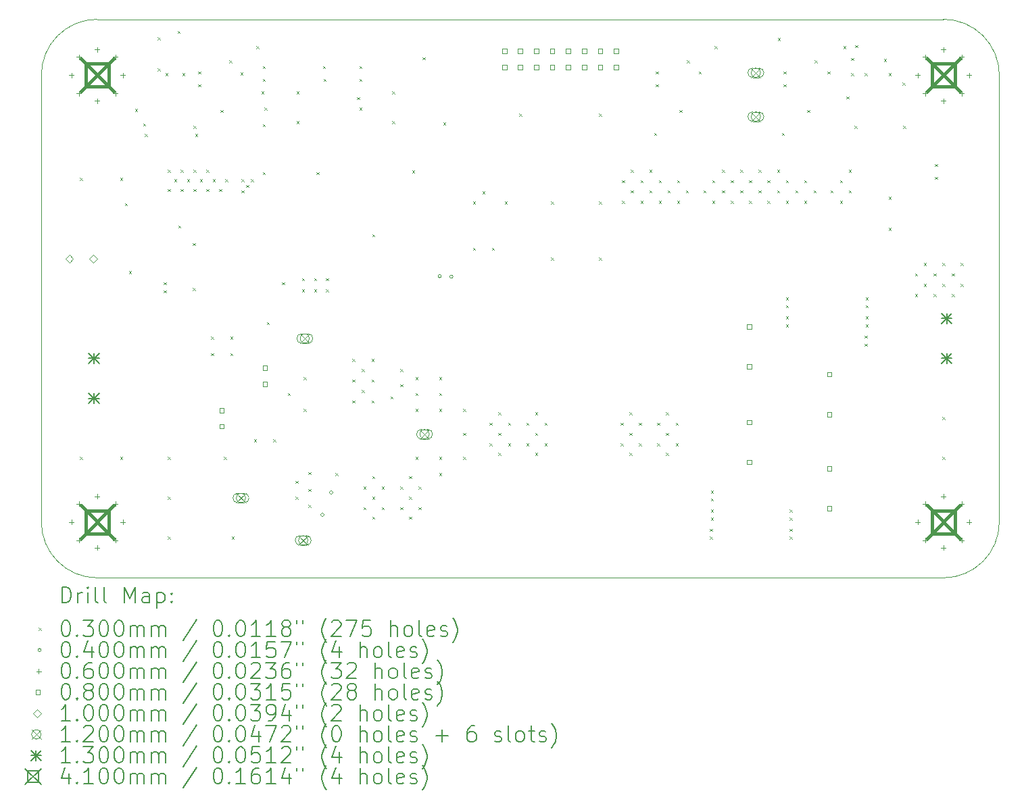
<source format=gbr>
%TF.GenerationSoftware,KiCad,Pcbnew,8.0.4*%
%TF.CreationDate,2024-08-07T19:08:57+02:00*%
%TF.ProjectId,ELE0124CL_power_buck,454c4530-3132-4344-934c-5f706f776572,1.0*%
%TF.SameCoordinates,Original*%
%TF.FileFunction,Drillmap*%
%TF.FilePolarity,Positive*%
%FSLAX45Y45*%
G04 Gerber Fmt 4.5, Leading zero omitted, Abs format (unit mm)*
G04 Created by KiCad (PCBNEW 8.0.4) date 2024-08-07 19:08:57*
%MOMM*%
%LPD*%
G01*
G04 APERTURE LIST*
%ADD10C,0.050000*%
%ADD11C,0.200000*%
%ADD12C,0.100000*%
%ADD13C,0.120000*%
%ADD14C,0.130000*%
%ADD15C,0.410000*%
G04 APERTURE END LIST*
D10*
X7700000Y-13000000D02*
G75*
G02*
X7000000Y-12300000I0J700000D01*
G01*
X7000000Y-6700000D02*
X7000000Y-12300000D01*
X7700000Y-13000000D02*
X18300000Y-13000000D01*
X18300000Y-6000000D02*
X7700000Y-6000000D01*
X18300000Y-6000000D02*
G75*
G02*
X19000000Y-6700000I0J-700000D01*
G01*
X19000000Y-12300000D02*
G75*
G02*
X18300000Y-13000000I-700000J0D01*
G01*
X7000000Y-6700000D02*
G75*
G02*
X7700000Y-6000000I700000J0D01*
G01*
X19000000Y-12300000D02*
X19000000Y-6700000D01*
D11*
D12*
X7485000Y-7985000D02*
X7515000Y-8015000D01*
X7515000Y-7985000D02*
X7485000Y-8015000D01*
X7485000Y-11485000D02*
X7515000Y-11515000D01*
X7515000Y-11485000D02*
X7485000Y-11515000D01*
X7985000Y-7985000D02*
X8015000Y-8015000D01*
X8015000Y-7985000D02*
X7985000Y-8015000D01*
X7985000Y-11485000D02*
X8015000Y-11515000D01*
X8015000Y-11485000D02*
X7985000Y-11515000D01*
X8045000Y-8305000D02*
X8075000Y-8335000D01*
X8075000Y-8305000D02*
X8045000Y-8335000D01*
X8095000Y-9155000D02*
X8125000Y-9185000D01*
X8125000Y-9155000D02*
X8095000Y-9185000D01*
X8175000Y-7125000D02*
X8205000Y-7155000D01*
X8205000Y-7125000D02*
X8175000Y-7155000D01*
X8275000Y-7305000D02*
X8305000Y-7335000D01*
X8305000Y-7305000D02*
X8275000Y-7335000D01*
X8295000Y-7435000D02*
X8325000Y-7465000D01*
X8325000Y-7435000D02*
X8295000Y-7465000D01*
X8455000Y-6225000D02*
X8485000Y-6255000D01*
X8485000Y-6225000D02*
X8455000Y-6255000D01*
X8455000Y-6615000D02*
X8485000Y-6645000D01*
X8485000Y-6615000D02*
X8455000Y-6645000D01*
X8535000Y-9295000D02*
X8565000Y-9325000D01*
X8565000Y-9295000D02*
X8535000Y-9325000D01*
X8535000Y-9395000D02*
X8565000Y-9425000D01*
X8565000Y-9395000D02*
X8535000Y-9425000D01*
X8555000Y-6675000D02*
X8585000Y-6705000D01*
X8585000Y-6675000D02*
X8555000Y-6705000D01*
X8585000Y-7885000D02*
X8615000Y-7915000D01*
X8615000Y-7885000D02*
X8585000Y-7915000D01*
X8585000Y-8125000D02*
X8615000Y-8155000D01*
X8615000Y-8125000D02*
X8585000Y-8155000D01*
X8585000Y-11485000D02*
X8615000Y-11515000D01*
X8615000Y-11485000D02*
X8585000Y-11515000D01*
X8585000Y-11985000D02*
X8615000Y-12015000D01*
X8615000Y-11985000D02*
X8585000Y-12015000D01*
X8585000Y-12485000D02*
X8615000Y-12515000D01*
X8615000Y-12485000D02*
X8585000Y-12515000D01*
X8665000Y-8005000D02*
X8695000Y-8035000D01*
X8695000Y-8005000D02*
X8665000Y-8035000D01*
X8705000Y-6145000D02*
X8735000Y-6175000D01*
X8735000Y-6145000D02*
X8705000Y-6175000D01*
X8715000Y-8585000D02*
X8745000Y-8615000D01*
X8745000Y-8585000D02*
X8715000Y-8615000D01*
X8745000Y-7885000D02*
X8775000Y-7915000D01*
X8775000Y-7885000D02*
X8745000Y-7915000D01*
X8745000Y-8125000D02*
X8775000Y-8155000D01*
X8775000Y-8125000D02*
X8745000Y-8155000D01*
X8765000Y-6675000D02*
X8795000Y-6705000D01*
X8795000Y-6675000D02*
X8765000Y-6705000D01*
X8825000Y-8005000D02*
X8855000Y-8035000D01*
X8855000Y-8005000D02*
X8825000Y-8035000D01*
X8895000Y-8805000D02*
X8925000Y-8835000D01*
X8925000Y-8805000D02*
X8895000Y-8835000D01*
X8895000Y-9365000D02*
X8925000Y-9395000D01*
X8925000Y-9365000D02*
X8895000Y-9395000D01*
X8905000Y-7335000D02*
X8935000Y-7365000D01*
X8935000Y-7335000D02*
X8905000Y-7365000D01*
X8905000Y-7885000D02*
X8935000Y-7915000D01*
X8935000Y-7885000D02*
X8905000Y-7915000D01*
X8905000Y-8125000D02*
X8935000Y-8155000D01*
X8935000Y-8125000D02*
X8905000Y-8155000D01*
X8925000Y-7435000D02*
X8955000Y-7465000D01*
X8955000Y-7435000D02*
X8925000Y-7465000D01*
X8965000Y-6655000D02*
X8995000Y-6685000D01*
X8995000Y-6655000D02*
X8965000Y-6685000D01*
X8965000Y-6815000D02*
X8995000Y-6845000D01*
X8995000Y-6815000D02*
X8965000Y-6845000D01*
X8985000Y-8005000D02*
X9015000Y-8035000D01*
X9015000Y-8005000D02*
X8985000Y-8035000D01*
X9065000Y-7885000D02*
X9095000Y-7915000D01*
X9095000Y-7885000D02*
X9065000Y-7915000D01*
X9065000Y-8125000D02*
X9095000Y-8155000D01*
X9095000Y-8125000D02*
X9065000Y-8155000D01*
X9125000Y-9975000D02*
X9155000Y-10005000D01*
X9155000Y-9975000D02*
X9125000Y-10005000D01*
X9125000Y-10185000D02*
X9155000Y-10215000D01*
X9155000Y-10185000D02*
X9125000Y-10215000D01*
X9145000Y-8005000D02*
X9175000Y-8035000D01*
X9175000Y-8005000D02*
X9145000Y-8035000D01*
X9225000Y-8125000D02*
X9255000Y-8155000D01*
X9255000Y-8125000D02*
X9225000Y-8155000D01*
X9245500Y-7135000D02*
X9275500Y-7165000D01*
X9275500Y-7135000D02*
X9245500Y-7165000D01*
X9285000Y-11485000D02*
X9315000Y-11515000D01*
X9315000Y-11485000D02*
X9285000Y-11515000D01*
X9305000Y-8005000D02*
X9335000Y-8035000D01*
X9335000Y-8005000D02*
X9305000Y-8035000D01*
X9355500Y-6515000D02*
X9385500Y-6545000D01*
X9385500Y-6515000D02*
X9355500Y-6545000D01*
X9365000Y-9975000D02*
X9395000Y-10005000D01*
X9395000Y-9975000D02*
X9365000Y-10005000D01*
X9365000Y-10185000D02*
X9395000Y-10215000D01*
X9395000Y-10185000D02*
X9365000Y-10215000D01*
X9385000Y-12485000D02*
X9415000Y-12515000D01*
X9415000Y-12485000D02*
X9385000Y-12515000D01*
X9495500Y-6665000D02*
X9525500Y-6695000D01*
X9525500Y-6665000D02*
X9495500Y-6695000D01*
X9505000Y-8005000D02*
X9535000Y-8035000D01*
X9535000Y-8005000D02*
X9505000Y-8035000D01*
X9505000Y-8145000D02*
X9535000Y-8175000D01*
X9535000Y-8145000D02*
X9505000Y-8175000D01*
X9565000Y-8075000D02*
X9595000Y-8105000D01*
X9595000Y-8075000D02*
X9565000Y-8105000D01*
X9625000Y-8005000D02*
X9655000Y-8035000D01*
X9655000Y-8005000D02*
X9625000Y-8035000D01*
X9665000Y-11265000D02*
X9695000Y-11295000D01*
X9695000Y-11265000D02*
X9665000Y-11295000D01*
X9695000Y-6335000D02*
X9725000Y-6365000D01*
X9725000Y-6335000D02*
X9695000Y-6365000D01*
X9755000Y-6905000D02*
X9785000Y-6935000D01*
X9785000Y-6905000D02*
X9755000Y-6935000D01*
X9775000Y-6585000D02*
X9805000Y-6615000D01*
X9805000Y-6585000D02*
X9775000Y-6615000D01*
X9775000Y-6745000D02*
X9805000Y-6775000D01*
X9805000Y-6745000D02*
X9775000Y-6775000D01*
X9775000Y-7315000D02*
X9805000Y-7345000D01*
X9805000Y-7315000D02*
X9775000Y-7345000D01*
X9775000Y-7915000D02*
X9805000Y-7945000D01*
X9805000Y-7915000D02*
X9775000Y-7945000D01*
X9795000Y-7105000D02*
X9825000Y-7135000D01*
X9825000Y-7105000D02*
X9795000Y-7135000D01*
X9825000Y-9795000D02*
X9855000Y-9825000D01*
X9855000Y-9795000D02*
X9825000Y-9825000D01*
X9905000Y-11265000D02*
X9935000Y-11295000D01*
X9935000Y-11265000D02*
X9905000Y-11295000D01*
X10015000Y-9295000D02*
X10045000Y-9325000D01*
X10045000Y-9295000D02*
X10015000Y-9325000D01*
X10085000Y-10685000D02*
X10115000Y-10715000D01*
X10115000Y-10685000D02*
X10085000Y-10715000D01*
X10185000Y-11785000D02*
X10215000Y-11815000D01*
X10215000Y-11785000D02*
X10185000Y-11815000D01*
X10185000Y-11985000D02*
X10215000Y-12015000D01*
X10215000Y-11985000D02*
X10185000Y-12015000D01*
X10195000Y-6905000D02*
X10225000Y-6935000D01*
X10225000Y-6905000D02*
X10195000Y-6935000D01*
X10195000Y-7275000D02*
X10225000Y-7305000D01*
X10225000Y-7275000D02*
X10195000Y-7305000D01*
X10265000Y-9245000D02*
X10295000Y-9275000D01*
X10295000Y-9245000D02*
X10265000Y-9275000D01*
X10265000Y-9385000D02*
X10295000Y-9415000D01*
X10295000Y-9385000D02*
X10265000Y-9415000D01*
X10285000Y-10485000D02*
X10315000Y-10515000D01*
X10315000Y-10485000D02*
X10285000Y-10515000D01*
X10285000Y-10885000D02*
X10315000Y-10915000D01*
X10315000Y-10885000D02*
X10285000Y-10915000D01*
X10345000Y-11675000D02*
X10375000Y-11705000D01*
X10375000Y-11675000D02*
X10345000Y-11705000D01*
X10345000Y-11885000D02*
X10375000Y-11915000D01*
X10375000Y-11885000D02*
X10345000Y-11915000D01*
X10345000Y-12085000D02*
X10375000Y-12115000D01*
X10375000Y-12085000D02*
X10345000Y-12115000D01*
X10415000Y-9245000D02*
X10445000Y-9275000D01*
X10445000Y-9245000D02*
X10415000Y-9275000D01*
X10415000Y-9385000D02*
X10445000Y-9415000D01*
X10445000Y-9385000D02*
X10415000Y-9415000D01*
X10445000Y-7915000D02*
X10475000Y-7945000D01*
X10475000Y-7915000D02*
X10445000Y-7945000D01*
X10525000Y-6585000D02*
X10555000Y-6615000D01*
X10555000Y-6585000D02*
X10525000Y-6615000D01*
X10535000Y-6745000D02*
X10565000Y-6775000D01*
X10565000Y-6745000D02*
X10535000Y-6775000D01*
X10565000Y-9245000D02*
X10595000Y-9275000D01*
X10595000Y-9245000D02*
X10565000Y-9275000D01*
X10565000Y-9385000D02*
X10595000Y-9415000D01*
X10595000Y-9385000D02*
X10565000Y-9415000D01*
X10685000Y-11685000D02*
X10715000Y-11715000D01*
X10715000Y-11685000D02*
X10685000Y-11715000D01*
X10895000Y-10255000D02*
X10925000Y-10285000D01*
X10925000Y-10255000D02*
X10895000Y-10285000D01*
X10895000Y-10515000D02*
X10925000Y-10545000D01*
X10925000Y-10515000D02*
X10895000Y-10545000D01*
X10895000Y-10775000D02*
X10925000Y-10805000D01*
X10925000Y-10775000D02*
X10895000Y-10805000D01*
X10955000Y-6975000D02*
X10985000Y-7005000D01*
X10985000Y-6975000D02*
X10955000Y-7005000D01*
X10985000Y-6585000D02*
X11015000Y-6615000D01*
X11015000Y-6585000D02*
X10985000Y-6615000D01*
X10985000Y-6745000D02*
X11015000Y-6775000D01*
X11015000Y-6745000D02*
X10985000Y-6775000D01*
X10985000Y-7105000D02*
X11015000Y-7135000D01*
X11015000Y-7105000D02*
X10985000Y-7135000D01*
X11015000Y-10385000D02*
X11045000Y-10415000D01*
X11045000Y-10385000D02*
X11015000Y-10415000D01*
X11015000Y-10645000D02*
X11045000Y-10675000D01*
X11045000Y-10645000D02*
X11015000Y-10675000D01*
X11035000Y-11855000D02*
X11065000Y-11885000D01*
X11065000Y-11855000D02*
X11035000Y-11885000D01*
X11035000Y-12115000D02*
X11065000Y-12145000D01*
X11065000Y-12115000D02*
X11035000Y-12145000D01*
X11135000Y-10255000D02*
X11165000Y-10285000D01*
X11165000Y-10255000D02*
X11135000Y-10285000D01*
X11135000Y-10515000D02*
X11165000Y-10545000D01*
X11165000Y-10515000D02*
X11135000Y-10545000D01*
X11135000Y-10775000D02*
X11165000Y-10805000D01*
X11165000Y-10775000D02*
X11135000Y-10805000D01*
X11145000Y-8695000D02*
X11175000Y-8725000D01*
X11175000Y-8695000D02*
X11145000Y-8725000D01*
X11145000Y-11725000D02*
X11175000Y-11755000D01*
X11175000Y-11725000D02*
X11145000Y-11755000D01*
X11145000Y-11985000D02*
X11175000Y-12015000D01*
X11175000Y-11985000D02*
X11145000Y-12015000D01*
X11145000Y-12235000D02*
X11175000Y-12265000D01*
X11175000Y-12235000D02*
X11145000Y-12265000D01*
X11265000Y-11855000D02*
X11295000Y-11885000D01*
X11295000Y-11855000D02*
X11265000Y-11885000D01*
X11265000Y-12115000D02*
X11295000Y-12145000D01*
X11295000Y-12115000D02*
X11265000Y-12145000D01*
X11375000Y-10725000D02*
X11405000Y-10755000D01*
X11405000Y-10725000D02*
X11375000Y-10755000D01*
X11395000Y-6905000D02*
X11425000Y-6935000D01*
X11425000Y-6905000D02*
X11395000Y-6935000D01*
X11395000Y-7275000D02*
X11425000Y-7305000D01*
X11425000Y-7275000D02*
X11395000Y-7305000D01*
X11495000Y-10385000D02*
X11525000Y-10415000D01*
X11525000Y-10385000D02*
X11495000Y-10415000D01*
X11495000Y-10575000D02*
X11525000Y-10605000D01*
X11525000Y-10575000D02*
X11495000Y-10605000D01*
X11495000Y-11855000D02*
X11525000Y-11885000D01*
X11525000Y-11855000D02*
X11495000Y-11885000D01*
X11495000Y-12115000D02*
X11525000Y-12145000D01*
X11525000Y-12115000D02*
X11495000Y-12145000D01*
X11605000Y-11725000D02*
X11635000Y-11755000D01*
X11635000Y-11725000D02*
X11605000Y-11755000D01*
X11605000Y-11985000D02*
X11635000Y-12015000D01*
X11635000Y-11985000D02*
X11605000Y-12015000D01*
X11605000Y-12235000D02*
X11635000Y-12265000D01*
X11635000Y-12235000D02*
X11605000Y-12265000D01*
X11645000Y-7895000D02*
X11675000Y-7925000D01*
X11675000Y-7895000D02*
X11645000Y-7925000D01*
X11685000Y-10485000D02*
X11715000Y-10515000D01*
X11715000Y-10485000D02*
X11685000Y-10515000D01*
X11685000Y-10685000D02*
X11715000Y-10715000D01*
X11715000Y-10685000D02*
X11685000Y-10715000D01*
X11685000Y-10885000D02*
X11715000Y-10915000D01*
X11715000Y-10885000D02*
X11685000Y-10915000D01*
X11685000Y-11485000D02*
X11715000Y-11515000D01*
X11715000Y-11485000D02*
X11685000Y-11515000D01*
X11725000Y-11855000D02*
X11755000Y-11885000D01*
X11755000Y-11855000D02*
X11725000Y-11885000D01*
X11725000Y-12115000D02*
X11755000Y-12145000D01*
X11755000Y-12115000D02*
X11725000Y-12145000D01*
X11775000Y-6475000D02*
X11805000Y-6505000D01*
X11805000Y-6475000D02*
X11775000Y-6505000D01*
X11985000Y-10485000D02*
X12015000Y-10515000D01*
X12015000Y-10485000D02*
X11985000Y-10515000D01*
X11985000Y-10685000D02*
X12015000Y-10715000D01*
X12015000Y-10685000D02*
X11985000Y-10715000D01*
X11985000Y-10885000D02*
X12015000Y-10915000D01*
X12015000Y-10885000D02*
X11985000Y-10915000D01*
X11985000Y-11485000D02*
X12015000Y-11515000D01*
X12015000Y-11485000D02*
X11985000Y-11515000D01*
X11985000Y-11685000D02*
X12015000Y-11715000D01*
X12015000Y-11685000D02*
X11985000Y-11715000D01*
X12035000Y-7295000D02*
X12065000Y-7325000D01*
X12065000Y-7295000D02*
X12035000Y-7325000D01*
X12285000Y-10885000D02*
X12315000Y-10915000D01*
X12315000Y-10885000D02*
X12285000Y-10915000D01*
X12285000Y-11185000D02*
X12315000Y-11215000D01*
X12315000Y-11185000D02*
X12285000Y-11215000D01*
X12285000Y-11485000D02*
X12315000Y-11515000D01*
X12315000Y-11485000D02*
X12285000Y-11515000D01*
X12405000Y-8285000D02*
X12435000Y-8315000D01*
X12435000Y-8285000D02*
X12405000Y-8315000D01*
X12405000Y-8865000D02*
X12435000Y-8895000D01*
X12435000Y-8865000D02*
X12405000Y-8895000D01*
X12525000Y-8155000D02*
X12555000Y-8185000D01*
X12555000Y-8155000D02*
X12525000Y-8185000D01*
X12615000Y-11055000D02*
X12645000Y-11085000D01*
X12645000Y-11055000D02*
X12615000Y-11085000D01*
X12615000Y-11315000D02*
X12645000Y-11345000D01*
X12645000Y-11315000D02*
X12615000Y-11345000D01*
X12645000Y-8865000D02*
X12675000Y-8895000D01*
X12675000Y-8865000D02*
X12645000Y-8895000D01*
X12725000Y-10925000D02*
X12755000Y-10955000D01*
X12755000Y-10925000D02*
X12725000Y-10955000D01*
X12725000Y-11185000D02*
X12755000Y-11215000D01*
X12755000Y-11185000D02*
X12725000Y-11215000D01*
X12725000Y-11435000D02*
X12755000Y-11465000D01*
X12755000Y-11435000D02*
X12725000Y-11465000D01*
X12805000Y-8285000D02*
X12835000Y-8315000D01*
X12835000Y-8285000D02*
X12805000Y-8315000D01*
X12845000Y-11055000D02*
X12875000Y-11085000D01*
X12875000Y-11055000D02*
X12845000Y-11085000D01*
X12845000Y-11315000D02*
X12875000Y-11345000D01*
X12875000Y-11315000D02*
X12845000Y-11345000D01*
X12985000Y-7185000D02*
X13015000Y-7215000D01*
X13015000Y-7185000D02*
X12985000Y-7215000D01*
X13075000Y-11055000D02*
X13105000Y-11085000D01*
X13105000Y-11055000D02*
X13075000Y-11085000D01*
X13075000Y-11315000D02*
X13105000Y-11345000D01*
X13105000Y-11315000D02*
X13075000Y-11345000D01*
X13185000Y-10925000D02*
X13215000Y-10955000D01*
X13215000Y-10925000D02*
X13185000Y-10955000D01*
X13185000Y-11185000D02*
X13215000Y-11215000D01*
X13215000Y-11185000D02*
X13185000Y-11215000D01*
X13185000Y-11435000D02*
X13215000Y-11465000D01*
X13215000Y-11435000D02*
X13185000Y-11465000D01*
X13305000Y-11055000D02*
X13335000Y-11085000D01*
X13335000Y-11055000D02*
X13305000Y-11085000D01*
X13305000Y-11315000D02*
X13335000Y-11345000D01*
X13335000Y-11315000D02*
X13305000Y-11345000D01*
X13385000Y-8285000D02*
X13415000Y-8315000D01*
X13415000Y-8285000D02*
X13385000Y-8315000D01*
X13385000Y-8985000D02*
X13415000Y-9015000D01*
X13415000Y-8985000D02*
X13385000Y-9015000D01*
X13985000Y-7185000D02*
X14015000Y-7215000D01*
X14015000Y-7185000D02*
X13985000Y-7215000D01*
X13985000Y-8285000D02*
X14015000Y-8315000D01*
X14015000Y-8285000D02*
X13985000Y-8315000D01*
X13985000Y-8985000D02*
X14015000Y-9015000D01*
X14015000Y-8985000D02*
X13985000Y-9015000D01*
X14255000Y-11055000D02*
X14285000Y-11085000D01*
X14285000Y-11055000D02*
X14255000Y-11085000D01*
X14255000Y-11315000D02*
X14285000Y-11345000D01*
X14285000Y-11315000D02*
X14255000Y-11345000D01*
X14275000Y-8015000D02*
X14305000Y-8045000D01*
X14305000Y-8015000D02*
X14275000Y-8045000D01*
X14275000Y-8275000D02*
X14305000Y-8305000D01*
X14305000Y-8275000D02*
X14275000Y-8305000D01*
X14365000Y-10925000D02*
X14395000Y-10955000D01*
X14395000Y-10925000D02*
X14365000Y-10955000D01*
X14365000Y-11185000D02*
X14395000Y-11215000D01*
X14395000Y-11185000D02*
X14365000Y-11215000D01*
X14365000Y-11435000D02*
X14395000Y-11465000D01*
X14395000Y-11435000D02*
X14365000Y-11465000D01*
X14385000Y-7885000D02*
X14415000Y-7915000D01*
X14415000Y-7885000D02*
X14385000Y-7915000D01*
X14385000Y-8145000D02*
X14415000Y-8175000D01*
X14415000Y-8145000D02*
X14385000Y-8175000D01*
X14485000Y-11055000D02*
X14515000Y-11085000D01*
X14515000Y-11055000D02*
X14485000Y-11085000D01*
X14485000Y-11315000D02*
X14515000Y-11345000D01*
X14515000Y-11315000D02*
X14485000Y-11345000D01*
X14505000Y-8015000D02*
X14535000Y-8045000D01*
X14535000Y-8015000D02*
X14505000Y-8045000D01*
X14505000Y-8275000D02*
X14535000Y-8305000D01*
X14535000Y-8275000D02*
X14505000Y-8305000D01*
X14615000Y-7885000D02*
X14645000Y-7915000D01*
X14645000Y-7885000D02*
X14615000Y-7915000D01*
X14615000Y-8145000D02*
X14645000Y-8175000D01*
X14645000Y-8145000D02*
X14615000Y-8175000D01*
X14675000Y-7425000D02*
X14705000Y-7455000D01*
X14705000Y-7425000D02*
X14675000Y-7455000D01*
X14695000Y-6655000D02*
X14725000Y-6685000D01*
X14725000Y-6655000D02*
X14695000Y-6685000D01*
X14695000Y-6815000D02*
X14725000Y-6845000D01*
X14725000Y-6815000D02*
X14695000Y-6845000D01*
X14715000Y-11055000D02*
X14745000Y-11085000D01*
X14745000Y-11055000D02*
X14715000Y-11085000D01*
X14715000Y-11315000D02*
X14745000Y-11345000D01*
X14745000Y-11315000D02*
X14715000Y-11345000D01*
X14735000Y-8015000D02*
X14765000Y-8045000D01*
X14765000Y-8015000D02*
X14735000Y-8045000D01*
X14735000Y-8275000D02*
X14765000Y-8305000D01*
X14765000Y-8275000D02*
X14735000Y-8305000D01*
X14825000Y-10925000D02*
X14855000Y-10955000D01*
X14855000Y-10925000D02*
X14825000Y-10955000D01*
X14825000Y-11185000D02*
X14855000Y-11215000D01*
X14855000Y-11185000D02*
X14825000Y-11215000D01*
X14825000Y-11435000D02*
X14855000Y-11465000D01*
X14855000Y-11435000D02*
X14825000Y-11465000D01*
X14845000Y-8145000D02*
X14875000Y-8175000D01*
X14875000Y-8145000D02*
X14845000Y-8175000D01*
X14945000Y-11055000D02*
X14975000Y-11085000D01*
X14975000Y-11055000D02*
X14945000Y-11085000D01*
X14945000Y-11315000D02*
X14975000Y-11345000D01*
X14975000Y-11315000D02*
X14945000Y-11345000D01*
X14965000Y-8015000D02*
X14995000Y-8045000D01*
X14995000Y-8015000D02*
X14965000Y-8045000D01*
X14965000Y-8275000D02*
X14995000Y-8305000D01*
X14995000Y-8275000D02*
X14965000Y-8305000D01*
X14995000Y-7135000D02*
X15025000Y-7165000D01*
X15025000Y-7135000D02*
X14995000Y-7165000D01*
X15075000Y-8145000D02*
X15105000Y-8175000D01*
X15105000Y-8145000D02*
X15075000Y-8175000D01*
X15085000Y-6515000D02*
X15115000Y-6545000D01*
X15115000Y-6515000D02*
X15085000Y-6545000D01*
X15235000Y-6655000D02*
X15265000Y-6685000D01*
X15265000Y-6655000D02*
X15235000Y-6685000D01*
X15295000Y-8145000D02*
X15325000Y-8175000D01*
X15325000Y-8145000D02*
X15295000Y-8175000D01*
X15375000Y-12385000D02*
X15405000Y-12415000D01*
X15405000Y-12385000D02*
X15375000Y-12415000D01*
X15375000Y-12485000D02*
X15405000Y-12515000D01*
X15405000Y-12485000D02*
X15375000Y-12515000D01*
X15385000Y-11905000D02*
X15415000Y-11935000D01*
X15415000Y-11905000D02*
X15385000Y-11935000D01*
X15385000Y-12005000D02*
X15415000Y-12035000D01*
X15415000Y-12005000D02*
X15385000Y-12035000D01*
X15385000Y-12145000D02*
X15415000Y-12175000D01*
X15415000Y-12145000D02*
X15385000Y-12175000D01*
X15385000Y-12245000D02*
X15415000Y-12275000D01*
X15415000Y-12245000D02*
X15385000Y-12275000D01*
X15405000Y-8015000D02*
X15435000Y-8045000D01*
X15435000Y-8015000D02*
X15405000Y-8045000D01*
X15405000Y-8275000D02*
X15435000Y-8305000D01*
X15435000Y-8275000D02*
X15405000Y-8305000D01*
X15435000Y-6335000D02*
X15465000Y-6365000D01*
X15465000Y-6335000D02*
X15435000Y-6365000D01*
X15525000Y-7885000D02*
X15555000Y-7915000D01*
X15555000Y-7885000D02*
X15525000Y-7915000D01*
X15525000Y-8145000D02*
X15555000Y-8175000D01*
X15555000Y-8145000D02*
X15525000Y-8175000D01*
X15635000Y-8015000D02*
X15665000Y-8045000D01*
X15665000Y-8015000D02*
X15635000Y-8045000D01*
X15635000Y-8275000D02*
X15665000Y-8305000D01*
X15665000Y-8275000D02*
X15635000Y-8305000D01*
X15755000Y-7885000D02*
X15785000Y-7915000D01*
X15785000Y-7885000D02*
X15755000Y-7915000D01*
X15755000Y-8145000D02*
X15785000Y-8175000D01*
X15785000Y-8145000D02*
X15755000Y-8175000D01*
X15865000Y-8015000D02*
X15895000Y-8045000D01*
X15895000Y-8015000D02*
X15865000Y-8045000D01*
X15865000Y-8275000D02*
X15895000Y-8305000D01*
X15895000Y-8275000D02*
X15865000Y-8305000D01*
X15985000Y-7885000D02*
X16015000Y-7915000D01*
X16015000Y-7885000D02*
X15985000Y-7915000D01*
X15985000Y-8145000D02*
X16015000Y-8175000D01*
X16015000Y-8145000D02*
X15985000Y-8175000D01*
X16095000Y-8015000D02*
X16125000Y-8045000D01*
X16125000Y-8015000D02*
X16095000Y-8045000D01*
X16095000Y-8275000D02*
X16125000Y-8305000D01*
X16125000Y-8275000D02*
X16095000Y-8305000D01*
X16215000Y-7885000D02*
X16245000Y-7915000D01*
X16245000Y-7885000D02*
X16215000Y-7915000D01*
X16215000Y-8145000D02*
X16245000Y-8175000D01*
X16245000Y-8145000D02*
X16215000Y-8175000D01*
X16225000Y-6235000D02*
X16255000Y-6265000D01*
X16255000Y-6235000D02*
X16225000Y-6265000D01*
X16275000Y-7425000D02*
X16305000Y-7455000D01*
X16305000Y-7425000D02*
X16275000Y-7455000D01*
X16295000Y-6655000D02*
X16325000Y-6685000D01*
X16325000Y-6655000D02*
X16295000Y-6685000D01*
X16295000Y-6815000D02*
X16325000Y-6845000D01*
X16325000Y-6815000D02*
X16295000Y-6845000D01*
X16325000Y-8015000D02*
X16355000Y-8045000D01*
X16355000Y-8015000D02*
X16325000Y-8045000D01*
X16325000Y-8275000D02*
X16355000Y-8305000D01*
X16355000Y-8275000D02*
X16325000Y-8305000D01*
X16325000Y-9485000D02*
X16355000Y-9515000D01*
X16355000Y-9485000D02*
X16325000Y-9515000D01*
X16325000Y-9585000D02*
X16355000Y-9615000D01*
X16355000Y-9585000D02*
X16325000Y-9615000D01*
X16325000Y-9725000D02*
X16355000Y-9755000D01*
X16355000Y-9725000D02*
X16325000Y-9755000D01*
X16325000Y-9825000D02*
X16355000Y-9855000D01*
X16355000Y-9825000D02*
X16325000Y-9855000D01*
X16375000Y-12145000D02*
X16405000Y-12175000D01*
X16405000Y-12145000D02*
X16375000Y-12175000D01*
X16375000Y-12245000D02*
X16405000Y-12275000D01*
X16405000Y-12245000D02*
X16375000Y-12275000D01*
X16375000Y-12385000D02*
X16405000Y-12415000D01*
X16405000Y-12385000D02*
X16375000Y-12415000D01*
X16375000Y-12485000D02*
X16405000Y-12515000D01*
X16405000Y-12485000D02*
X16375000Y-12515000D01*
X16445000Y-8145000D02*
X16475000Y-8175000D01*
X16475000Y-8145000D02*
X16445000Y-8175000D01*
X16555000Y-8015000D02*
X16585000Y-8045000D01*
X16585000Y-8015000D02*
X16555000Y-8045000D01*
X16555000Y-8275000D02*
X16585000Y-8305000D01*
X16585000Y-8275000D02*
X16555000Y-8305000D01*
X16595000Y-7135000D02*
X16625000Y-7165000D01*
X16625000Y-7135000D02*
X16595000Y-7165000D01*
X16675000Y-8145000D02*
X16705000Y-8175000D01*
X16705000Y-8145000D02*
X16675000Y-8175000D01*
X16685000Y-6515000D02*
X16715000Y-6545000D01*
X16715000Y-6515000D02*
X16685000Y-6545000D01*
X16845000Y-6655000D02*
X16875000Y-6685000D01*
X16875000Y-6655000D02*
X16845000Y-6685000D01*
X16885000Y-8145000D02*
X16915000Y-8175000D01*
X16915000Y-8145000D02*
X16885000Y-8175000D01*
X17005000Y-8015000D02*
X17035000Y-8045000D01*
X17035000Y-8015000D02*
X17005000Y-8045000D01*
X17005000Y-8275000D02*
X17035000Y-8305000D01*
X17035000Y-8275000D02*
X17005000Y-8305000D01*
X17045000Y-6335000D02*
X17075000Y-6365000D01*
X17075000Y-6335000D02*
X17045000Y-6365000D01*
X17085000Y-6965000D02*
X17115000Y-6995000D01*
X17115000Y-6965000D02*
X17085000Y-6995000D01*
X17115000Y-7885000D02*
X17145000Y-7915000D01*
X17145000Y-7885000D02*
X17115000Y-7915000D01*
X17115000Y-8145000D02*
X17145000Y-8175000D01*
X17145000Y-8145000D02*
X17115000Y-8175000D01*
X17145000Y-6485000D02*
X17175000Y-6515000D01*
X17175000Y-6485000D02*
X17145000Y-6515000D01*
X17145000Y-6675000D02*
X17175000Y-6705000D01*
X17175000Y-6675000D02*
X17145000Y-6705000D01*
X17185000Y-7335000D02*
X17215000Y-7365000D01*
X17215000Y-7335000D02*
X17185000Y-7365000D01*
X17195000Y-6325000D02*
X17225000Y-6355000D01*
X17225000Y-6325000D02*
X17195000Y-6355000D01*
X17315000Y-6675000D02*
X17345000Y-6705000D01*
X17345000Y-6675000D02*
X17315000Y-6705000D01*
X17315000Y-9965000D02*
X17345000Y-9995000D01*
X17345000Y-9965000D02*
X17315000Y-9995000D01*
X17315000Y-10065000D02*
X17345000Y-10095000D01*
X17345000Y-10065000D02*
X17315000Y-10095000D01*
X17325000Y-9485000D02*
X17355000Y-9515000D01*
X17355000Y-9485000D02*
X17325000Y-9515000D01*
X17325000Y-9585000D02*
X17355000Y-9615000D01*
X17355000Y-9585000D02*
X17325000Y-9615000D01*
X17325000Y-9725000D02*
X17355000Y-9755000D01*
X17355000Y-9725000D02*
X17325000Y-9755000D01*
X17325000Y-9825000D02*
X17355000Y-9855000D01*
X17355000Y-9825000D02*
X17325000Y-9855000D01*
X17555000Y-6495000D02*
X17585000Y-6525000D01*
X17585000Y-6495000D02*
X17555000Y-6525000D01*
X17615000Y-6675000D02*
X17645000Y-6705000D01*
X17645000Y-6675000D02*
X17615000Y-6705000D01*
X17615000Y-8225000D02*
X17645000Y-8255000D01*
X17645000Y-8225000D02*
X17615000Y-8255000D01*
X17615000Y-8615000D02*
X17645000Y-8645000D01*
X17645000Y-8615000D02*
X17615000Y-8645000D01*
X17785000Y-6795000D02*
X17815000Y-6825000D01*
X17815000Y-6795000D02*
X17785000Y-6825000D01*
X17795000Y-7335000D02*
X17825000Y-7365000D01*
X17825000Y-7335000D02*
X17795000Y-7365000D01*
X17945000Y-9185000D02*
X17975000Y-9215000D01*
X17975000Y-9185000D02*
X17945000Y-9215000D01*
X17945000Y-9445000D02*
X17975000Y-9475000D01*
X17975000Y-9445000D02*
X17945000Y-9475000D01*
X18055000Y-9055000D02*
X18085000Y-9085000D01*
X18085000Y-9055000D02*
X18055000Y-9085000D01*
X18055000Y-9315000D02*
X18085000Y-9345000D01*
X18085000Y-9315000D02*
X18055000Y-9345000D01*
X18175000Y-9185000D02*
X18205000Y-9215000D01*
X18205000Y-9185000D02*
X18175000Y-9215000D01*
X18175000Y-9445000D02*
X18205000Y-9475000D01*
X18205000Y-9445000D02*
X18175000Y-9475000D01*
X18195000Y-7815000D02*
X18225000Y-7845000D01*
X18225000Y-7815000D02*
X18195000Y-7845000D01*
X18195000Y-7975000D02*
X18225000Y-8005000D01*
X18225000Y-7975000D02*
X18195000Y-8005000D01*
X18285000Y-9055000D02*
X18315000Y-9085000D01*
X18315000Y-9055000D02*
X18285000Y-9085000D01*
X18285000Y-9315000D02*
X18315000Y-9345000D01*
X18315000Y-9315000D02*
X18285000Y-9345000D01*
X18285000Y-10985000D02*
X18315000Y-11015000D01*
X18315000Y-10985000D02*
X18285000Y-11015000D01*
X18285000Y-11485000D02*
X18315000Y-11515000D01*
X18315000Y-11485000D02*
X18285000Y-11515000D01*
X18405000Y-9185000D02*
X18435000Y-9215000D01*
X18435000Y-9185000D02*
X18405000Y-9215000D01*
X18405000Y-9445000D02*
X18435000Y-9475000D01*
X18435000Y-9445000D02*
X18405000Y-9475000D01*
X18515000Y-9055000D02*
X18545000Y-9085000D01*
X18545000Y-9055000D02*
X18515000Y-9085000D01*
X18515000Y-9315000D02*
X18545000Y-9345000D01*
X18545000Y-9315000D02*
X18515000Y-9345000D01*
X10540000Y-12210000D02*
G75*
G02*
X10500000Y-12210000I-20000J0D01*
G01*
X10500000Y-12210000D02*
G75*
G02*
X10540000Y-12210000I20000J0D01*
G01*
X10650000Y-11930000D02*
G75*
G02*
X10610000Y-11930000I-20000J0D01*
G01*
X10610000Y-11930000D02*
G75*
G02*
X10650000Y-11930000I20000J0D01*
G01*
X12010000Y-9220000D02*
G75*
G02*
X11970000Y-9220000I-20000J0D01*
G01*
X11970000Y-9220000D02*
G75*
G02*
X12010000Y-9220000I20000J0D01*
G01*
X12155000Y-9225000D02*
G75*
G02*
X12115000Y-9225000I-20000J0D01*
G01*
X12115000Y-9225000D02*
G75*
G02*
X12155000Y-9225000I20000J0D01*
G01*
X7377500Y-6670000D02*
X7377500Y-6730000D01*
X7347500Y-6700000D02*
X7407500Y-6700000D01*
X7377500Y-12270000D02*
X7377500Y-12330000D01*
X7347500Y-12300000D02*
X7407500Y-12300000D01*
X7471958Y-6441958D02*
X7471958Y-6501958D01*
X7441958Y-6471958D02*
X7501958Y-6471958D01*
X7471958Y-6898042D02*
X7471958Y-6958042D01*
X7441958Y-6928042D02*
X7501958Y-6928042D01*
X7471958Y-12041958D02*
X7471958Y-12101958D01*
X7441958Y-12071958D02*
X7501958Y-12071958D01*
X7471958Y-12498042D02*
X7471958Y-12558042D01*
X7441958Y-12528042D02*
X7501958Y-12528042D01*
X7700000Y-6347500D02*
X7700000Y-6407500D01*
X7670000Y-6377500D02*
X7730000Y-6377500D01*
X7700000Y-6992500D02*
X7700000Y-7052500D01*
X7670000Y-7022500D02*
X7730000Y-7022500D01*
X7700000Y-11947500D02*
X7700000Y-12007500D01*
X7670000Y-11977500D02*
X7730000Y-11977500D01*
X7700000Y-12592500D02*
X7700000Y-12652500D01*
X7670000Y-12622500D02*
X7730000Y-12622500D01*
X7928042Y-6441958D02*
X7928042Y-6501958D01*
X7898042Y-6471958D02*
X7958042Y-6471958D01*
X7928042Y-6898042D02*
X7928042Y-6958042D01*
X7898042Y-6928042D02*
X7958042Y-6928042D01*
X7928042Y-12041958D02*
X7928042Y-12101958D01*
X7898042Y-12071958D02*
X7958042Y-12071958D01*
X7928042Y-12498042D02*
X7928042Y-12558042D01*
X7898042Y-12528042D02*
X7958042Y-12528042D01*
X8022500Y-6670000D02*
X8022500Y-6730000D01*
X7992500Y-6700000D02*
X8052500Y-6700000D01*
X8022500Y-12270000D02*
X8022500Y-12330000D01*
X7992500Y-12300000D02*
X8052500Y-12300000D01*
X17977500Y-6670000D02*
X17977500Y-6730000D01*
X17947500Y-6700000D02*
X18007500Y-6700000D01*
X17977500Y-12270000D02*
X17977500Y-12330000D01*
X17947500Y-12300000D02*
X18007500Y-12300000D01*
X18071958Y-6441958D02*
X18071958Y-6501958D01*
X18041958Y-6471958D02*
X18101958Y-6471958D01*
X18071958Y-6898042D02*
X18071958Y-6958042D01*
X18041958Y-6928042D02*
X18101958Y-6928042D01*
X18071958Y-12041958D02*
X18071958Y-12101958D01*
X18041958Y-12071958D02*
X18101958Y-12071958D01*
X18071958Y-12498042D02*
X18071958Y-12558042D01*
X18041958Y-12528042D02*
X18101958Y-12528042D01*
X18300000Y-6347500D02*
X18300000Y-6407500D01*
X18270000Y-6377500D02*
X18330000Y-6377500D01*
X18300000Y-6992500D02*
X18300000Y-7052500D01*
X18270000Y-7022500D02*
X18330000Y-7022500D01*
X18300000Y-11947500D02*
X18300000Y-12007500D01*
X18270000Y-11977500D02*
X18330000Y-11977500D01*
X18300000Y-12592500D02*
X18300000Y-12652500D01*
X18270000Y-12622500D02*
X18330000Y-12622500D01*
X18528042Y-6441958D02*
X18528042Y-6501958D01*
X18498042Y-6471958D02*
X18558042Y-6471958D01*
X18528042Y-6898042D02*
X18528042Y-6958042D01*
X18498042Y-6928042D02*
X18558042Y-6928042D01*
X18528042Y-12041958D02*
X18528042Y-12101958D01*
X18498042Y-12071958D02*
X18558042Y-12071958D01*
X18528042Y-12498042D02*
X18528042Y-12558042D01*
X18498042Y-12528042D02*
X18558042Y-12528042D01*
X18622500Y-6670000D02*
X18622500Y-6730000D01*
X18592500Y-6700000D02*
X18652500Y-6700000D01*
X18622500Y-12270000D02*
X18622500Y-12330000D01*
X18592500Y-12300000D02*
X18652500Y-12300000D01*
X9288285Y-10928285D02*
X9288285Y-10871716D01*
X9231716Y-10871716D01*
X9231716Y-10928285D01*
X9288285Y-10928285D01*
X9288285Y-11128285D02*
X9288285Y-11071716D01*
X9231716Y-11071716D01*
X9231716Y-11128285D01*
X9288285Y-11128285D01*
X9828285Y-10398285D02*
X9828285Y-10341716D01*
X9771716Y-10341716D01*
X9771716Y-10398285D01*
X9828285Y-10398285D01*
X9828285Y-10598285D02*
X9828285Y-10541716D01*
X9771716Y-10541716D01*
X9771716Y-10598285D01*
X9828285Y-10598285D01*
X12828284Y-6428284D02*
X12828284Y-6371715D01*
X12771715Y-6371715D01*
X12771715Y-6428284D01*
X12828284Y-6428284D01*
X12828284Y-6628284D02*
X12828284Y-6571715D01*
X12771715Y-6571715D01*
X12771715Y-6628284D01*
X12828284Y-6628284D01*
X13028284Y-6428284D02*
X13028284Y-6371715D01*
X12971715Y-6371715D01*
X12971715Y-6428284D01*
X13028284Y-6428284D01*
X13028284Y-6628284D02*
X13028284Y-6571715D01*
X12971715Y-6571715D01*
X12971715Y-6628284D01*
X13028284Y-6628284D01*
X13228284Y-6428284D02*
X13228284Y-6371715D01*
X13171715Y-6371715D01*
X13171715Y-6428284D01*
X13228284Y-6428284D01*
X13228284Y-6628284D02*
X13228284Y-6571715D01*
X13171715Y-6571715D01*
X13171715Y-6628284D01*
X13228284Y-6628284D01*
X13428284Y-6428284D02*
X13428284Y-6371715D01*
X13371715Y-6371715D01*
X13371715Y-6428284D01*
X13428284Y-6428284D01*
X13428284Y-6628284D02*
X13428284Y-6571715D01*
X13371715Y-6571715D01*
X13371715Y-6628284D01*
X13428284Y-6628284D01*
X13628284Y-6428284D02*
X13628284Y-6371715D01*
X13571715Y-6371715D01*
X13571715Y-6428284D01*
X13628284Y-6428284D01*
X13628284Y-6628284D02*
X13628284Y-6571715D01*
X13571715Y-6571715D01*
X13571715Y-6628284D01*
X13628284Y-6628284D01*
X13828284Y-6428284D02*
X13828284Y-6371715D01*
X13771715Y-6371715D01*
X13771715Y-6428284D01*
X13828284Y-6428284D01*
X13828284Y-6628284D02*
X13828284Y-6571715D01*
X13771715Y-6571715D01*
X13771715Y-6628284D01*
X13828284Y-6628284D01*
X14028284Y-6428284D02*
X14028284Y-6371715D01*
X13971715Y-6371715D01*
X13971715Y-6428284D01*
X14028284Y-6428284D01*
X14028284Y-6628284D02*
X14028284Y-6571715D01*
X13971715Y-6571715D01*
X13971715Y-6628284D01*
X14028284Y-6628284D01*
X14228284Y-6428284D02*
X14228284Y-6371715D01*
X14171715Y-6371715D01*
X14171715Y-6428284D01*
X14228284Y-6428284D01*
X14228284Y-6628284D02*
X14228284Y-6571715D01*
X14171715Y-6571715D01*
X14171715Y-6628284D01*
X14228284Y-6628284D01*
X15898284Y-9878285D02*
X15898284Y-9821716D01*
X15841715Y-9821716D01*
X15841715Y-9878285D01*
X15898284Y-9878285D01*
X15898284Y-10378285D02*
X15898284Y-10321716D01*
X15841715Y-10321716D01*
X15841715Y-10378285D01*
X15898284Y-10378285D01*
X15898284Y-11078285D02*
X15898284Y-11021716D01*
X15841715Y-11021716D01*
X15841715Y-11078285D01*
X15898284Y-11078285D01*
X15898284Y-11578284D02*
X15898284Y-11521715D01*
X15841715Y-11521715D01*
X15841715Y-11578284D01*
X15898284Y-11578284D01*
X16898285Y-10478285D02*
X16898285Y-10421716D01*
X16841716Y-10421716D01*
X16841716Y-10478285D01*
X16898285Y-10478285D01*
X16898285Y-10978285D02*
X16898285Y-10921716D01*
X16841716Y-10921716D01*
X16841716Y-10978285D01*
X16898285Y-10978285D01*
X16898285Y-11658284D02*
X16898285Y-11601715D01*
X16841716Y-11601715D01*
X16841716Y-11658284D01*
X16898285Y-11658284D01*
X16898285Y-12158284D02*
X16898285Y-12101715D01*
X16841716Y-12101715D01*
X16841716Y-12158284D01*
X16898285Y-12158284D01*
X7350000Y-9050000D02*
X7400000Y-9000000D01*
X7350000Y-8950000D01*
X7300000Y-9000000D01*
X7350000Y-9050000D01*
X7650000Y-9050000D02*
X7700000Y-9000000D01*
X7650000Y-8950000D01*
X7600000Y-9000000D01*
X7650000Y-9050000D01*
D13*
X9440000Y-11940000D02*
X9560000Y-12060000D01*
X9560000Y-11940000D02*
X9440000Y-12060000D01*
X9560000Y-12000000D02*
G75*
G02*
X9440000Y-12000000I-60000J0D01*
G01*
X9440000Y-12000000D02*
G75*
G02*
X9560000Y-12000000I60000J0D01*
G01*
D12*
X9460000Y-12060000D02*
X9540000Y-12060000D01*
X9540000Y-11940000D02*
G75*
G02*
X9540000Y-12060000I0J-60000D01*
G01*
X9540000Y-11940000D02*
X9460000Y-11940000D01*
X9460000Y-11940000D02*
G75*
G03*
X9460000Y-12060000I0J-60000D01*
G01*
D13*
X10220000Y-12470000D02*
X10340000Y-12590000D01*
X10340000Y-12470000D02*
X10220000Y-12590000D01*
X10340000Y-12530000D02*
G75*
G02*
X10220000Y-12530000I-60000J0D01*
G01*
X10220000Y-12530000D02*
G75*
G02*
X10340000Y-12530000I60000J0D01*
G01*
D12*
X10240000Y-12590000D02*
X10320000Y-12590000D01*
X10320000Y-12470000D02*
G75*
G02*
X10320000Y-12590000I0J-60000D01*
G01*
X10320000Y-12470000D02*
X10240000Y-12470000D01*
X10240000Y-12470000D02*
G75*
G03*
X10240000Y-12590000I0J-60000D01*
G01*
D13*
X10240000Y-9940000D02*
X10360000Y-10060000D01*
X10360000Y-9940000D02*
X10240000Y-10060000D01*
X10360000Y-10000000D02*
G75*
G02*
X10240000Y-10000000I-60000J0D01*
G01*
X10240000Y-10000000D02*
G75*
G02*
X10360000Y-10000000I60000J0D01*
G01*
D12*
X10260000Y-10060000D02*
X10340000Y-10060000D01*
X10340000Y-9940000D02*
G75*
G02*
X10340000Y-10060000I0J-60000D01*
G01*
X10340000Y-9940000D02*
X10260000Y-9940000D01*
X10260000Y-9940000D02*
G75*
G03*
X10260000Y-10060000I0J-60000D01*
G01*
D13*
X11740000Y-11140000D02*
X11860000Y-11260000D01*
X11860000Y-11140000D02*
X11740000Y-11260000D01*
X11860000Y-11200000D02*
G75*
G02*
X11740000Y-11200000I-60000J0D01*
G01*
X11740000Y-11200000D02*
G75*
G02*
X11860000Y-11200000I60000J0D01*
G01*
D12*
X11760000Y-11260000D02*
X11840000Y-11260000D01*
X11840000Y-11140000D02*
G75*
G02*
X11840000Y-11260000I0J-60000D01*
G01*
X11840000Y-11140000D02*
X11760000Y-11140000D01*
X11760000Y-11140000D02*
G75*
G03*
X11760000Y-11260000I0J-60000D01*
G01*
D13*
X15890000Y-6610000D02*
X16010000Y-6730000D01*
X16010000Y-6610000D02*
X15890000Y-6730000D01*
X16010000Y-6670000D02*
G75*
G02*
X15890000Y-6670000I-60000J0D01*
G01*
X15890000Y-6670000D02*
G75*
G02*
X16010000Y-6670000I60000J0D01*
G01*
D12*
X15910000Y-6730000D02*
X15990000Y-6730000D01*
X15990000Y-6610000D02*
G75*
G02*
X15990000Y-6730000I0J-60000D01*
G01*
X15990000Y-6610000D02*
X15910000Y-6610000D01*
X15910000Y-6610000D02*
G75*
G03*
X15910000Y-6730000I0J-60000D01*
G01*
D13*
X15890000Y-7160000D02*
X16010000Y-7280000D01*
X16010000Y-7160000D02*
X15890000Y-7280000D01*
X16010000Y-7220000D02*
G75*
G02*
X15890000Y-7220000I-60000J0D01*
G01*
X15890000Y-7220000D02*
G75*
G02*
X16010000Y-7220000I60000J0D01*
G01*
D12*
X15910000Y-7280000D02*
X15990000Y-7280000D01*
X15990000Y-7160000D02*
G75*
G02*
X15990000Y-7280000I0J-60000D01*
G01*
X15990000Y-7160000D02*
X15910000Y-7160000D01*
X15910000Y-7160000D02*
G75*
G03*
X15910000Y-7280000I0J-60000D01*
G01*
D14*
X7595000Y-10185000D02*
X7725000Y-10315000D01*
X7725000Y-10185000D02*
X7595000Y-10315000D01*
X7660000Y-10185000D02*
X7660000Y-10315000D01*
X7595000Y-10250000D02*
X7725000Y-10250000D01*
X7595000Y-10685000D02*
X7725000Y-10815000D01*
X7725000Y-10685000D02*
X7595000Y-10815000D01*
X7660000Y-10685000D02*
X7660000Y-10815000D01*
X7595000Y-10750000D02*
X7725000Y-10750000D01*
X18275000Y-9685000D02*
X18405000Y-9815000D01*
X18405000Y-9685000D02*
X18275000Y-9815000D01*
X18340000Y-9685000D02*
X18340000Y-9815000D01*
X18275000Y-9750000D02*
X18405000Y-9750000D01*
X18275000Y-10185000D02*
X18405000Y-10315000D01*
X18405000Y-10185000D02*
X18275000Y-10315000D01*
X18340000Y-10185000D02*
X18340000Y-10315000D01*
X18275000Y-10250000D02*
X18405000Y-10250000D01*
D15*
X7495000Y-6495000D02*
X7905000Y-6905000D01*
X7905000Y-6495000D02*
X7495000Y-6905000D01*
X7844958Y-6844958D02*
X7844958Y-6555042D01*
X7555042Y-6555042D01*
X7555042Y-6844958D01*
X7844958Y-6844958D01*
X7495000Y-12095000D02*
X7905000Y-12505000D01*
X7905000Y-12095000D02*
X7495000Y-12505000D01*
X7844958Y-12444958D02*
X7844958Y-12155042D01*
X7555042Y-12155042D01*
X7555042Y-12444958D01*
X7844958Y-12444958D01*
X18095000Y-6495000D02*
X18505000Y-6905000D01*
X18505000Y-6495000D02*
X18095000Y-6905000D01*
X18444958Y-6844958D02*
X18444958Y-6555042D01*
X18155042Y-6555042D01*
X18155042Y-6844958D01*
X18444958Y-6844958D01*
X18095000Y-12095000D02*
X18505000Y-12505000D01*
X18505000Y-12095000D02*
X18095000Y-12505000D01*
X18444958Y-12444958D02*
X18444958Y-12155042D01*
X18155042Y-12155042D01*
X18155042Y-12444958D01*
X18444958Y-12444958D01*
D11*
X7258277Y-13313984D02*
X7258277Y-13113984D01*
X7258277Y-13113984D02*
X7305896Y-13113984D01*
X7305896Y-13113984D02*
X7334467Y-13123508D01*
X7334467Y-13123508D02*
X7353515Y-13142555D01*
X7353515Y-13142555D02*
X7363039Y-13161603D01*
X7363039Y-13161603D02*
X7372562Y-13199698D01*
X7372562Y-13199698D02*
X7372562Y-13228269D01*
X7372562Y-13228269D02*
X7363039Y-13266365D01*
X7363039Y-13266365D02*
X7353515Y-13285412D01*
X7353515Y-13285412D02*
X7334467Y-13304460D01*
X7334467Y-13304460D02*
X7305896Y-13313984D01*
X7305896Y-13313984D02*
X7258277Y-13313984D01*
X7458277Y-13313984D02*
X7458277Y-13180650D01*
X7458277Y-13218746D02*
X7467801Y-13199698D01*
X7467801Y-13199698D02*
X7477324Y-13190174D01*
X7477324Y-13190174D02*
X7496372Y-13180650D01*
X7496372Y-13180650D02*
X7515420Y-13180650D01*
X7582086Y-13313984D02*
X7582086Y-13180650D01*
X7582086Y-13113984D02*
X7572562Y-13123508D01*
X7572562Y-13123508D02*
X7582086Y-13133031D01*
X7582086Y-13133031D02*
X7591610Y-13123508D01*
X7591610Y-13123508D02*
X7582086Y-13113984D01*
X7582086Y-13113984D02*
X7582086Y-13133031D01*
X7705896Y-13313984D02*
X7686848Y-13304460D01*
X7686848Y-13304460D02*
X7677324Y-13285412D01*
X7677324Y-13285412D02*
X7677324Y-13113984D01*
X7810658Y-13313984D02*
X7791610Y-13304460D01*
X7791610Y-13304460D02*
X7782086Y-13285412D01*
X7782086Y-13285412D02*
X7782086Y-13113984D01*
X8039229Y-13313984D02*
X8039229Y-13113984D01*
X8039229Y-13113984D02*
X8105896Y-13256841D01*
X8105896Y-13256841D02*
X8172562Y-13113984D01*
X8172562Y-13113984D02*
X8172562Y-13313984D01*
X8353515Y-13313984D02*
X8353515Y-13209222D01*
X8353515Y-13209222D02*
X8343991Y-13190174D01*
X8343991Y-13190174D02*
X8324943Y-13180650D01*
X8324943Y-13180650D02*
X8286848Y-13180650D01*
X8286848Y-13180650D02*
X8267801Y-13190174D01*
X8353515Y-13304460D02*
X8334467Y-13313984D01*
X8334467Y-13313984D02*
X8286848Y-13313984D01*
X8286848Y-13313984D02*
X8267801Y-13304460D01*
X8267801Y-13304460D02*
X8258277Y-13285412D01*
X8258277Y-13285412D02*
X8258277Y-13266365D01*
X8258277Y-13266365D02*
X8267801Y-13247317D01*
X8267801Y-13247317D02*
X8286848Y-13237793D01*
X8286848Y-13237793D02*
X8334467Y-13237793D01*
X8334467Y-13237793D02*
X8353515Y-13228269D01*
X8448753Y-13180650D02*
X8448753Y-13380650D01*
X8448753Y-13190174D02*
X8467801Y-13180650D01*
X8467801Y-13180650D02*
X8505896Y-13180650D01*
X8505896Y-13180650D02*
X8524944Y-13190174D01*
X8524944Y-13190174D02*
X8534467Y-13199698D01*
X8534467Y-13199698D02*
X8543991Y-13218746D01*
X8543991Y-13218746D02*
X8543991Y-13275888D01*
X8543991Y-13275888D02*
X8534467Y-13294936D01*
X8534467Y-13294936D02*
X8524944Y-13304460D01*
X8524944Y-13304460D02*
X8505896Y-13313984D01*
X8505896Y-13313984D02*
X8467801Y-13313984D01*
X8467801Y-13313984D02*
X8448753Y-13304460D01*
X8629705Y-13294936D02*
X8639229Y-13304460D01*
X8639229Y-13304460D02*
X8629705Y-13313984D01*
X8629705Y-13313984D02*
X8620182Y-13304460D01*
X8620182Y-13304460D02*
X8629705Y-13294936D01*
X8629705Y-13294936D02*
X8629705Y-13313984D01*
X8629705Y-13190174D02*
X8639229Y-13199698D01*
X8639229Y-13199698D02*
X8629705Y-13209222D01*
X8629705Y-13209222D02*
X8620182Y-13199698D01*
X8620182Y-13199698D02*
X8629705Y-13190174D01*
X8629705Y-13190174D02*
X8629705Y-13209222D01*
D12*
X6967500Y-13627500D02*
X6997500Y-13657500D01*
X6997500Y-13627500D02*
X6967500Y-13657500D01*
D11*
X7296372Y-13533984D02*
X7315420Y-13533984D01*
X7315420Y-13533984D02*
X7334467Y-13543508D01*
X7334467Y-13543508D02*
X7343991Y-13553031D01*
X7343991Y-13553031D02*
X7353515Y-13572079D01*
X7353515Y-13572079D02*
X7363039Y-13610174D01*
X7363039Y-13610174D02*
X7363039Y-13657793D01*
X7363039Y-13657793D02*
X7353515Y-13695888D01*
X7353515Y-13695888D02*
X7343991Y-13714936D01*
X7343991Y-13714936D02*
X7334467Y-13724460D01*
X7334467Y-13724460D02*
X7315420Y-13733984D01*
X7315420Y-13733984D02*
X7296372Y-13733984D01*
X7296372Y-13733984D02*
X7277324Y-13724460D01*
X7277324Y-13724460D02*
X7267801Y-13714936D01*
X7267801Y-13714936D02*
X7258277Y-13695888D01*
X7258277Y-13695888D02*
X7248753Y-13657793D01*
X7248753Y-13657793D02*
X7248753Y-13610174D01*
X7248753Y-13610174D02*
X7258277Y-13572079D01*
X7258277Y-13572079D02*
X7267801Y-13553031D01*
X7267801Y-13553031D02*
X7277324Y-13543508D01*
X7277324Y-13543508D02*
X7296372Y-13533984D01*
X7448753Y-13714936D02*
X7458277Y-13724460D01*
X7458277Y-13724460D02*
X7448753Y-13733984D01*
X7448753Y-13733984D02*
X7439229Y-13724460D01*
X7439229Y-13724460D02*
X7448753Y-13714936D01*
X7448753Y-13714936D02*
X7448753Y-13733984D01*
X7524943Y-13533984D02*
X7648753Y-13533984D01*
X7648753Y-13533984D02*
X7582086Y-13610174D01*
X7582086Y-13610174D02*
X7610658Y-13610174D01*
X7610658Y-13610174D02*
X7629705Y-13619698D01*
X7629705Y-13619698D02*
X7639229Y-13629222D01*
X7639229Y-13629222D02*
X7648753Y-13648269D01*
X7648753Y-13648269D02*
X7648753Y-13695888D01*
X7648753Y-13695888D02*
X7639229Y-13714936D01*
X7639229Y-13714936D02*
X7629705Y-13724460D01*
X7629705Y-13724460D02*
X7610658Y-13733984D01*
X7610658Y-13733984D02*
X7553515Y-13733984D01*
X7553515Y-13733984D02*
X7534467Y-13724460D01*
X7534467Y-13724460D02*
X7524943Y-13714936D01*
X7772562Y-13533984D02*
X7791610Y-13533984D01*
X7791610Y-13533984D02*
X7810658Y-13543508D01*
X7810658Y-13543508D02*
X7820182Y-13553031D01*
X7820182Y-13553031D02*
X7829705Y-13572079D01*
X7829705Y-13572079D02*
X7839229Y-13610174D01*
X7839229Y-13610174D02*
X7839229Y-13657793D01*
X7839229Y-13657793D02*
X7829705Y-13695888D01*
X7829705Y-13695888D02*
X7820182Y-13714936D01*
X7820182Y-13714936D02*
X7810658Y-13724460D01*
X7810658Y-13724460D02*
X7791610Y-13733984D01*
X7791610Y-13733984D02*
X7772562Y-13733984D01*
X7772562Y-13733984D02*
X7753515Y-13724460D01*
X7753515Y-13724460D02*
X7743991Y-13714936D01*
X7743991Y-13714936D02*
X7734467Y-13695888D01*
X7734467Y-13695888D02*
X7724943Y-13657793D01*
X7724943Y-13657793D02*
X7724943Y-13610174D01*
X7724943Y-13610174D02*
X7734467Y-13572079D01*
X7734467Y-13572079D02*
X7743991Y-13553031D01*
X7743991Y-13553031D02*
X7753515Y-13543508D01*
X7753515Y-13543508D02*
X7772562Y-13533984D01*
X7963039Y-13533984D02*
X7982086Y-13533984D01*
X7982086Y-13533984D02*
X8001134Y-13543508D01*
X8001134Y-13543508D02*
X8010658Y-13553031D01*
X8010658Y-13553031D02*
X8020182Y-13572079D01*
X8020182Y-13572079D02*
X8029705Y-13610174D01*
X8029705Y-13610174D02*
X8029705Y-13657793D01*
X8029705Y-13657793D02*
X8020182Y-13695888D01*
X8020182Y-13695888D02*
X8010658Y-13714936D01*
X8010658Y-13714936D02*
X8001134Y-13724460D01*
X8001134Y-13724460D02*
X7982086Y-13733984D01*
X7982086Y-13733984D02*
X7963039Y-13733984D01*
X7963039Y-13733984D02*
X7943991Y-13724460D01*
X7943991Y-13724460D02*
X7934467Y-13714936D01*
X7934467Y-13714936D02*
X7924943Y-13695888D01*
X7924943Y-13695888D02*
X7915420Y-13657793D01*
X7915420Y-13657793D02*
X7915420Y-13610174D01*
X7915420Y-13610174D02*
X7924943Y-13572079D01*
X7924943Y-13572079D02*
X7934467Y-13553031D01*
X7934467Y-13553031D02*
X7943991Y-13543508D01*
X7943991Y-13543508D02*
X7963039Y-13533984D01*
X8115420Y-13733984D02*
X8115420Y-13600650D01*
X8115420Y-13619698D02*
X8124943Y-13610174D01*
X8124943Y-13610174D02*
X8143991Y-13600650D01*
X8143991Y-13600650D02*
X8172563Y-13600650D01*
X8172563Y-13600650D02*
X8191610Y-13610174D01*
X8191610Y-13610174D02*
X8201134Y-13629222D01*
X8201134Y-13629222D02*
X8201134Y-13733984D01*
X8201134Y-13629222D02*
X8210658Y-13610174D01*
X8210658Y-13610174D02*
X8229705Y-13600650D01*
X8229705Y-13600650D02*
X8258277Y-13600650D01*
X8258277Y-13600650D02*
X8277324Y-13610174D01*
X8277324Y-13610174D02*
X8286848Y-13629222D01*
X8286848Y-13629222D02*
X8286848Y-13733984D01*
X8382086Y-13733984D02*
X8382086Y-13600650D01*
X8382086Y-13619698D02*
X8391610Y-13610174D01*
X8391610Y-13610174D02*
X8410658Y-13600650D01*
X8410658Y-13600650D02*
X8439229Y-13600650D01*
X8439229Y-13600650D02*
X8458277Y-13610174D01*
X8458277Y-13610174D02*
X8467801Y-13629222D01*
X8467801Y-13629222D02*
X8467801Y-13733984D01*
X8467801Y-13629222D02*
X8477325Y-13610174D01*
X8477325Y-13610174D02*
X8496372Y-13600650D01*
X8496372Y-13600650D02*
X8524944Y-13600650D01*
X8524944Y-13600650D02*
X8543991Y-13610174D01*
X8543991Y-13610174D02*
X8553515Y-13629222D01*
X8553515Y-13629222D02*
X8553515Y-13733984D01*
X8943991Y-13524460D02*
X8772563Y-13781603D01*
X9201134Y-13533984D02*
X9220182Y-13533984D01*
X9220182Y-13533984D02*
X9239229Y-13543508D01*
X9239229Y-13543508D02*
X9248753Y-13553031D01*
X9248753Y-13553031D02*
X9258277Y-13572079D01*
X9258277Y-13572079D02*
X9267801Y-13610174D01*
X9267801Y-13610174D02*
X9267801Y-13657793D01*
X9267801Y-13657793D02*
X9258277Y-13695888D01*
X9258277Y-13695888D02*
X9248753Y-13714936D01*
X9248753Y-13714936D02*
X9239229Y-13724460D01*
X9239229Y-13724460D02*
X9220182Y-13733984D01*
X9220182Y-13733984D02*
X9201134Y-13733984D01*
X9201134Y-13733984D02*
X9182087Y-13724460D01*
X9182087Y-13724460D02*
X9172563Y-13714936D01*
X9172563Y-13714936D02*
X9163039Y-13695888D01*
X9163039Y-13695888D02*
X9153515Y-13657793D01*
X9153515Y-13657793D02*
X9153515Y-13610174D01*
X9153515Y-13610174D02*
X9163039Y-13572079D01*
X9163039Y-13572079D02*
X9172563Y-13553031D01*
X9172563Y-13553031D02*
X9182087Y-13543508D01*
X9182087Y-13543508D02*
X9201134Y-13533984D01*
X9353515Y-13714936D02*
X9363039Y-13724460D01*
X9363039Y-13724460D02*
X9353515Y-13733984D01*
X9353515Y-13733984D02*
X9343991Y-13724460D01*
X9343991Y-13724460D02*
X9353515Y-13714936D01*
X9353515Y-13714936D02*
X9353515Y-13733984D01*
X9486848Y-13533984D02*
X9505896Y-13533984D01*
X9505896Y-13533984D02*
X9524944Y-13543508D01*
X9524944Y-13543508D02*
X9534468Y-13553031D01*
X9534468Y-13553031D02*
X9543991Y-13572079D01*
X9543991Y-13572079D02*
X9553515Y-13610174D01*
X9553515Y-13610174D02*
X9553515Y-13657793D01*
X9553515Y-13657793D02*
X9543991Y-13695888D01*
X9543991Y-13695888D02*
X9534468Y-13714936D01*
X9534468Y-13714936D02*
X9524944Y-13724460D01*
X9524944Y-13724460D02*
X9505896Y-13733984D01*
X9505896Y-13733984D02*
X9486848Y-13733984D01*
X9486848Y-13733984D02*
X9467801Y-13724460D01*
X9467801Y-13724460D02*
X9458277Y-13714936D01*
X9458277Y-13714936D02*
X9448753Y-13695888D01*
X9448753Y-13695888D02*
X9439229Y-13657793D01*
X9439229Y-13657793D02*
X9439229Y-13610174D01*
X9439229Y-13610174D02*
X9448753Y-13572079D01*
X9448753Y-13572079D02*
X9458277Y-13553031D01*
X9458277Y-13553031D02*
X9467801Y-13543508D01*
X9467801Y-13543508D02*
X9486848Y-13533984D01*
X9743991Y-13733984D02*
X9629706Y-13733984D01*
X9686848Y-13733984D02*
X9686848Y-13533984D01*
X9686848Y-13533984D02*
X9667801Y-13562555D01*
X9667801Y-13562555D02*
X9648753Y-13581603D01*
X9648753Y-13581603D02*
X9629706Y-13591127D01*
X9934468Y-13733984D02*
X9820182Y-13733984D01*
X9877325Y-13733984D02*
X9877325Y-13533984D01*
X9877325Y-13533984D02*
X9858277Y-13562555D01*
X9858277Y-13562555D02*
X9839229Y-13581603D01*
X9839229Y-13581603D02*
X9820182Y-13591127D01*
X10048753Y-13619698D02*
X10029706Y-13610174D01*
X10029706Y-13610174D02*
X10020182Y-13600650D01*
X10020182Y-13600650D02*
X10010658Y-13581603D01*
X10010658Y-13581603D02*
X10010658Y-13572079D01*
X10010658Y-13572079D02*
X10020182Y-13553031D01*
X10020182Y-13553031D02*
X10029706Y-13543508D01*
X10029706Y-13543508D02*
X10048753Y-13533984D01*
X10048753Y-13533984D02*
X10086849Y-13533984D01*
X10086849Y-13533984D02*
X10105896Y-13543508D01*
X10105896Y-13543508D02*
X10115420Y-13553031D01*
X10115420Y-13553031D02*
X10124944Y-13572079D01*
X10124944Y-13572079D02*
X10124944Y-13581603D01*
X10124944Y-13581603D02*
X10115420Y-13600650D01*
X10115420Y-13600650D02*
X10105896Y-13610174D01*
X10105896Y-13610174D02*
X10086849Y-13619698D01*
X10086849Y-13619698D02*
X10048753Y-13619698D01*
X10048753Y-13619698D02*
X10029706Y-13629222D01*
X10029706Y-13629222D02*
X10020182Y-13638746D01*
X10020182Y-13638746D02*
X10010658Y-13657793D01*
X10010658Y-13657793D02*
X10010658Y-13695888D01*
X10010658Y-13695888D02*
X10020182Y-13714936D01*
X10020182Y-13714936D02*
X10029706Y-13724460D01*
X10029706Y-13724460D02*
X10048753Y-13733984D01*
X10048753Y-13733984D02*
X10086849Y-13733984D01*
X10086849Y-13733984D02*
X10105896Y-13724460D01*
X10105896Y-13724460D02*
X10115420Y-13714936D01*
X10115420Y-13714936D02*
X10124944Y-13695888D01*
X10124944Y-13695888D02*
X10124944Y-13657793D01*
X10124944Y-13657793D02*
X10115420Y-13638746D01*
X10115420Y-13638746D02*
X10105896Y-13629222D01*
X10105896Y-13629222D02*
X10086849Y-13619698D01*
X10201134Y-13533984D02*
X10201134Y-13572079D01*
X10277325Y-13533984D02*
X10277325Y-13572079D01*
X10572563Y-13810174D02*
X10563039Y-13800650D01*
X10563039Y-13800650D02*
X10543991Y-13772079D01*
X10543991Y-13772079D02*
X10534468Y-13753031D01*
X10534468Y-13753031D02*
X10524944Y-13724460D01*
X10524944Y-13724460D02*
X10515420Y-13676841D01*
X10515420Y-13676841D02*
X10515420Y-13638746D01*
X10515420Y-13638746D02*
X10524944Y-13591127D01*
X10524944Y-13591127D02*
X10534468Y-13562555D01*
X10534468Y-13562555D02*
X10543991Y-13543508D01*
X10543991Y-13543508D02*
X10563039Y-13514936D01*
X10563039Y-13514936D02*
X10572563Y-13505412D01*
X10639230Y-13553031D02*
X10648753Y-13543508D01*
X10648753Y-13543508D02*
X10667801Y-13533984D01*
X10667801Y-13533984D02*
X10715420Y-13533984D01*
X10715420Y-13533984D02*
X10734468Y-13543508D01*
X10734468Y-13543508D02*
X10743991Y-13553031D01*
X10743991Y-13553031D02*
X10753515Y-13572079D01*
X10753515Y-13572079D02*
X10753515Y-13591127D01*
X10753515Y-13591127D02*
X10743991Y-13619698D01*
X10743991Y-13619698D02*
X10629706Y-13733984D01*
X10629706Y-13733984D02*
X10753515Y-13733984D01*
X10820182Y-13533984D02*
X10953515Y-13533984D01*
X10953515Y-13533984D02*
X10867801Y-13733984D01*
X11124944Y-13533984D02*
X11029706Y-13533984D01*
X11029706Y-13533984D02*
X11020182Y-13629222D01*
X11020182Y-13629222D02*
X11029706Y-13619698D01*
X11029706Y-13619698D02*
X11048753Y-13610174D01*
X11048753Y-13610174D02*
X11096372Y-13610174D01*
X11096372Y-13610174D02*
X11115420Y-13619698D01*
X11115420Y-13619698D02*
X11124944Y-13629222D01*
X11124944Y-13629222D02*
X11134468Y-13648269D01*
X11134468Y-13648269D02*
X11134468Y-13695888D01*
X11134468Y-13695888D02*
X11124944Y-13714936D01*
X11124944Y-13714936D02*
X11115420Y-13724460D01*
X11115420Y-13724460D02*
X11096372Y-13733984D01*
X11096372Y-13733984D02*
X11048753Y-13733984D01*
X11048753Y-13733984D02*
X11029706Y-13724460D01*
X11029706Y-13724460D02*
X11020182Y-13714936D01*
X11372563Y-13733984D02*
X11372563Y-13533984D01*
X11458277Y-13733984D02*
X11458277Y-13629222D01*
X11458277Y-13629222D02*
X11448753Y-13610174D01*
X11448753Y-13610174D02*
X11429706Y-13600650D01*
X11429706Y-13600650D02*
X11401134Y-13600650D01*
X11401134Y-13600650D02*
X11382087Y-13610174D01*
X11382087Y-13610174D02*
X11372563Y-13619698D01*
X11582087Y-13733984D02*
X11563039Y-13724460D01*
X11563039Y-13724460D02*
X11553515Y-13714936D01*
X11553515Y-13714936D02*
X11543991Y-13695888D01*
X11543991Y-13695888D02*
X11543991Y-13638746D01*
X11543991Y-13638746D02*
X11553515Y-13619698D01*
X11553515Y-13619698D02*
X11563039Y-13610174D01*
X11563039Y-13610174D02*
X11582087Y-13600650D01*
X11582087Y-13600650D02*
X11610658Y-13600650D01*
X11610658Y-13600650D02*
X11629706Y-13610174D01*
X11629706Y-13610174D02*
X11639230Y-13619698D01*
X11639230Y-13619698D02*
X11648753Y-13638746D01*
X11648753Y-13638746D02*
X11648753Y-13695888D01*
X11648753Y-13695888D02*
X11639230Y-13714936D01*
X11639230Y-13714936D02*
X11629706Y-13724460D01*
X11629706Y-13724460D02*
X11610658Y-13733984D01*
X11610658Y-13733984D02*
X11582087Y-13733984D01*
X11763039Y-13733984D02*
X11743991Y-13724460D01*
X11743991Y-13724460D02*
X11734468Y-13705412D01*
X11734468Y-13705412D02*
X11734468Y-13533984D01*
X11915420Y-13724460D02*
X11896372Y-13733984D01*
X11896372Y-13733984D02*
X11858277Y-13733984D01*
X11858277Y-13733984D02*
X11839230Y-13724460D01*
X11839230Y-13724460D02*
X11829706Y-13705412D01*
X11829706Y-13705412D02*
X11829706Y-13629222D01*
X11829706Y-13629222D02*
X11839230Y-13610174D01*
X11839230Y-13610174D02*
X11858277Y-13600650D01*
X11858277Y-13600650D02*
X11896372Y-13600650D01*
X11896372Y-13600650D02*
X11915420Y-13610174D01*
X11915420Y-13610174D02*
X11924944Y-13629222D01*
X11924944Y-13629222D02*
X11924944Y-13648269D01*
X11924944Y-13648269D02*
X11829706Y-13667317D01*
X12001134Y-13724460D02*
X12020182Y-13733984D01*
X12020182Y-13733984D02*
X12058277Y-13733984D01*
X12058277Y-13733984D02*
X12077325Y-13724460D01*
X12077325Y-13724460D02*
X12086849Y-13705412D01*
X12086849Y-13705412D02*
X12086849Y-13695888D01*
X12086849Y-13695888D02*
X12077325Y-13676841D01*
X12077325Y-13676841D02*
X12058277Y-13667317D01*
X12058277Y-13667317D02*
X12029706Y-13667317D01*
X12029706Y-13667317D02*
X12010658Y-13657793D01*
X12010658Y-13657793D02*
X12001134Y-13638746D01*
X12001134Y-13638746D02*
X12001134Y-13629222D01*
X12001134Y-13629222D02*
X12010658Y-13610174D01*
X12010658Y-13610174D02*
X12029706Y-13600650D01*
X12029706Y-13600650D02*
X12058277Y-13600650D01*
X12058277Y-13600650D02*
X12077325Y-13610174D01*
X12153515Y-13810174D02*
X12163039Y-13800650D01*
X12163039Y-13800650D02*
X12182087Y-13772079D01*
X12182087Y-13772079D02*
X12191611Y-13753031D01*
X12191611Y-13753031D02*
X12201134Y-13724460D01*
X12201134Y-13724460D02*
X12210658Y-13676841D01*
X12210658Y-13676841D02*
X12210658Y-13638746D01*
X12210658Y-13638746D02*
X12201134Y-13591127D01*
X12201134Y-13591127D02*
X12191611Y-13562555D01*
X12191611Y-13562555D02*
X12182087Y-13543508D01*
X12182087Y-13543508D02*
X12163039Y-13514936D01*
X12163039Y-13514936D02*
X12153515Y-13505412D01*
D12*
X6997500Y-13906500D02*
G75*
G02*
X6957500Y-13906500I-20000J0D01*
G01*
X6957500Y-13906500D02*
G75*
G02*
X6997500Y-13906500I20000J0D01*
G01*
D11*
X7296372Y-13797984D02*
X7315420Y-13797984D01*
X7315420Y-13797984D02*
X7334467Y-13807508D01*
X7334467Y-13807508D02*
X7343991Y-13817031D01*
X7343991Y-13817031D02*
X7353515Y-13836079D01*
X7353515Y-13836079D02*
X7363039Y-13874174D01*
X7363039Y-13874174D02*
X7363039Y-13921793D01*
X7363039Y-13921793D02*
X7353515Y-13959888D01*
X7353515Y-13959888D02*
X7343991Y-13978936D01*
X7343991Y-13978936D02*
X7334467Y-13988460D01*
X7334467Y-13988460D02*
X7315420Y-13997984D01*
X7315420Y-13997984D02*
X7296372Y-13997984D01*
X7296372Y-13997984D02*
X7277324Y-13988460D01*
X7277324Y-13988460D02*
X7267801Y-13978936D01*
X7267801Y-13978936D02*
X7258277Y-13959888D01*
X7258277Y-13959888D02*
X7248753Y-13921793D01*
X7248753Y-13921793D02*
X7248753Y-13874174D01*
X7248753Y-13874174D02*
X7258277Y-13836079D01*
X7258277Y-13836079D02*
X7267801Y-13817031D01*
X7267801Y-13817031D02*
X7277324Y-13807508D01*
X7277324Y-13807508D02*
X7296372Y-13797984D01*
X7448753Y-13978936D02*
X7458277Y-13988460D01*
X7458277Y-13988460D02*
X7448753Y-13997984D01*
X7448753Y-13997984D02*
X7439229Y-13988460D01*
X7439229Y-13988460D02*
X7448753Y-13978936D01*
X7448753Y-13978936D02*
X7448753Y-13997984D01*
X7629705Y-13864650D02*
X7629705Y-13997984D01*
X7582086Y-13788460D02*
X7534467Y-13931317D01*
X7534467Y-13931317D02*
X7658277Y-13931317D01*
X7772562Y-13797984D02*
X7791610Y-13797984D01*
X7791610Y-13797984D02*
X7810658Y-13807508D01*
X7810658Y-13807508D02*
X7820182Y-13817031D01*
X7820182Y-13817031D02*
X7829705Y-13836079D01*
X7829705Y-13836079D02*
X7839229Y-13874174D01*
X7839229Y-13874174D02*
X7839229Y-13921793D01*
X7839229Y-13921793D02*
X7829705Y-13959888D01*
X7829705Y-13959888D02*
X7820182Y-13978936D01*
X7820182Y-13978936D02*
X7810658Y-13988460D01*
X7810658Y-13988460D02*
X7791610Y-13997984D01*
X7791610Y-13997984D02*
X7772562Y-13997984D01*
X7772562Y-13997984D02*
X7753515Y-13988460D01*
X7753515Y-13988460D02*
X7743991Y-13978936D01*
X7743991Y-13978936D02*
X7734467Y-13959888D01*
X7734467Y-13959888D02*
X7724943Y-13921793D01*
X7724943Y-13921793D02*
X7724943Y-13874174D01*
X7724943Y-13874174D02*
X7734467Y-13836079D01*
X7734467Y-13836079D02*
X7743991Y-13817031D01*
X7743991Y-13817031D02*
X7753515Y-13807508D01*
X7753515Y-13807508D02*
X7772562Y-13797984D01*
X7963039Y-13797984D02*
X7982086Y-13797984D01*
X7982086Y-13797984D02*
X8001134Y-13807508D01*
X8001134Y-13807508D02*
X8010658Y-13817031D01*
X8010658Y-13817031D02*
X8020182Y-13836079D01*
X8020182Y-13836079D02*
X8029705Y-13874174D01*
X8029705Y-13874174D02*
X8029705Y-13921793D01*
X8029705Y-13921793D02*
X8020182Y-13959888D01*
X8020182Y-13959888D02*
X8010658Y-13978936D01*
X8010658Y-13978936D02*
X8001134Y-13988460D01*
X8001134Y-13988460D02*
X7982086Y-13997984D01*
X7982086Y-13997984D02*
X7963039Y-13997984D01*
X7963039Y-13997984D02*
X7943991Y-13988460D01*
X7943991Y-13988460D02*
X7934467Y-13978936D01*
X7934467Y-13978936D02*
X7924943Y-13959888D01*
X7924943Y-13959888D02*
X7915420Y-13921793D01*
X7915420Y-13921793D02*
X7915420Y-13874174D01*
X7915420Y-13874174D02*
X7924943Y-13836079D01*
X7924943Y-13836079D02*
X7934467Y-13817031D01*
X7934467Y-13817031D02*
X7943991Y-13807508D01*
X7943991Y-13807508D02*
X7963039Y-13797984D01*
X8115420Y-13997984D02*
X8115420Y-13864650D01*
X8115420Y-13883698D02*
X8124943Y-13874174D01*
X8124943Y-13874174D02*
X8143991Y-13864650D01*
X8143991Y-13864650D02*
X8172563Y-13864650D01*
X8172563Y-13864650D02*
X8191610Y-13874174D01*
X8191610Y-13874174D02*
X8201134Y-13893222D01*
X8201134Y-13893222D02*
X8201134Y-13997984D01*
X8201134Y-13893222D02*
X8210658Y-13874174D01*
X8210658Y-13874174D02*
X8229705Y-13864650D01*
X8229705Y-13864650D02*
X8258277Y-13864650D01*
X8258277Y-13864650D02*
X8277324Y-13874174D01*
X8277324Y-13874174D02*
X8286848Y-13893222D01*
X8286848Y-13893222D02*
X8286848Y-13997984D01*
X8382086Y-13997984D02*
X8382086Y-13864650D01*
X8382086Y-13883698D02*
X8391610Y-13874174D01*
X8391610Y-13874174D02*
X8410658Y-13864650D01*
X8410658Y-13864650D02*
X8439229Y-13864650D01*
X8439229Y-13864650D02*
X8458277Y-13874174D01*
X8458277Y-13874174D02*
X8467801Y-13893222D01*
X8467801Y-13893222D02*
X8467801Y-13997984D01*
X8467801Y-13893222D02*
X8477325Y-13874174D01*
X8477325Y-13874174D02*
X8496372Y-13864650D01*
X8496372Y-13864650D02*
X8524944Y-13864650D01*
X8524944Y-13864650D02*
X8543991Y-13874174D01*
X8543991Y-13874174D02*
X8553515Y-13893222D01*
X8553515Y-13893222D02*
X8553515Y-13997984D01*
X8943991Y-13788460D02*
X8772563Y-14045603D01*
X9201134Y-13797984D02*
X9220182Y-13797984D01*
X9220182Y-13797984D02*
X9239229Y-13807508D01*
X9239229Y-13807508D02*
X9248753Y-13817031D01*
X9248753Y-13817031D02*
X9258277Y-13836079D01*
X9258277Y-13836079D02*
X9267801Y-13874174D01*
X9267801Y-13874174D02*
X9267801Y-13921793D01*
X9267801Y-13921793D02*
X9258277Y-13959888D01*
X9258277Y-13959888D02*
X9248753Y-13978936D01*
X9248753Y-13978936D02*
X9239229Y-13988460D01*
X9239229Y-13988460D02*
X9220182Y-13997984D01*
X9220182Y-13997984D02*
X9201134Y-13997984D01*
X9201134Y-13997984D02*
X9182087Y-13988460D01*
X9182087Y-13988460D02*
X9172563Y-13978936D01*
X9172563Y-13978936D02*
X9163039Y-13959888D01*
X9163039Y-13959888D02*
X9153515Y-13921793D01*
X9153515Y-13921793D02*
X9153515Y-13874174D01*
X9153515Y-13874174D02*
X9163039Y-13836079D01*
X9163039Y-13836079D02*
X9172563Y-13817031D01*
X9172563Y-13817031D02*
X9182087Y-13807508D01*
X9182087Y-13807508D02*
X9201134Y-13797984D01*
X9353515Y-13978936D02*
X9363039Y-13988460D01*
X9363039Y-13988460D02*
X9353515Y-13997984D01*
X9353515Y-13997984D02*
X9343991Y-13988460D01*
X9343991Y-13988460D02*
X9353515Y-13978936D01*
X9353515Y-13978936D02*
X9353515Y-13997984D01*
X9486848Y-13797984D02*
X9505896Y-13797984D01*
X9505896Y-13797984D02*
X9524944Y-13807508D01*
X9524944Y-13807508D02*
X9534468Y-13817031D01*
X9534468Y-13817031D02*
X9543991Y-13836079D01*
X9543991Y-13836079D02*
X9553515Y-13874174D01*
X9553515Y-13874174D02*
X9553515Y-13921793D01*
X9553515Y-13921793D02*
X9543991Y-13959888D01*
X9543991Y-13959888D02*
X9534468Y-13978936D01*
X9534468Y-13978936D02*
X9524944Y-13988460D01*
X9524944Y-13988460D02*
X9505896Y-13997984D01*
X9505896Y-13997984D02*
X9486848Y-13997984D01*
X9486848Y-13997984D02*
X9467801Y-13988460D01*
X9467801Y-13988460D02*
X9458277Y-13978936D01*
X9458277Y-13978936D02*
X9448753Y-13959888D01*
X9448753Y-13959888D02*
X9439229Y-13921793D01*
X9439229Y-13921793D02*
X9439229Y-13874174D01*
X9439229Y-13874174D02*
X9448753Y-13836079D01*
X9448753Y-13836079D02*
X9458277Y-13817031D01*
X9458277Y-13817031D02*
X9467801Y-13807508D01*
X9467801Y-13807508D02*
X9486848Y-13797984D01*
X9743991Y-13997984D02*
X9629706Y-13997984D01*
X9686848Y-13997984D02*
X9686848Y-13797984D01*
X9686848Y-13797984D02*
X9667801Y-13826555D01*
X9667801Y-13826555D02*
X9648753Y-13845603D01*
X9648753Y-13845603D02*
X9629706Y-13855127D01*
X9924944Y-13797984D02*
X9829706Y-13797984D01*
X9829706Y-13797984D02*
X9820182Y-13893222D01*
X9820182Y-13893222D02*
X9829706Y-13883698D01*
X9829706Y-13883698D02*
X9848753Y-13874174D01*
X9848753Y-13874174D02*
X9896372Y-13874174D01*
X9896372Y-13874174D02*
X9915420Y-13883698D01*
X9915420Y-13883698D02*
X9924944Y-13893222D01*
X9924944Y-13893222D02*
X9934468Y-13912269D01*
X9934468Y-13912269D02*
X9934468Y-13959888D01*
X9934468Y-13959888D02*
X9924944Y-13978936D01*
X9924944Y-13978936D02*
X9915420Y-13988460D01*
X9915420Y-13988460D02*
X9896372Y-13997984D01*
X9896372Y-13997984D02*
X9848753Y-13997984D01*
X9848753Y-13997984D02*
X9829706Y-13988460D01*
X9829706Y-13988460D02*
X9820182Y-13978936D01*
X10001134Y-13797984D02*
X10134468Y-13797984D01*
X10134468Y-13797984D02*
X10048753Y-13997984D01*
X10201134Y-13797984D02*
X10201134Y-13836079D01*
X10277325Y-13797984D02*
X10277325Y-13836079D01*
X10572563Y-14074174D02*
X10563039Y-14064650D01*
X10563039Y-14064650D02*
X10543991Y-14036079D01*
X10543991Y-14036079D02*
X10534468Y-14017031D01*
X10534468Y-14017031D02*
X10524944Y-13988460D01*
X10524944Y-13988460D02*
X10515420Y-13940841D01*
X10515420Y-13940841D02*
X10515420Y-13902746D01*
X10515420Y-13902746D02*
X10524944Y-13855127D01*
X10524944Y-13855127D02*
X10534468Y-13826555D01*
X10534468Y-13826555D02*
X10543991Y-13807508D01*
X10543991Y-13807508D02*
X10563039Y-13778936D01*
X10563039Y-13778936D02*
X10572563Y-13769412D01*
X10734468Y-13864650D02*
X10734468Y-13997984D01*
X10686849Y-13788460D02*
X10639230Y-13931317D01*
X10639230Y-13931317D02*
X10763039Y-13931317D01*
X10991611Y-13997984D02*
X10991611Y-13797984D01*
X11077325Y-13997984D02*
X11077325Y-13893222D01*
X11077325Y-13893222D02*
X11067801Y-13874174D01*
X11067801Y-13874174D02*
X11048753Y-13864650D01*
X11048753Y-13864650D02*
X11020182Y-13864650D01*
X11020182Y-13864650D02*
X11001134Y-13874174D01*
X11001134Y-13874174D02*
X10991611Y-13883698D01*
X11201134Y-13997984D02*
X11182087Y-13988460D01*
X11182087Y-13988460D02*
X11172563Y-13978936D01*
X11172563Y-13978936D02*
X11163039Y-13959888D01*
X11163039Y-13959888D02*
X11163039Y-13902746D01*
X11163039Y-13902746D02*
X11172563Y-13883698D01*
X11172563Y-13883698D02*
X11182087Y-13874174D01*
X11182087Y-13874174D02*
X11201134Y-13864650D01*
X11201134Y-13864650D02*
X11229706Y-13864650D01*
X11229706Y-13864650D02*
X11248753Y-13874174D01*
X11248753Y-13874174D02*
X11258277Y-13883698D01*
X11258277Y-13883698D02*
X11267801Y-13902746D01*
X11267801Y-13902746D02*
X11267801Y-13959888D01*
X11267801Y-13959888D02*
X11258277Y-13978936D01*
X11258277Y-13978936D02*
X11248753Y-13988460D01*
X11248753Y-13988460D02*
X11229706Y-13997984D01*
X11229706Y-13997984D02*
X11201134Y-13997984D01*
X11382087Y-13997984D02*
X11363039Y-13988460D01*
X11363039Y-13988460D02*
X11353515Y-13969412D01*
X11353515Y-13969412D02*
X11353515Y-13797984D01*
X11534468Y-13988460D02*
X11515420Y-13997984D01*
X11515420Y-13997984D02*
X11477325Y-13997984D01*
X11477325Y-13997984D02*
X11458277Y-13988460D01*
X11458277Y-13988460D02*
X11448753Y-13969412D01*
X11448753Y-13969412D02*
X11448753Y-13893222D01*
X11448753Y-13893222D02*
X11458277Y-13874174D01*
X11458277Y-13874174D02*
X11477325Y-13864650D01*
X11477325Y-13864650D02*
X11515420Y-13864650D01*
X11515420Y-13864650D02*
X11534468Y-13874174D01*
X11534468Y-13874174D02*
X11543991Y-13893222D01*
X11543991Y-13893222D02*
X11543991Y-13912269D01*
X11543991Y-13912269D02*
X11448753Y-13931317D01*
X11620182Y-13988460D02*
X11639230Y-13997984D01*
X11639230Y-13997984D02*
X11677325Y-13997984D01*
X11677325Y-13997984D02*
X11696372Y-13988460D01*
X11696372Y-13988460D02*
X11705896Y-13969412D01*
X11705896Y-13969412D02*
X11705896Y-13959888D01*
X11705896Y-13959888D02*
X11696372Y-13940841D01*
X11696372Y-13940841D02*
X11677325Y-13931317D01*
X11677325Y-13931317D02*
X11648753Y-13931317D01*
X11648753Y-13931317D02*
X11629706Y-13921793D01*
X11629706Y-13921793D02*
X11620182Y-13902746D01*
X11620182Y-13902746D02*
X11620182Y-13893222D01*
X11620182Y-13893222D02*
X11629706Y-13874174D01*
X11629706Y-13874174D02*
X11648753Y-13864650D01*
X11648753Y-13864650D02*
X11677325Y-13864650D01*
X11677325Y-13864650D02*
X11696372Y-13874174D01*
X11772563Y-14074174D02*
X11782087Y-14064650D01*
X11782087Y-14064650D02*
X11801134Y-14036079D01*
X11801134Y-14036079D02*
X11810658Y-14017031D01*
X11810658Y-14017031D02*
X11820182Y-13988460D01*
X11820182Y-13988460D02*
X11829706Y-13940841D01*
X11829706Y-13940841D02*
X11829706Y-13902746D01*
X11829706Y-13902746D02*
X11820182Y-13855127D01*
X11820182Y-13855127D02*
X11810658Y-13826555D01*
X11810658Y-13826555D02*
X11801134Y-13807508D01*
X11801134Y-13807508D02*
X11782087Y-13778936D01*
X11782087Y-13778936D02*
X11772563Y-13769412D01*
D12*
X6967500Y-14140500D02*
X6967500Y-14200500D01*
X6937500Y-14170500D02*
X6997500Y-14170500D01*
D11*
X7296372Y-14061984D02*
X7315420Y-14061984D01*
X7315420Y-14061984D02*
X7334467Y-14071508D01*
X7334467Y-14071508D02*
X7343991Y-14081031D01*
X7343991Y-14081031D02*
X7353515Y-14100079D01*
X7353515Y-14100079D02*
X7363039Y-14138174D01*
X7363039Y-14138174D02*
X7363039Y-14185793D01*
X7363039Y-14185793D02*
X7353515Y-14223888D01*
X7353515Y-14223888D02*
X7343991Y-14242936D01*
X7343991Y-14242936D02*
X7334467Y-14252460D01*
X7334467Y-14252460D02*
X7315420Y-14261984D01*
X7315420Y-14261984D02*
X7296372Y-14261984D01*
X7296372Y-14261984D02*
X7277324Y-14252460D01*
X7277324Y-14252460D02*
X7267801Y-14242936D01*
X7267801Y-14242936D02*
X7258277Y-14223888D01*
X7258277Y-14223888D02*
X7248753Y-14185793D01*
X7248753Y-14185793D02*
X7248753Y-14138174D01*
X7248753Y-14138174D02*
X7258277Y-14100079D01*
X7258277Y-14100079D02*
X7267801Y-14081031D01*
X7267801Y-14081031D02*
X7277324Y-14071508D01*
X7277324Y-14071508D02*
X7296372Y-14061984D01*
X7448753Y-14242936D02*
X7458277Y-14252460D01*
X7458277Y-14252460D02*
X7448753Y-14261984D01*
X7448753Y-14261984D02*
X7439229Y-14252460D01*
X7439229Y-14252460D02*
X7448753Y-14242936D01*
X7448753Y-14242936D02*
X7448753Y-14261984D01*
X7629705Y-14061984D02*
X7591610Y-14061984D01*
X7591610Y-14061984D02*
X7572562Y-14071508D01*
X7572562Y-14071508D02*
X7563039Y-14081031D01*
X7563039Y-14081031D02*
X7543991Y-14109603D01*
X7543991Y-14109603D02*
X7534467Y-14147698D01*
X7534467Y-14147698D02*
X7534467Y-14223888D01*
X7534467Y-14223888D02*
X7543991Y-14242936D01*
X7543991Y-14242936D02*
X7553515Y-14252460D01*
X7553515Y-14252460D02*
X7572562Y-14261984D01*
X7572562Y-14261984D02*
X7610658Y-14261984D01*
X7610658Y-14261984D02*
X7629705Y-14252460D01*
X7629705Y-14252460D02*
X7639229Y-14242936D01*
X7639229Y-14242936D02*
X7648753Y-14223888D01*
X7648753Y-14223888D02*
X7648753Y-14176269D01*
X7648753Y-14176269D02*
X7639229Y-14157222D01*
X7639229Y-14157222D02*
X7629705Y-14147698D01*
X7629705Y-14147698D02*
X7610658Y-14138174D01*
X7610658Y-14138174D02*
X7572562Y-14138174D01*
X7572562Y-14138174D02*
X7553515Y-14147698D01*
X7553515Y-14147698D02*
X7543991Y-14157222D01*
X7543991Y-14157222D02*
X7534467Y-14176269D01*
X7772562Y-14061984D02*
X7791610Y-14061984D01*
X7791610Y-14061984D02*
X7810658Y-14071508D01*
X7810658Y-14071508D02*
X7820182Y-14081031D01*
X7820182Y-14081031D02*
X7829705Y-14100079D01*
X7829705Y-14100079D02*
X7839229Y-14138174D01*
X7839229Y-14138174D02*
X7839229Y-14185793D01*
X7839229Y-14185793D02*
X7829705Y-14223888D01*
X7829705Y-14223888D02*
X7820182Y-14242936D01*
X7820182Y-14242936D02*
X7810658Y-14252460D01*
X7810658Y-14252460D02*
X7791610Y-14261984D01*
X7791610Y-14261984D02*
X7772562Y-14261984D01*
X7772562Y-14261984D02*
X7753515Y-14252460D01*
X7753515Y-14252460D02*
X7743991Y-14242936D01*
X7743991Y-14242936D02*
X7734467Y-14223888D01*
X7734467Y-14223888D02*
X7724943Y-14185793D01*
X7724943Y-14185793D02*
X7724943Y-14138174D01*
X7724943Y-14138174D02*
X7734467Y-14100079D01*
X7734467Y-14100079D02*
X7743991Y-14081031D01*
X7743991Y-14081031D02*
X7753515Y-14071508D01*
X7753515Y-14071508D02*
X7772562Y-14061984D01*
X7963039Y-14061984D02*
X7982086Y-14061984D01*
X7982086Y-14061984D02*
X8001134Y-14071508D01*
X8001134Y-14071508D02*
X8010658Y-14081031D01*
X8010658Y-14081031D02*
X8020182Y-14100079D01*
X8020182Y-14100079D02*
X8029705Y-14138174D01*
X8029705Y-14138174D02*
X8029705Y-14185793D01*
X8029705Y-14185793D02*
X8020182Y-14223888D01*
X8020182Y-14223888D02*
X8010658Y-14242936D01*
X8010658Y-14242936D02*
X8001134Y-14252460D01*
X8001134Y-14252460D02*
X7982086Y-14261984D01*
X7982086Y-14261984D02*
X7963039Y-14261984D01*
X7963039Y-14261984D02*
X7943991Y-14252460D01*
X7943991Y-14252460D02*
X7934467Y-14242936D01*
X7934467Y-14242936D02*
X7924943Y-14223888D01*
X7924943Y-14223888D02*
X7915420Y-14185793D01*
X7915420Y-14185793D02*
X7915420Y-14138174D01*
X7915420Y-14138174D02*
X7924943Y-14100079D01*
X7924943Y-14100079D02*
X7934467Y-14081031D01*
X7934467Y-14081031D02*
X7943991Y-14071508D01*
X7943991Y-14071508D02*
X7963039Y-14061984D01*
X8115420Y-14261984D02*
X8115420Y-14128650D01*
X8115420Y-14147698D02*
X8124943Y-14138174D01*
X8124943Y-14138174D02*
X8143991Y-14128650D01*
X8143991Y-14128650D02*
X8172563Y-14128650D01*
X8172563Y-14128650D02*
X8191610Y-14138174D01*
X8191610Y-14138174D02*
X8201134Y-14157222D01*
X8201134Y-14157222D02*
X8201134Y-14261984D01*
X8201134Y-14157222D02*
X8210658Y-14138174D01*
X8210658Y-14138174D02*
X8229705Y-14128650D01*
X8229705Y-14128650D02*
X8258277Y-14128650D01*
X8258277Y-14128650D02*
X8277324Y-14138174D01*
X8277324Y-14138174D02*
X8286848Y-14157222D01*
X8286848Y-14157222D02*
X8286848Y-14261984D01*
X8382086Y-14261984D02*
X8382086Y-14128650D01*
X8382086Y-14147698D02*
X8391610Y-14138174D01*
X8391610Y-14138174D02*
X8410658Y-14128650D01*
X8410658Y-14128650D02*
X8439229Y-14128650D01*
X8439229Y-14128650D02*
X8458277Y-14138174D01*
X8458277Y-14138174D02*
X8467801Y-14157222D01*
X8467801Y-14157222D02*
X8467801Y-14261984D01*
X8467801Y-14157222D02*
X8477325Y-14138174D01*
X8477325Y-14138174D02*
X8496372Y-14128650D01*
X8496372Y-14128650D02*
X8524944Y-14128650D01*
X8524944Y-14128650D02*
X8543991Y-14138174D01*
X8543991Y-14138174D02*
X8553515Y-14157222D01*
X8553515Y-14157222D02*
X8553515Y-14261984D01*
X8943991Y-14052460D02*
X8772563Y-14309603D01*
X9201134Y-14061984D02*
X9220182Y-14061984D01*
X9220182Y-14061984D02*
X9239229Y-14071508D01*
X9239229Y-14071508D02*
X9248753Y-14081031D01*
X9248753Y-14081031D02*
X9258277Y-14100079D01*
X9258277Y-14100079D02*
X9267801Y-14138174D01*
X9267801Y-14138174D02*
X9267801Y-14185793D01*
X9267801Y-14185793D02*
X9258277Y-14223888D01*
X9258277Y-14223888D02*
X9248753Y-14242936D01*
X9248753Y-14242936D02*
X9239229Y-14252460D01*
X9239229Y-14252460D02*
X9220182Y-14261984D01*
X9220182Y-14261984D02*
X9201134Y-14261984D01*
X9201134Y-14261984D02*
X9182087Y-14252460D01*
X9182087Y-14252460D02*
X9172563Y-14242936D01*
X9172563Y-14242936D02*
X9163039Y-14223888D01*
X9163039Y-14223888D02*
X9153515Y-14185793D01*
X9153515Y-14185793D02*
X9153515Y-14138174D01*
X9153515Y-14138174D02*
X9163039Y-14100079D01*
X9163039Y-14100079D02*
X9172563Y-14081031D01*
X9172563Y-14081031D02*
X9182087Y-14071508D01*
X9182087Y-14071508D02*
X9201134Y-14061984D01*
X9353515Y-14242936D02*
X9363039Y-14252460D01*
X9363039Y-14252460D02*
X9353515Y-14261984D01*
X9353515Y-14261984D02*
X9343991Y-14252460D01*
X9343991Y-14252460D02*
X9353515Y-14242936D01*
X9353515Y-14242936D02*
X9353515Y-14261984D01*
X9486848Y-14061984D02*
X9505896Y-14061984D01*
X9505896Y-14061984D02*
X9524944Y-14071508D01*
X9524944Y-14071508D02*
X9534468Y-14081031D01*
X9534468Y-14081031D02*
X9543991Y-14100079D01*
X9543991Y-14100079D02*
X9553515Y-14138174D01*
X9553515Y-14138174D02*
X9553515Y-14185793D01*
X9553515Y-14185793D02*
X9543991Y-14223888D01*
X9543991Y-14223888D02*
X9534468Y-14242936D01*
X9534468Y-14242936D02*
X9524944Y-14252460D01*
X9524944Y-14252460D02*
X9505896Y-14261984D01*
X9505896Y-14261984D02*
X9486848Y-14261984D01*
X9486848Y-14261984D02*
X9467801Y-14252460D01*
X9467801Y-14252460D02*
X9458277Y-14242936D01*
X9458277Y-14242936D02*
X9448753Y-14223888D01*
X9448753Y-14223888D02*
X9439229Y-14185793D01*
X9439229Y-14185793D02*
X9439229Y-14138174D01*
X9439229Y-14138174D02*
X9448753Y-14100079D01*
X9448753Y-14100079D02*
X9458277Y-14081031D01*
X9458277Y-14081031D02*
X9467801Y-14071508D01*
X9467801Y-14071508D02*
X9486848Y-14061984D01*
X9629706Y-14081031D02*
X9639229Y-14071508D01*
X9639229Y-14071508D02*
X9658277Y-14061984D01*
X9658277Y-14061984D02*
X9705896Y-14061984D01*
X9705896Y-14061984D02*
X9724944Y-14071508D01*
X9724944Y-14071508D02*
X9734468Y-14081031D01*
X9734468Y-14081031D02*
X9743991Y-14100079D01*
X9743991Y-14100079D02*
X9743991Y-14119127D01*
X9743991Y-14119127D02*
X9734468Y-14147698D01*
X9734468Y-14147698D02*
X9620182Y-14261984D01*
X9620182Y-14261984D02*
X9743991Y-14261984D01*
X9810658Y-14061984D02*
X9934468Y-14061984D01*
X9934468Y-14061984D02*
X9867801Y-14138174D01*
X9867801Y-14138174D02*
X9896372Y-14138174D01*
X9896372Y-14138174D02*
X9915420Y-14147698D01*
X9915420Y-14147698D02*
X9924944Y-14157222D01*
X9924944Y-14157222D02*
X9934468Y-14176269D01*
X9934468Y-14176269D02*
X9934468Y-14223888D01*
X9934468Y-14223888D02*
X9924944Y-14242936D01*
X9924944Y-14242936D02*
X9915420Y-14252460D01*
X9915420Y-14252460D02*
X9896372Y-14261984D01*
X9896372Y-14261984D02*
X9839229Y-14261984D01*
X9839229Y-14261984D02*
X9820182Y-14252460D01*
X9820182Y-14252460D02*
X9810658Y-14242936D01*
X10105896Y-14061984D02*
X10067801Y-14061984D01*
X10067801Y-14061984D02*
X10048753Y-14071508D01*
X10048753Y-14071508D02*
X10039229Y-14081031D01*
X10039229Y-14081031D02*
X10020182Y-14109603D01*
X10020182Y-14109603D02*
X10010658Y-14147698D01*
X10010658Y-14147698D02*
X10010658Y-14223888D01*
X10010658Y-14223888D02*
X10020182Y-14242936D01*
X10020182Y-14242936D02*
X10029706Y-14252460D01*
X10029706Y-14252460D02*
X10048753Y-14261984D01*
X10048753Y-14261984D02*
X10086849Y-14261984D01*
X10086849Y-14261984D02*
X10105896Y-14252460D01*
X10105896Y-14252460D02*
X10115420Y-14242936D01*
X10115420Y-14242936D02*
X10124944Y-14223888D01*
X10124944Y-14223888D02*
X10124944Y-14176269D01*
X10124944Y-14176269D02*
X10115420Y-14157222D01*
X10115420Y-14157222D02*
X10105896Y-14147698D01*
X10105896Y-14147698D02*
X10086849Y-14138174D01*
X10086849Y-14138174D02*
X10048753Y-14138174D01*
X10048753Y-14138174D02*
X10029706Y-14147698D01*
X10029706Y-14147698D02*
X10020182Y-14157222D01*
X10020182Y-14157222D02*
X10010658Y-14176269D01*
X10201134Y-14061984D02*
X10201134Y-14100079D01*
X10277325Y-14061984D02*
X10277325Y-14100079D01*
X10572563Y-14338174D02*
X10563039Y-14328650D01*
X10563039Y-14328650D02*
X10543991Y-14300079D01*
X10543991Y-14300079D02*
X10534468Y-14281031D01*
X10534468Y-14281031D02*
X10524944Y-14252460D01*
X10524944Y-14252460D02*
X10515420Y-14204841D01*
X10515420Y-14204841D02*
X10515420Y-14166746D01*
X10515420Y-14166746D02*
X10524944Y-14119127D01*
X10524944Y-14119127D02*
X10534468Y-14090555D01*
X10534468Y-14090555D02*
X10543991Y-14071508D01*
X10543991Y-14071508D02*
X10563039Y-14042936D01*
X10563039Y-14042936D02*
X10572563Y-14033412D01*
X10629706Y-14061984D02*
X10753515Y-14061984D01*
X10753515Y-14061984D02*
X10686849Y-14138174D01*
X10686849Y-14138174D02*
X10715420Y-14138174D01*
X10715420Y-14138174D02*
X10734468Y-14147698D01*
X10734468Y-14147698D02*
X10743991Y-14157222D01*
X10743991Y-14157222D02*
X10753515Y-14176269D01*
X10753515Y-14176269D02*
X10753515Y-14223888D01*
X10753515Y-14223888D02*
X10743991Y-14242936D01*
X10743991Y-14242936D02*
X10734468Y-14252460D01*
X10734468Y-14252460D02*
X10715420Y-14261984D01*
X10715420Y-14261984D02*
X10658277Y-14261984D01*
X10658277Y-14261984D02*
X10639230Y-14252460D01*
X10639230Y-14252460D02*
X10629706Y-14242936D01*
X10829706Y-14081031D02*
X10839230Y-14071508D01*
X10839230Y-14071508D02*
X10858277Y-14061984D01*
X10858277Y-14061984D02*
X10905896Y-14061984D01*
X10905896Y-14061984D02*
X10924944Y-14071508D01*
X10924944Y-14071508D02*
X10934468Y-14081031D01*
X10934468Y-14081031D02*
X10943991Y-14100079D01*
X10943991Y-14100079D02*
X10943991Y-14119127D01*
X10943991Y-14119127D02*
X10934468Y-14147698D01*
X10934468Y-14147698D02*
X10820182Y-14261984D01*
X10820182Y-14261984D02*
X10943991Y-14261984D01*
X11182087Y-14261984D02*
X11182087Y-14061984D01*
X11267801Y-14261984D02*
X11267801Y-14157222D01*
X11267801Y-14157222D02*
X11258277Y-14138174D01*
X11258277Y-14138174D02*
X11239230Y-14128650D01*
X11239230Y-14128650D02*
X11210658Y-14128650D01*
X11210658Y-14128650D02*
X11191610Y-14138174D01*
X11191610Y-14138174D02*
X11182087Y-14147698D01*
X11391610Y-14261984D02*
X11372563Y-14252460D01*
X11372563Y-14252460D02*
X11363039Y-14242936D01*
X11363039Y-14242936D02*
X11353515Y-14223888D01*
X11353515Y-14223888D02*
X11353515Y-14166746D01*
X11353515Y-14166746D02*
X11363039Y-14147698D01*
X11363039Y-14147698D02*
X11372563Y-14138174D01*
X11372563Y-14138174D02*
X11391610Y-14128650D01*
X11391610Y-14128650D02*
X11420182Y-14128650D01*
X11420182Y-14128650D02*
X11439230Y-14138174D01*
X11439230Y-14138174D02*
X11448753Y-14147698D01*
X11448753Y-14147698D02*
X11458277Y-14166746D01*
X11458277Y-14166746D02*
X11458277Y-14223888D01*
X11458277Y-14223888D02*
X11448753Y-14242936D01*
X11448753Y-14242936D02*
X11439230Y-14252460D01*
X11439230Y-14252460D02*
X11420182Y-14261984D01*
X11420182Y-14261984D02*
X11391610Y-14261984D01*
X11572563Y-14261984D02*
X11553515Y-14252460D01*
X11553515Y-14252460D02*
X11543991Y-14233412D01*
X11543991Y-14233412D02*
X11543991Y-14061984D01*
X11724944Y-14252460D02*
X11705896Y-14261984D01*
X11705896Y-14261984D02*
X11667801Y-14261984D01*
X11667801Y-14261984D02*
X11648753Y-14252460D01*
X11648753Y-14252460D02*
X11639230Y-14233412D01*
X11639230Y-14233412D02*
X11639230Y-14157222D01*
X11639230Y-14157222D02*
X11648753Y-14138174D01*
X11648753Y-14138174D02*
X11667801Y-14128650D01*
X11667801Y-14128650D02*
X11705896Y-14128650D01*
X11705896Y-14128650D02*
X11724944Y-14138174D01*
X11724944Y-14138174D02*
X11734468Y-14157222D01*
X11734468Y-14157222D02*
X11734468Y-14176269D01*
X11734468Y-14176269D02*
X11639230Y-14195317D01*
X11810658Y-14252460D02*
X11829706Y-14261984D01*
X11829706Y-14261984D02*
X11867801Y-14261984D01*
X11867801Y-14261984D02*
X11886849Y-14252460D01*
X11886849Y-14252460D02*
X11896372Y-14233412D01*
X11896372Y-14233412D02*
X11896372Y-14223888D01*
X11896372Y-14223888D02*
X11886849Y-14204841D01*
X11886849Y-14204841D02*
X11867801Y-14195317D01*
X11867801Y-14195317D02*
X11839230Y-14195317D01*
X11839230Y-14195317D02*
X11820182Y-14185793D01*
X11820182Y-14185793D02*
X11810658Y-14166746D01*
X11810658Y-14166746D02*
X11810658Y-14157222D01*
X11810658Y-14157222D02*
X11820182Y-14138174D01*
X11820182Y-14138174D02*
X11839230Y-14128650D01*
X11839230Y-14128650D02*
X11867801Y-14128650D01*
X11867801Y-14128650D02*
X11886849Y-14138174D01*
X11963039Y-14338174D02*
X11972563Y-14328650D01*
X11972563Y-14328650D02*
X11991611Y-14300079D01*
X11991611Y-14300079D02*
X12001134Y-14281031D01*
X12001134Y-14281031D02*
X12010658Y-14252460D01*
X12010658Y-14252460D02*
X12020182Y-14204841D01*
X12020182Y-14204841D02*
X12020182Y-14166746D01*
X12020182Y-14166746D02*
X12010658Y-14119127D01*
X12010658Y-14119127D02*
X12001134Y-14090555D01*
X12001134Y-14090555D02*
X11991611Y-14071508D01*
X11991611Y-14071508D02*
X11972563Y-14042936D01*
X11972563Y-14042936D02*
X11963039Y-14033412D01*
D12*
X6985784Y-14462784D02*
X6985784Y-14406215D01*
X6929215Y-14406215D01*
X6929215Y-14462784D01*
X6985784Y-14462784D01*
D11*
X7296372Y-14325984D02*
X7315420Y-14325984D01*
X7315420Y-14325984D02*
X7334467Y-14335508D01*
X7334467Y-14335508D02*
X7343991Y-14345031D01*
X7343991Y-14345031D02*
X7353515Y-14364079D01*
X7353515Y-14364079D02*
X7363039Y-14402174D01*
X7363039Y-14402174D02*
X7363039Y-14449793D01*
X7363039Y-14449793D02*
X7353515Y-14487888D01*
X7353515Y-14487888D02*
X7343991Y-14506936D01*
X7343991Y-14506936D02*
X7334467Y-14516460D01*
X7334467Y-14516460D02*
X7315420Y-14525984D01*
X7315420Y-14525984D02*
X7296372Y-14525984D01*
X7296372Y-14525984D02*
X7277324Y-14516460D01*
X7277324Y-14516460D02*
X7267801Y-14506936D01*
X7267801Y-14506936D02*
X7258277Y-14487888D01*
X7258277Y-14487888D02*
X7248753Y-14449793D01*
X7248753Y-14449793D02*
X7248753Y-14402174D01*
X7248753Y-14402174D02*
X7258277Y-14364079D01*
X7258277Y-14364079D02*
X7267801Y-14345031D01*
X7267801Y-14345031D02*
X7277324Y-14335508D01*
X7277324Y-14335508D02*
X7296372Y-14325984D01*
X7448753Y-14506936D02*
X7458277Y-14516460D01*
X7458277Y-14516460D02*
X7448753Y-14525984D01*
X7448753Y-14525984D02*
X7439229Y-14516460D01*
X7439229Y-14516460D02*
X7448753Y-14506936D01*
X7448753Y-14506936D02*
X7448753Y-14525984D01*
X7572562Y-14411698D02*
X7553515Y-14402174D01*
X7553515Y-14402174D02*
X7543991Y-14392650D01*
X7543991Y-14392650D02*
X7534467Y-14373603D01*
X7534467Y-14373603D02*
X7534467Y-14364079D01*
X7534467Y-14364079D02*
X7543991Y-14345031D01*
X7543991Y-14345031D02*
X7553515Y-14335508D01*
X7553515Y-14335508D02*
X7572562Y-14325984D01*
X7572562Y-14325984D02*
X7610658Y-14325984D01*
X7610658Y-14325984D02*
X7629705Y-14335508D01*
X7629705Y-14335508D02*
X7639229Y-14345031D01*
X7639229Y-14345031D02*
X7648753Y-14364079D01*
X7648753Y-14364079D02*
X7648753Y-14373603D01*
X7648753Y-14373603D02*
X7639229Y-14392650D01*
X7639229Y-14392650D02*
X7629705Y-14402174D01*
X7629705Y-14402174D02*
X7610658Y-14411698D01*
X7610658Y-14411698D02*
X7572562Y-14411698D01*
X7572562Y-14411698D02*
X7553515Y-14421222D01*
X7553515Y-14421222D02*
X7543991Y-14430746D01*
X7543991Y-14430746D02*
X7534467Y-14449793D01*
X7534467Y-14449793D02*
X7534467Y-14487888D01*
X7534467Y-14487888D02*
X7543991Y-14506936D01*
X7543991Y-14506936D02*
X7553515Y-14516460D01*
X7553515Y-14516460D02*
X7572562Y-14525984D01*
X7572562Y-14525984D02*
X7610658Y-14525984D01*
X7610658Y-14525984D02*
X7629705Y-14516460D01*
X7629705Y-14516460D02*
X7639229Y-14506936D01*
X7639229Y-14506936D02*
X7648753Y-14487888D01*
X7648753Y-14487888D02*
X7648753Y-14449793D01*
X7648753Y-14449793D02*
X7639229Y-14430746D01*
X7639229Y-14430746D02*
X7629705Y-14421222D01*
X7629705Y-14421222D02*
X7610658Y-14411698D01*
X7772562Y-14325984D02*
X7791610Y-14325984D01*
X7791610Y-14325984D02*
X7810658Y-14335508D01*
X7810658Y-14335508D02*
X7820182Y-14345031D01*
X7820182Y-14345031D02*
X7829705Y-14364079D01*
X7829705Y-14364079D02*
X7839229Y-14402174D01*
X7839229Y-14402174D02*
X7839229Y-14449793D01*
X7839229Y-14449793D02*
X7829705Y-14487888D01*
X7829705Y-14487888D02*
X7820182Y-14506936D01*
X7820182Y-14506936D02*
X7810658Y-14516460D01*
X7810658Y-14516460D02*
X7791610Y-14525984D01*
X7791610Y-14525984D02*
X7772562Y-14525984D01*
X7772562Y-14525984D02*
X7753515Y-14516460D01*
X7753515Y-14516460D02*
X7743991Y-14506936D01*
X7743991Y-14506936D02*
X7734467Y-14487888D01*
X7734467Y-14487888D02*
X7724943Y-14449793D01*
X7724943Y-14449793D02*
X7724943Y-14402174D01*
X7724943Y-14402174D02*
X7734467Y-14364079D01*
X7734467Y-14364079D02*
X7743991Y-14345031D01*
X7743991Y-14345031D02*
X7753515Y-14335508D01*
X7753515Y-14335508D02*
X7772562Y-14325984D01*
X7963039Y-14325984D02*
X7982086Y-14325984D01*
X7982086Y-14325984D02*
X8001134Y-14335508D01*
X8001134Y-14335508D02*
X8010658Y-14345031D01*
X8010658Y-14345031D02*
X8020182Y-14364079D01*
X8020182Y-14364079D02*
X8029705Y-14402174D01*
X8029705Y-14402174D02*
X8029705Y-14449793D01*
X8029705Y-14449793D02*
X8020182Y-14487888D01*
X8020182Y-14487888D02*
X8010658Y-14506936D01*
X8010658Y-14506936D02*
X8001134Y-14516460D01*
X8001134Y-14516460D02*
X7982086Y-14525984D01*
X7982086Y-14525984D02*
X7963039Y-14525984D01*
X7963039Y-14525984D02*
X7943991Y-14516460D01*
X7943991Y-14516460D02*
X7934467Y-14506936D01*
X7934467Y-14506936D02*
X7924943Y-14487888D01*
X7924943Y-14487888D02*
X7915420Y-14449793D01*
X7915420Y-14449793D02*
X7915420Y-14402174D01*
X7915420Y-14402174D02*
X7924943Y-14364079D01*
X7924943Y-14364079D02*
X7934467Y-14345031D01*
X7934467Y-14345031D02*
X7943991Y-14335508D01*
X7943991Y-14335508D02*
X7963039Y-14325984D01*
X8115420Y-14525984D02*
X8115420Y-14392650D01*
X8115420Y-14411698D02*
X8124943Y-14402174D01*
X8124943Y-14402174D02*
X8143991Y-14392650D01*
X8143991Y-14392650D02*
X8172563Y-14392650D01*
X8172563Y-14392650D02*
X8191610Y-14402174D01*
X8191610Y-14402174D02*
X8201134Y-14421222D01*
X8201134Y-14421222D02*
X8201134Y-14525984D01*
X8201134Y-14421222D02*
X8210658Y-14402174D01*
X8210658Y-14402174D02*
X8229705Y-14392650D01*
X8229705Y-14392650D02*
X8258277Y-14392650D01*
X8258277Y-14392650D02*
X8277324Y-14402174D01*
X8277324Y-14402174D02*
X8286848Y-14421222D01*
X8286848Y-14421222D02*
X8286848Y-14525984D01*
X8382086Y-14525984D02*
X8382086Y-14392650D01*
X8382086Y-14411698D02*
X8391610Y-14402174D01*
X8391610Y-14402174D02*
X8410658Y-14392650D01*
X8410658Y-14392650D02*
X8439229Y-14392650D01*
X8439229Y-14392650D02*
X8458277Y-14402174D01*
X8458277Y-14402174D02*
X8467801Y-14421222D01*
X8467801Y-14421222D02*
X8467801Y-14525984D01*
X8467801Y-14421222D02*
X8477325Y-14402174D01*
X8477325Y-14402174D02*
X8496372Y-14392650D01*
X8496372Y-14392650D02*
X8524944Y-14392650D01*
X8524944Y-14392650D02*
X8543991Y-14402174D01*
X8543991Y-14402174D02*
X8553515Y-14421222D01*
X8553515Y-14421222D02*
X8553515Y-14525984D01*
X8943991Y-14316460D02*
X8772563Y-14573603D01*
X9201134Y-14325984D02*
X9220182Y-14325984D01*
X9220182Y-14325984D02*
X9239229Y-14335508D01*
X9239229Y-14335508D02*
X9248753Y-14345031D01*
X9248753Y-14345031D02*
X9258277Y-14364079D01*
X9258277Y-14364079D02*
X9267801Y-14402174D01*
X9267801Y-14402174D02*
X9267801Y-14449793D01*
X9267801Y-14449793D02*
X9258277Y-14487888D01*
X9258277Y-14487888D02*
X9248753Y-14506936D01*
X9248753Y-14506936D02*
X9239229Y-14516460D01*
X9239229Y-14516460D02*
X9220182Y-14525984D01*
X9220182Y-14525984D02*
X9201134Y-14525984D01*
X9201134Y-14525984D02*
X9182087Y-14516460D01*
X9182087Y-14516460D02*
X9172563Y-14506936D01*
X9172563Y-14506936D02*
X9163039Y-14487888D01*
X9163039Y-14487888D02*
X9153515Y-14449793D01*
X9153515Y-14449793D02*
X9153515Y-14402174D01*
X9153515Y-14402174D02*
X9163039Y-14364079D01*
X9163039Y-14364079D02*
X9172563Y-14345031D01*
X9172563Y-14345031D02*
X9182087Y-14335508D01*
X9182087Y-14335508D02*
X9201134Y-14325984D01*
X9353515Y-14506936D02*
X9363039Y-14516460D01*
X9363039Y-14516460D02*
X9353515Y-14525984D01*
X9353515Y-14525984D02*
X9343991Y-14516460D01*
X9343991Y-14516460D02*
X9353515Y-14506936D01*
X9353515Y-14506936D02*
X9353515Y-14525984D01*
X9486848Y-14325984D02*
X9505896Y-14325984D01*
X9505896Y-14325984D02*
X9524944Y-14335508D01*
X9524944Y-14335508D02*
X9534468Y-14345031D01*
X9534468Y-14345031D02*
X9543991Y-14364079D01*
X9543991Y-14364079D02*
X9553515Y-14402174D01*
X9553515Y-14402174D02*
X9553515Y-14449793D01*
X9553515Y-14449793D02*
X9543991Y-14487888D01*
X9543991Y-14487888D02*
X9534468Y-14506936D01*
X9534468Y-14506936D02*
X9524944Y-14516460D01*
X9524944Y-14516460D02*
X9505896Y-14525984D01*
X9505896Y-14525984D02*
X9486848Y-14525984D01*
X9486848Y-14525984D02*
X9467801Y-14516460D01*
X9467801Y-14516460D02*
X9458277Y-14506936D01*
X9458277Y-14506936D02*
X9448753Y-14487888D01*
X9448753Y-14487888D02*
X9439229Y-14449793D01*
X9439229Y-14449793D02*
X9439229Y-14402174D01*
X9439229Y-14402174D02*
X9448753Y-14364079D01*
X9448753Y-14364079D02*
X9458277Y-14345031D01*
X9458277Y-14345031D02*
X9467801Y-14335508D01*
X9467801Y-14335508D02*
X9486848Y-14325984D01*
X9620182Y-14325984D02*
X9743991Y-14325984D01*
X9743991Y-14325984D02*
X9677325Y-14402174D01*
X9677325Y-14402174D02*
X9705896Y-14402174D01*
X9705896Y-14402174D02*
X9724944Y-14411698D01*
X9724944Y-14411698D02*
X9734468Y-14421222D01*
X9734468Y-14421222D02*
X9743991Y-14440269D01*
X9743991Y-14440269D02*
X9743991Y-14487888D01*
X9743991Y-14487888D02*
X9734468Y-14506936D01*
X9734468Y-14506936D02*
X9724944Y-14516460D01*
X9724944Y-14516460D02*
X9705896Y-14525984D01*
X9705896Y-14525984D02*
X9648753Y-14525984D01*
X9648753Y-14525984D02*
X9629706Y-14516460D01*
X9629706Y-14516460D02*
X9620182Y-14506936D01*
X9934468Y-14525984D02*
X9820182Y-14525984D01*
X9877325Y-14525984D02*
X9877325Y-14325984D01*
X9877325Y-14325984D02*
X9858277Y-14354555D01*
X9858277Y-14354555D02*
X9839229Y-14373603D01*
X9839229Y-14373603D02*
X9820182Y-14383127D01*
X10115420Y-14325984D02*
X10020182Y-14325984D01*
X10020182Y-14325984D02*
X10010658Y-14421222D01*
X10010658Y-14421222D02*
X10020182Y-14411698D01*
X10020182Y-14411698D02*
X10039229Y-14402174D01*
X10039229Y-14402174D02*
X10086849Y-14402174D01*
X10086849Y-14402174D02*
X10105896Y-14411698D01*
X10105896Y-14411698D02*
X10115420Y-14421222D01*
X10115420Y-14421222D02*
X10124944Y-14440269D01*
X10124944Y-14440269D02*
X10124944Y-14487888D01*
X10124944Y-14487888D02*
X10115420Y-14506936D01*
X10115420Y-14506936D02*
X10105896Y-14516460D01*
X10105896Y-14516460D02*
X10086849Y-14525984D01*
X10086849Y-14525984D02*
X10039229Y-14525984D01*
X10039229Y-14525984D02*
X10020182Y-14516460D01*
X10020182Y-14516460D02*
X10010658Y-14506936D01*
X10201134Y-14325984D02*
X10201134Y-14364079D01*
X10277325Y-14325984D02*
X10277325Y-14364079D01*
X10572563Y-14602174D02*
X10563039Y-14592650D01*
X10563039Y-14592650D02*
X10543991Y-14564079D01*
X10543991Y-14564079D02*
X10534468Y-14545031D01*
X10534468Y-14545031D02*
X10524944Y-14516460D01*
X10524944Y-14516460D02*
X10515420Y-14468841D01*
X10515420Y-14468841D02*
X10515420Y-14430746D01*
X10515420Y-14430746D02*
X10524944Y-14383127D01*
X10524944Y-14383127D02*
X10534468Y-14354555D01*
X10534468Y-14354555D02*
X10543991Y-14335508D01*
X10543991Y-14335508D02*
X10563039Y-14306936D01*
X10563039Y-14306936D02*
X10572563Y-14297412D01*
X10639230Y-14345031D02*
X10648753Y-14335508D01*
X10648753Y-14335508D02*
X10667801Y-14325984D01*
X10667801Y-14325984D02*
X10715420Y-14325984D01*
X10715420Y-14325984D02*
X10734468Y-14335508D01*
X10734468Y-14335508D02*
X10743991Y-14345031D01*
X10743991Y-14345031D02*
X10753515Y-14364079D01*
X10753515Y-14364079D02*
X10753515Y-14383127D01*
X10753515Y-14383127D02*
X10743991Y-14411698D01*
X10743991Y-14411698D02*
X10629706Y-14525984D01*
X10629706Y-14525984D02*
X10753515Y-14525984D01*
X10867801Y-14411698D02*
X10848753Y-14402174D01*
X10848753Y-14402174D02*
X10839230Y-14392650D01*
X10839230Y-14392650D02*
X10829706Y-14373603D01*
X10829706Y-14373603D02*
X10829706Y-14364079D01*
X10829706Y-14364079D02*
X10839230Y-14345031D01*
X10839230Y-14345031D02*
X10848753Y-14335508D01*
X10848753Y-14335508D02*
X10867801Y-14325984D01*
X10867801Y-14325984D02*
X10905896Y-14325984D01*
X10905896Y-14325984D02*
X10924944Y-14335508D01*
X10924944Y-14335508D02*
X10934468Y-14345031D01*
X10934468Y-14345031D02*
X10943991Y-14364079D01*
X10943991Y-14364079D02*
X10943991Y-14373603D01*
X10943991Y-14373603D02*
X10934468Y-14392650D01*
X10934468Y-14392650D02*
X10924944Y-14402174D01*
X10924944Y-14402174D02*
X10905896Y-14411698D01*
X10905896Y-14411698D02*
X10867801Y-14411698D01*
X10867801Y-14411698D02*
X10848753Y-14421222D01*
X10848753Y-14421222D02*
X10839230Y-14430746D01*
X10839230Y-14430746D02*
X10829706Y-14449793D01*
X10829706Y-14449793D02*
X10829706Y-14487888D01*
X10829706Y-14487888D02*
X10839230Y-14506936D01*
X10839230Y-14506936D02*
X10848753Y-14516460D01*
X10848753Y-14516460D02*
X10867801Y-14525984D01*
X10867801Y-14525984D02*
X10905896Y-14525984D01*
X10905896Y-14525984D02*
X10924944Y-14516460D01*
X10924944Y-14516460D02*
X10934468Y-14506936D01*
X10934468Y-14506936D02*
X10943991Y-14487888D01*
X10943991Y-14487888D02*
X10943991Y-14449793D01*
X10943991Y-14449793D02*
X10934468Y-14430746D01*
X10934468Y-14430746D02*
X10924944Y-14421222D01*
X10924944Y-14421222D02*
X10905896Y-14411698D01*
X11182087Y-14525984D02*
X11182087Y-14325984D01*
X11267801Y-14525984D02*
X11267801Y-14421222D01*
X11267801Y-14421222D02*
X11258277Y-14402174D01*
X11258277Y-14402174D02*
X11239230Y-14392650D01*
X11239230Y-14392650D02*
X11210658Y-14392650D01*
X11210658Y-14392650D02*
X11191610Y-14402174D01*
X11191610Y-14402174D02*
X11182087Y-14411698D01*
X11391610Y-14525984D02*
X11372563Y-14516460D01*
X11372563Y-14516460D02*
X11363039Y-14506936D01*
X11363039Y-14506936D02*
X11353515Y-14487888D01*
X11353515Y-14487888D02*
X11353515Y-14430746D01*
X11353515Y-14430746D02*
X11363039Y-14411698D01*
X11363039Y-14411698D02*
X11372563Y-14402174D01*
X11372563Y-14402174D02*
X11391610Y-14392650D01*
X11391610Y-14392650D02*
X11420182Y-14392650D01*
X11420182Y-14392650D02*
X11439230Y-14402174D01*
X11439230Y-14402174D02*
X11448753Y-14411698D01*
X11448753Y-14411698D02*
X11458277Y-14430746D01*
X11458277Y-14430746D02*
X11458277Y-14487888D01*
X11458277Y-14487888D02*
X11448753Y-14506936D01*
X11448753Y-14506936D02*
X11439230Y-14516460D01*
X11439230Y-14516460D02*
X11420182Y-14525984D01*
X11420182Y-14525984D02*
X11391610Y-14525984D01*
X11572563Y-14525984D02*
X11553515Y-14516460D01*
X11553515Y-14516460D02*
X11543991Y-14497412D01*
X11543991Y-14497412D02*
X11543991Y-14325984D01*
X11724944Y-14516460D02*
X11705896Y-14525984D01*
X11705896Y-14525984D02*
X11667801Y-14525984D01*
X11667801Y-14525984D02*
X11648753Y-14516460D01*
X11648753Y-14516460D02*
X11639230Y-14497412D01*
X11639230Y-14497412D02*
X11639230Y-14421222D01*
X11639230Y-14421222D02*
X11648753Y-14402174D01*
X11648753Y-14402174D02*
X11667801Y-14392650D01*
X11667801Y-14392650D02*
X11705896Y-14392650D01*
X11705896Y-14392650D02*
X11724944Y-14402174D01*
X11724944Y-14402174D02*
X11734468Y-14421222D01*
X11734468Y-14421222D02*
X11734468Y-14440269D01*
X11734468Y-14440269D02*
X11639230Y-14459317D01*
X11810658Y-14516460D02*
X11829706Y-14525984D01*
X11829706Y-14525984D02*
X11867801Y-14525984D01*
X11867801Y-14525984D02*
X11886849Y-14516460D01*
X11886849Y-14516460D02*
X11896372Y-14497412D01*
X11896372Y-14497412D02*
X11896372Y-14487888D01*
X11896372Y-14487888D02*
X11886849Y-14468841D01*
X11886849Y-14468841D02*
X11867801Y-14459317D01*
X11867801Y-14459317D02*
X11839230Y-14459317D01*
X11839230Y-14459317D02*
X11820182Y-14449793D01*
X11820182Y-14449793D02*
X11810658Y-14430746D01*
X11810658Y-14430746D02*
X11810658Y-14421222D01*
X11810658Y-14421222D02*
X11820182Y-14402174D01*
X11820182Y-14402174D02*
X11839230Y-14392650D01*
X11839230Y-14392650D02*
X11867801Y-14392650D01*
X11867801Y-14392650D02*
X11886849Y-14402174D01*
X11963039Y-14602174D02*
X11972563Y-14592650D01*
X11972563Y-14592650D02*
X11991611Y-14564079D01*
X11991611Y-14564079D02*
X12001134Y-14545031D01*
X12001134Y-14545031D02*
X12010658Y-14516460D01*
X12010658Y-14516460D02*
X12020182Y-14468841D01*
X12020182Y-14468841D02*
X12020182Y-14430746D01*
X12020182Y-14430746D02*
X12010658Y-14383127D01*
X12010658Y-14383127D02*
X12001134Y-14354555D01*
X12001134Y-14354555D02*
X11991611Y-14335508D01*
X11991611Y-14335508D02*
X11972563Y-14306936D01*
X11972563Y-14306936D02*
X11963039Y-14297412D01*
D12*
X6947500Y-14748500D02*
X6997500Y-14698500D01*
X6947500Y-14648500D01*
X6897500Y-14698500D01*
X6947500Y-14748500D01*
D11*
X7363039Y-14789984D02*
X7248753Y-14789984D01*
X7305896Y-14789984D02*
X7305896Y-14589984D01*
X7305896Y-14589984D02*
X7286848Y-14618555D01*
X7286848Y-14618555D02*
X7267801Y-14637603D01*
X7267801Y-14637603D02*
X7248753Y-14647127D01*
X7448753Y-14770936D02*
X7458277Y-14780460D01*
X7458277Y-14780460D02*
X7448753Y-14789984D01*
X7448753Y-14789984D02*
X7439229Y-14780460D01*
X7439229Y-14780460D02*
X7448753Y-14770936D01*
X7448753Y-14770936D02*
X7448753Y-14789984D01*
X7582086Y-14589984D02*
X7601134Y-14589984D01*
X7601134Y-14589984D02*
X7620182Y-14599508D01*
X7620182Y-14599508D02*
X7629705Y-14609031D01*
X7629705Y-14609031D02*
X7639229Y-14628079D01*
X7639229Y-14628079D02*
X7648753Y-14666174D01*
X7648753Y-14666174D02*
X7648753Y-14713793D01*
X7648753Y-14713793D02*
X7639229Y-14751888D01*
X7639229Y-14751888D02*
X7629705Y-14770936D01*
X7629705Y-14770936D02*
X7620182Y-14780460D01*
X7620182Y-14780460D02*
X7601134Y-14789984D01*
X7601134Y-14789984D02*
X7582086Y-14789984D01*
X7582086Y-14789984D02*
X7563039Y-14780460D01*
X7563039Y-14780460D02*
X7553515Y-14770936D01*
X7553515Y-14770936D02*
X7543991Y-14751888D01*
X7543991Y-14751888D02*
X7534467Y-14713793D01*
X7534467Y-14713793D02*
X7534467Y-14666174D01*
X7534467Y-14666174D02*
X7543991Y-14628079D01*
X7543991Y-14628079D02*
X7553515Y-14609031D01*
X7553515Y-14609031D02*
X7563039Y-14599508D01*
X7563039Y-14599508D02*
X7582086Y-14589984D01*
X7772562Y-14589984D02*
X7791610Y-14589984D01*
X7791610Y-14589984D02*
X7810658Y-14599508D01*
X7810658Y-14599508D02*
X7820182Y-14609031D01*
X7820182Y-14609031D02*
X7829705Y-14628079D01*
X7829705Y-14628079D02*
X7839229Y-14666174D01*
X7839229Y-14666174D02*
X7839229Y-14713793D01*
X7839229Y-14713793D02*
X7829705Y-14751888D01*
X7829705Y-14751888D02*
X7820182Y-14770936D01*
X7820182Y-14770936D02*
X7810658Y-14780460D01*
X7810658Y-14780460D02*
X7791610Y-14789984D01*
X7791610Y-14789984D02*
X7772562Y-14789984D01*
X7772562Y-14789984D02*
X7753515Y-14780460D01*
X7753515Y-14780460D02*
X7743991Y-14770936D01*
X7743991Y-14770936D02*
X7734467Y-14751888D01*
X7734467Y-14751888D02*
X7724943Y-14713793D01*
X7724943Y-14713793D02*
X7724943Y-14666174D01*
X7724943Y-14666174D02*
X7734467Y-14628079D01*
X7734467Y-14628079D02*
X7743991Y-14609031D01*
X7743991Y-14609031D02*
X7753515Y-14599508D01*
X7753515Y-14599508D02*
X7772562Y-14589984D01*
X7963039Y-14589984D02*
X7982086Y-14589984D01*
X7982086Y-14589984D02*
X8001134Y-14599508D01*
X8001134Y-14599508D02*
X8010658Y-14609031D01*
X8010658Y-14609031D02*
X8020182Y-14628079D01*
X8020182Y-14628079D02*
X8029705Y-14666174D01*
X8029705Y-14666174D02*
X8029705Y-14713793D01*
X8029705Y-14713793D02*
X8020182Y-14751888D01*
X8020182Y-14751888D02*
X8010658Y-14770936D01*
X8010658Y-14770936D02*
X8001134Y-14780460D01*
X8001134Y-14780460D02*
X7982086Y-14789984D01*
X7982086Y-14789984D02*
X7963039Y-14789984D01*
X7963039Y-14789984D02*
X7943991Y-14780460D01*
X7943991Y-14780460D02*
X7934467Y-14770936D01*
X7934467Y-14770936D02*
X7924943Y-14751888D01*
X7924943Y-14751888D02*
X7915420Y-14713793D01*
X7915420Y-14713793D02*
X7915420Y-14666174D01*
X7915420Y-14666174D02*
X7924943Y-14628079D01*
X7924943Y-14628079D02*
X7934467Y-14609031D01*
X7934467Y-14609031D02*
X7943991Y-14599508D01*
X7943991Y-14599508D02*
X7963039Y-14589984D01*
X8115420Y-14789984D02*
X8115420Y-14656650D01*
X8115420Y-14675698D02*
X8124943Y-14666174D01*
X8124943Y-14666174D02*
X8143991Y-14656650D01*
X8143991Y-14656650D02*
X8172563Y-14656650D01*
X8172563Y-14656650D02*
X8191610Y-14666174D01*
X8191610Y-14666174D02*
X8201134Y-14685222D01*
X8201134Y-14685222D02*
X8201134Y-14789984D01*
X8201134Y-14685222D02*
X8210658Y-14666174D01*
X8210658Y-14666174D02*
X8229705Y-14656650D01*
X8229705Y-14656650D02*
X8258277Y-14656650D01*
X8258277Y-14656650D02*
X8277324Y-14666174D01*
X8277324Y-14666174D02*
X8286848Y-14685222D01*
X8286848Y-14685222D02*
X8286848Y-14789984D01*
X8382086Y-14789984D02*
X8382086Y-14656650D01*
X8382086Y-14675698D02*
X8391610Y-14666174D01*
X8391610Y-14666174D02*
X8410658Y-14656650D01*
X8410658Y-14656650D02*
X8439229Y-14656650D01*
X8439229Y-14656650D02*
X8458277Y-14666174D01*
X8458277Y-14666174D02*
X8467801Y-14685222D01*
X8467801Y-14685222D02*
X8467801Y-14789984D01*
X8467801Y-14685222D02*
X8477325Y-14666174D01*
X8477325Y-14666174D02*
X8496372Y-14656650D01*
X8496372Y-14656650D02*
X8524944Y-14656650D01*
X8524944Y-14656650D02*
X8543991Y-14666174D01*
X8543991Y-14666174D02*
X8553515Y-14685222D01*
X8553515Y-14685222D02*
X8553515Y-14789984D01*
X8943991Y-14580460D02*
X8772563Y-14837603D01*
X9201134Y-14589984D02*
X9220182Y-14589984D01*
X9220182Y-14589984D02*
X9239229Y-14599508D01*
X9239229Y-14599508D02*
X9248753Y-14609031D01*
X9248753Y-14609031D02*
X9258277Y-14628079D01*
X9258277Y-14628079D02*
X9267801Y-14666174D01*
X9267801Y-14666174D02*
X9267801Y-14713793D01*
X9267801Y-14713793D02*
X9258277Y-14751888D01*
X9258277Y-14751888D02*
X9248753Y-14770936D01*
X9248753Y-14770936D02*
X9239229Y-14780460D01*
X9239229Y-14780460D02*
X9220182Y-14789984D01*
X9220182Y-14789984D02*
X9201134Y-14789984D01*
X9201134Y-14789984D02*
X9182087Y-14780460D01*
X9182087Y-14780460D02*
X9172563Y-14770936D01*
X9172563Y-14770936D02*
X9163039Y-14751888D01*
X9163039Y-14751888D02*
X9153515Y-14713793D01*
X9153515Y-14713793D02*
X9153515Y-14666174D01*
X9153515Y-14666174D02*
X9163039Y-14628079D01*
X9163039Y-14628079D02*
X9172563Y-14609031D01*
X9172563Y-14609031D02*
X9182087Y-14599508D01*
X9182087Y-14599508D02*
X9201134Y-14589984D01*
X9353515Y-14770936D02*
X9363039Y-14780460D01*
X9363039Y-14780460D02*
X9353515Y-14789984D01*
X9353515Y-14789984D02*
X9343991Y-14780460D01*
X9343991Y-14780460D02*
X9353515Y-14770936D01*
X9353515Y-14770936D02*
X9353515Y-14789984D01*
X9486848Y-14589984D02*
X9505896Y-14589984D01*
X9505896Y-14589984D02*
X9524944Y-14599508D01*
X9524944Y-14599508D02*
X9534468Y-14609031D01*
X9534468Y-14609031D02*
X9543991Y-14628079D01*
X9543991Y-14628079D02*
X9553515Y-14666174D01*
X9553515Y-14666174D02*
X9553515Y-14713793D01*
X9553515Y-14713793D02*
X9543991Y-14751888D01*
X9543991Y-14751888D02*
X9534468Y-14770936D01*
X9534468Y-14770936D02*
X9524944Y-14780460D01*
X9524944Y-14780460D02*
X9505896Y-14789984D01*
X9505896Y-14789984D02*
X9486848Y-14789984D01*
X9486848Y-14789984D02*
X9467801Y-14780460D01*
X9467801Y-14780460D02*
X9458277Y-14770936D01*
X9458277Y-14770936D02*
X9448753Y-14751888D01*
X9448753Y-14751888D02*
X9439229Y-14713793D01*
X9439229Y-14713793D02*
X9439229Y-14666174D01*
X9439229Y-14666174D02*
X9448753Y-14628079D01*
X9448753Y-14628079D02*
X9458277Y-14609031D01*
X9458277Y-14609031D02*
X9467801Y-14599508D01*
X9467801Y-14599508D02*
X9486848Y-14589984D01*
X9620182Y-14589984D02*
X9743991Y-14589984D01*
X9743991Y-14589984D02*
X9677325Y-14666174D01*
X9677325Y-14666174D02*
X9705896Y-14666174D01*
X9705896Y-14666174D02*
X9724944Y-14675698D01*
X9724944Y-14675698D02*
X9734468Y-14685222D01*
X9734468Y-14685222D02*
X9743991Y-14704269D01*
X9743991Y-14704269D02*
X9743991Y-14751888D01*
X9743991Y-14751888D02*
X9734468Y-14770936D01*
X9734468Y-14770936D02*
X9724944Y-14780460D01*
X9724944Y-14780460D02*
X9705896Y-14789984D01*
X9705896Y-14789984D02*
X9648753Y-14789984D01*
X9648753Y-14789984D02*
X9629706Y-14780460D01*
X9629706Y-14780460D02*
X9620182Y-14770936D01*
X9839229Y-14789984D02*
X9877325Y-14789984D01*
X9877325Y-14789984D02*
X9896372Y-14780460D01*
X9896372Y-14780460D02*
X9905896Y-14770936D01*
X9905896Y-14770936D02*
X9924944Y-14742365D01*
X9924944Y-14742365D02*
X9934468Y-14704269D01*
X9934468Y-14704269D02*
X9934468Y-14628079D01*
X9934468Y-14628079D02*
X9924944Y-14609031D01*
X9924944Y-14609031D02*
X9915420Y-14599508D01*
X9915420Y-14599508D02*
X9896372Y-14589984D01*
X9896372Y-14589984D02*
X9858277Y-14589984D01*
X9858277Y-14589984D02*
X9839229Y-14599508D01*
X9839229Y-14599508D02*
X9829706Y-14609031D01*
X9829706Y-14609031D02*
X9820182Y-14628079D01*
X9820182Y-14628079D02*
X9820182Y-14675698D01*
X9820182Y-14675698D02*
X9829706Y-14694746D01*
X9829706Y-14694746D02*
X9839229Y-14704269D01*
X9839229Y-14704269D02*
X9858277Y-14713793D01*
X9858277Y-14713793D02*
X9896372Y-14713793D01*
X9896372Y-14713793D02*
X9915420Y-14704269D01*
X9915420Y-14704269D02*
X9924944Y-14694746D01*
X9924944Y-14694746D02*
X9934468Y-14675698D01*
X10105896Y-14656650D02*
X10105896Y-14789984D01*
X10058277Y-14580460D02*
X10010658Y-14723317D01*
X10010658Y-14723317D02*
X10134468Y-14723317D01*
X10201134Y-14589984D02*
X10201134Y-14628079D01*
X10277325Y-14589984D02*
X10277325Y-14628079D01*
X10572563Y-14866174D02*
X10563039Y-14856650D01*
X10563039Y-14856650D02*
X10543991Y-14828079D01*
X10543991Y-14828079D02*
X10534468Y-14809031D01*
X10534468Y-14809031D02*
X10524944Y-14780460D01*
X10524944Y-14780460D02*
X10515420Y-14732841D01*
X10515420Y-14732841D02*
X10515420Y-14694746D01*
X10515420Y-14694746D02*
X10524944Y-14647127D01*
X10524944Y-14647127D02*
X10534468Y-14618555D01*
X10534468Y-14618555D02*
X10543991Y-14599508D01*
X10543991Y-14599508D02*
X10563039Y-14570936D01*
X10563039Y-14570936D02*
X10572563Y-14561412D01*
X10639230Y-14609031D02*
X10648753Y-14599508D01*
X10648753Y-14599508D02*
X10667801Y-14589984D01*
X10667801Y-14589984D02*
X10715420Y-14589984D01*
X10715420Y-14589984D02*
X10734468Y-14599508D01*
X10734468Y-14599508D02*
X10743991Y-14609031D01*
X10743991Y-14609031D02*
X10753515Y-14628079D01*
X10753515Y-14628079D02*
X10753515Y-14647127D01*
X10753515Y-14647127D02*
X10743991Y-14675698D01*
X10743991Y-14675698D02*
X10629706Y-14789984D01*
X10629706Y-14789984D02*
X10753515Y-14789984D01*
X10991611Y-14789984D02*
X10991611Y-14589984D01*
X11077325Y-14789984D02*
X11077325Y-14685222D01*
X11077325Y-14685222D02*
X11067801Y-14666174D01*
X11067801Y-14666174D02*
X11048753Y-14656650D01*
X11048753Y-14656650D02*
X11020182Y-14656650D01*
X11020182Y-14656650D02*
X11001134Y-14666174D01*
X11001134Y-14666174D02*
X10991611Y-14675698D01*
X11201134Y-14789984D02*
X11182087Y-14780460D01*
X11182087Y-14780460D02*
X11172563Y-14770936D01*
X11172563Y-14770936D02*
X11163039Y-14751888D01*
X11163039Y-14751888D02*
X11163039Y-14694746D01*
X11163039Y-14694746D02*
X11172563Y-14675698D01*
X11172563Y-14675698D02*
X11182087Y-14666174D01*
X11182087Y-14666174D02*
X11201134Y-14656650D01*
X11201134Y-14656650D02*
X11229706Y-14656650D01*
X11229706Y-14656650D02*
X11248753Y-14666174D01*
X11248753Y-14666174D02*
X11258277Y-14675698D01*
X11258277Y-14675698D02*
X11267801Y-14694746D01*
X11267801Y-14694746D02*
X11267801Y-14751888D01*
X11267801Y-14751888D02*
X11258277Y-14770936D01*
X11258277Y-14770936D02*
X11248753Y-14780460D01*
X11248753Y-14780460D02*
X11229706Y-14789984D01*
X11229706Y-14789984D02*
X11201134Y-14789984D01*
X11382087Y-14789984D02*
X11363039Y-14780460D01*
X11363039Y-14780460D02*
X11353515Y-14761412D01*
X11353515Y-14761412D02*
X11353515Y-14589984D01*
X11534468Y-14780460D02*
X11515420Y-14789984D01*
X11515420Y-14789984D02*
X11477325Y-14789984D01*
X11477325Y-14789984D02*
X11458277Y-14780460D01*
X11458277Y-14780460D02*
X11448753Y-14761412D01*
X11448753Y-14761412D02*
X11448753Y-14685222D01*
X11448753Y-14685222D02*
X11458277Y-14666174D01*
X11458277Y-14666174D02*
X11477325Y-14656650D01*
X11477325Y-14656650D02*
X11515420Y-14656650D01*
X11515420Y-14656650D02*
X11534468Y-14666174D01*
X11534468Y-14666174D02*
X11543991Y-14685222D01*
X11543991Y-14685222D02*
X11543991Y-14704269D01*
X11543991Y-14704269D02*
X11448753Y-14723317D01*
X11620182Y-14780460D02*
X11639230Y-14789984D01*
X11639230Y-14789984D02*
X11677325Y-14789984D01*
X11677325Y-14789984D02*
X11696372Y-14780460D01*
X11696372Y-14780460D02*
X11705896Y-14761412D01*
X11705896Y-14761412D02*
X11705896Y-14751888D01*
X11705896Y-14751888D02*
X11696372Y-14732841D01*
X11696372Y-14732841D02*
X11677325Y-14723317D01*
X11677325Y-14723317D02*
X11648753Y-14723317D01*
X11648753Y-14723317D02*
X11629706Y-14713793D01*
X11629706Y-14713793D02*
X11620182Y-14694746D01*
X11620182Y-14694746D02*
X11620182Y-14685222D01*
X11620182Y-14685222D02*
X11629706Y-14666174D01*
X11629706Y-14666174D02*
X11648753Y-14656650D01*
X11648753Y-14656650D02*
X11677325Y-14656650D01*
X11677325Y-14656650D02*
X11696372Y-14666174D01*
X11772563Y-14866174D02*
X11782087Y-14856650D01*
X11782087Y-14856650D02*
X11801134Y-14828079D01*
X11801134Y-14828079D02*
X11810658Y-14809031D01*
X11810658Y-14809031D02*
X11820182Y-14780460D01*
X11820182Y-14780460D02*
X11829706Y-14732841D01*
X11829706Y-14732841D02*
X11829706Y-14694746D01*
X11829706Y-14694746D02*
X11820182Y-14647127D01*
X11820182Y-14647127D02*
X11810658Y-14618555D01*
X11810658Y-14618555D02*
X11801134Y-14599508D01*
X11801134Y-14599508D02*
X11782087Y-14570936D01*
X11782087Y-14570936D02*
X11772563Y-14561412D01*
D13*
X6877500Y-14902500D02*
X6997500Y-15022500D01*
X6997500Y-14902500D02*
X6877500Y-15022500D01*
X6997500Y-14962500D02*
G75*
G02*
X6877500Y-14962500I-60000J0D01*
G01*
X6877500Y-14962500D02*
G75*
G02*
X6997500Y-14962500I60000J0D01*
G01*
D11*
X7363039Y-15053984D02*
X7248753Y-15053984D01*
X7305896Y-15053984D02*
X7305896Y-14853984D01*
X7305896Y-14853984D02*
X7286848Y-14882555D01*
X7286848Y-14882555D02*
X7267801Y-14901603D01*
X7267801Y-14901603D02*
X7248753Y-14911127D01*
X7448753Y-15034936D02*
X7458277Y-15044460D01*
X7458277Y-15044460D02*
X7448753Y-15053984D01*
X7448753Y-15053984D02*
X7439229Y-15044460D01*
X7439229Y-15044460D02*
X7448753Y-15034936D01*
X7448753Y-15034936D02*
X7448753Y-15053984D01*
X7534467Y-14873031D02*
X7543991Y-14863508D01*
X7543991Y-14863508D02*
X7563039Y-14853984D01*
X7563039Y-14853984D02*
X7610658Y-14853984D01*
X7610658Y-14853984D02*
X7629705Y-14863508D01*
X7629705Y-14863508D02*
X7639229Y-14873031D01*
X7639229Y-14873031D02*
X7648753Y-14892079D01*
X7648753Y-14892079D02*
X7648753Y-14911127D01*
X7648753Y-14911127D02*
X7639229Y-14939698D01*
X7639229Y-14939698D02*
X7524943Y-15053984D01*
X7524943Y-15053984D02*
X7648753Y-15053984D01*
X7772562Y-14853984D02*
X7791610Y-14853984D01*
X7791610Y-14853984D02*
X7810658Y-14863508D01*
X7810658Y-14863508D02*
X7820182Y-14873031D01*
X7820182Y-14873031D02*
X7829705Y-14892079D01*
X7829705Y-14892079D02*
X7839229Y-14930174D01*
X7839229Y-14930174D02*
X7839229Y-14977793D01*
X7839229Y-14977793D02*
X7829705Y-15015888D01*
X7829705Y-15015888D02*
X7820182Y-15034936D01*
X7820182Y-15034936D02*
X7810658Y-15044460D01*
X7810658Y-15044460D02*
X7791610Y-15053984D01*
X7791610Y-15053984D02*
X7772562Y-15053984D01*
X7772562Y-15053984D02*
X7753515Y-15044460D01*
X7753515Y-15044460D02*
X7743991Y-15034936D01*
X7743991Y-15034936D02*
X7734467Y-15015888D01*
X7734467Y-15015888D02*
X7724943Y-14977793D01*
X7724943Y-14977793D02*
X7724943Y-14930174D01*
X7724943Y-14930174D02*
X7734467Y-14892079D01*
X7734467Y-14892079D02*
X7743991Y-14873031D01*
X7743991Y-14873031D02*
X7753515Y-14863508D01*
X7753515Y-14863508D02*
X7772562Y-14853984D01*
X7963039Y-14853984D02*
X7982086Y-14853984D01*
X7982086Y-14853984D02*
X8001134Y-14863508D01*
X8001134Y-14863508D02*
X8010658Y-14873031D01*
X8010658Y-14873031D02*
X8020182Y-14892079D01*
X8020182Y-14892079D02*
X8029705Y-14930174D01*
X8029705Y-14930174D02*
X8029705Y-14977793D01*
X8029705Y-14977793D02*
X8020182Y-15015888D01*
X8020182Y-15015888D02*
X8010658Y-15034936D01*
X8010658Y-15034936D02*
X8001134Y-15044460D01*
X8001134Y-15044460D02*
X7982086Y-15053984D01*
X7982086Y-15053984D02*
X7963039Y-15053984D01*
X7963039Y-15053984D02*
X7943991Y-15044460D01*
X7943991Y-15044460D02*
X7934467Y-15034936D01*
X7934467Y-15034936D02*
X7924943Y-15015888D01*
X7924943Y-15015888D02*
X7915420Y-14977793D01*
X7915420Y-14977793D02*
X7915420Y-14930174D01*
X7915420Y-14930174D02*
X7924943Y-14892079D01*
X7924943Y-14892079D02*
X7934467Y-14873031D01*
X7934467Y-14873031D02*
X7943991Y-14863508D01*
X7943991Y-14863508D02*
X7963039Y-14853984D01*
X8115420Y-15053984D02*
X8115420Y-14920650D01*
X8115420Y-14939698D02*
X8124943Y-14930174D01*
X8124943Y-14930174D02*
X8143991Y-14920650D01*
X8143991Y-14920650D02*
X8172563Y-14920650D01*
X8172563Y-14920650D02*
X8191610Y-14930174D01*
X8191610Y-14930174D02*
X8201134Y-14949222D01*
X8201134Y-14949222D02*
X8201134Y-15053984D01*
X8201134Y-14949222D02*
X8210658Y-14930174D01*
X8210658Y-14930174D02*
X8229705Y-14920650D01*
X8229705Y-14920650D02*
X8258277Y-14920650D01*
X8258277Y-14920650D02*
X8277324Y-14930174D01*
X8277324Y-14930174D02*
X8286848Y-14949222D01*
X8286848Y-14949222D02*
X8286848Y-15053984D01*
X8382086Y-15053984D02*
X8382086Y-14920650D01*
X8382086Y-14939698D02*
X8391610Y-14930174D01*
X8391610Y-14930174D02*
X8410658Y-14920650D01*
X8410658Y-14920650D02*
X8439229Y-14920650D01*
X8439229Y-14920650D02*
X8458277Y-14930174D01*
X8458277Y-14930174D02*
X8467801Y-14949222D01*
X8467801Y-14949222D02*
X8467801Y-15053984D01*
X8467801Y-14949222D02*
X8477325Y-14930174D01*
X8477325Y-14930174D02*
X8496372Y-14920650D01*
X8496372Y-14920650D02*
X8524944Y-14920650D01*
X8524944Y-14920650D02*
X8543991Y-14930174D01*
X8543991Y-14930174D02*
X8553515Y-14949222D01*
X8553515Y-14949222D02*
X8553515Y-15053984D01*
X8943991Y-14844460D02*
X8772563Y-15101603D01*
X9201134Y-14853984D02*
X9220182Y-14853984D01*
X9220182Y-14853984D02*
X9239229Y-14863508D01*
X9239229Y-14863508D02*
X9248753Y-14873031D01*
X9248753Y-14873031D02*
X9258277Y-14892079D01*
X9258277Y-14892079D02*
X9267801Y-14930174D01*
X9267801Y-14930174D02*
X9267801Y-14977793D01*
X9267801Y-14977793D02*
X9258277Y-15015888D01*
X9258277Y-15015888D02*
X9248753Y-15034936D01*
X9248753Y-15034936D02*
X9239229Y-15044460D01*
X9239229Y-15044460D02*
X9220182Y-15053984D01*
X9220182Y-15053984D02*
X9201134Y-15053984D01*
X9201134Y-15053984D02*
X9182087Y-15044460D01*
X9182087Y-15044460D02*
X9172563Y-15034936D01*
X9172563Y-15034936D02*
X9163039Y-15015888D01*
X9163039Y-15015888D02*
X9153515Y-14977793D01*
X9153515Y-14977793D02*
X9153515Y-14930174D01*
X9153515Y-14930174D02*
X9163039Y-14892079D01*
X9163039Y-14892079D02*
X9172563Y-14873031D01*
X9172563Y-14873031D02*
X9182087Y-14863508D01*
X9182087Y-14863508D02*
X9201134Y-14853984D01*
X9353515Y-15034936D02*
X9363039Y-15044460D01*
X9363039Y-15044460D02*
X9353515Y-15053984D01*
X9353515Y-15053984D02*
X9343991Y-15044460D01*
X9343991Y-15044460D02*
X9353515Y-15034936D01*
X9353515Y-15034936D02*
X9353515Y-15053984D01*
X9486848Y-14853984D02*
X9505896Y-14853984D01*
X9505896Y-14853984D02*
X9524944Y-14863508D01*
X9524944Y-14863508D02*
X9534468Y-14873031D01*
X9534468Y-14873031D02*
X9543991Y-14892079D01*
X9543991Y-14892079D02*
X9553515Y-14930174D01*
X9553515Y-14930174D02*
X9553515Y-14977793D01*
X9553515Y-14977793D02*
X9543991Y-15015888D01*
X9543991Y-15015888D02*
X9534468Y-15034936D01*
X9534468Y-15034936D02*
X9524944Y-15044460D01*
X9524944Y-15044460D02*
X9505896Y-15053984D01*
X9505896Y-15053984D02*
X9486848Y-15053984D01*
X9486848Y-15053984D02*
X9467801Y-15044460D01*
X9467801Y-15044460D02*
X9458277Y-15034936D01*
X9458277Y-15034936D02*
X9448753Y-15015888D01*
X9448753Y-15015888D02*
X9439229Y-14977793D01*
X9439229Y-14977793D02*
X9439229Y-14930174D01*
X9439229Y-14930174D02*
X9448753Y-14892079D01*
X9448753Y-14892079D02*
X9458277Y-14873031D01*
X9458277Y-14873031D02*
X9467801Y-14863508D01*
X9467801Y-14863508D02*
X9486848Y-14853984D01*
X9724944Y-14920650D02*
X9724944Y-15053984D01*
X9677325Y-14844460D02*
X9629706Y-14987317D01*
X9629706Y-14987317D02*
X9753515Y-14987317D01*
X9810658Y-14853984D02*
X9943991Y-14853984D01*
X9943991Y-14853984D02*
X9858277Y-15053984D01*
X10010658Y-14873031D02*
X10020182Y-14863508D01*
X10020182Y-14863508D02*
X10039229Y-14853984D01*
X10039229Y-14853984D02*
X10086849Y-14853984D01*
X10086849Y-14853984D02*
X10105896Y-14863508D01*
X10105896Y-14863508D02*
X10115420Y-14873031D01*
X10115420Y-14873031D02*
X10124944Y-14892079D01*
X10124944Y-14892079D02*
X10124944Y-14911127D01*
X10124944Y-14911127D02*
X10115420Y-14939698D01*
X10115420Y-14939698D02*
X10001134Y-15053984D01*
X10001134Y-15053984D02*
X10124944Y-15053984D01*
X10201134Y-14853984D02*
X10201134Y-14892079D01*
X10277325Y-14853984D02*
X10277325Y-14892079D01*
X10572563Y-15130174D02*
X10563039Y-15120650D01*
X10563039Y-15120650D02*
X10543991Y-15092079D01*
X10543991Y-15092079D02*
X10534468Y-15073031D01*
X10534468Y-15073031D02*
X10524944Y-15044460D01*
X10524944Y-15044460D02*
X10515420Y-14996841D01*
X10515420Y-14996841D02*
X10515420Y-14958746D01*
X10515420Y-14958746D02*
X10524944Y-14911127D01*
X10524944Y-14911127D02*
X10534468Y-14882555D01*
X10534468Y-14882555D02*
X10543991Y-14863508D01*
X10543991Y-14863508D02*
X10563039Y-14834936D01*
X10563039Y-14834936D02*
X10572563Y-14825412D01*
X10686849Y-14853984D02*
X10705896Y-14853984D01*
X10705896Y-14853984D02*
X10724944Y-14863508D01*
X10724944Y-14863508D02*
X10734468Y-14873031D01*
X10734468Y-14873031D02*
X10743991Y-14892079D01*
X10743991Y-14892079D02*
X10753515Y-14930174D01*
X10753515Y-14930174D02*
X10753515Y-14977793D01*
X10753515Y-14977793D02*
X10743991Y-15015888D01*
X10743991Y-15015888D02*
X10734468Y-15034936D01*
X10734468Y-15034936D02*
X10724944Y-15044460D01*
X10724944Y-15044460D02*
X10705896Y-15053984D01*
X10705896Y-15053984D02*
X10686849Y-15053984D01*
X10686849Y-15053984D02*
X10667801Y-15044460D01*
X10667801Y-15044460D02*
X10658277Y-15034936D01*
X10658277Y-15034936D02*
X10648753Y-15015888D01*
X10648753Y-15015888D02*
X10639230Y-14977793D01*
X10639230Y-14977793D02*
X10639230Y-14930174D01*
X10639230Y-14930174D02*
X10648753Y-14892079D01*
X10648753Y-14892079D02*
X10658277Y-14873031D01*
X10658277Y-14873031D02*
X10667801Y-14863508D01*
X10667801Y-14863508D02*
X10686849Y-14853984D01*
X10991611Y-15053984D02*
X10991611Y-14853984D01*
X11077325Y-15053984D02*
X11077325Y-14949222D01*
X11077325Y-14949222D02*
X11067801Y-14930174D01*
X11067801Y-14930174D02*
X11048753Y-14920650D01*
X11048753Y-14920650D02*
X11020182Y-14920650D01*
X11020182Y-14920650D02*
X11001134Y-14930174D01*
X11001134Y-14930174D02*
X10991611Y-14939698D01*
X11201134Y-15053984D02*
X11182087Y-15044460D01*
X11182087Y-15044460D02*
X11172563Y-15034936D01*
X11172563Y-15034936D02*
X11163039Y-15015888D01*
X11163039Y-15015888D02*
X11163039Y-14958746D01*
X11163039Y-14958746D02*
X11172563Y-14939698D01*
X11172563Y-14939698D02*
X11182087Y-14930174D01*
X11182087Y-14930174D02*
X11201134Y-14920650D01*
X11201134Y-14920650D02*
X11229706Y-14920650D01*
X11229706Y-14920650D02*
X11248753Y-14930174D01*
X11248753Y-14930174D02*
X11258277Y-14939698D01*
X11258277Y-14939698D02*
X11267801Y-14958746D01*
X11267801Y-14958746D02*
X11267801Y-15015888D01*
X11267801Y-15015888D02*
X11258277Y-15034936D01*
X11258277Y-15034936D02*
X11248753Y-15044460D01*
X11248753Y-15044460D02*
X11229706Y-15053984D01*
X11229706Y-15053984D02*
X11201134Y-15053984D01*
X11382087Y-15053984D02*
X11363039Y-15044460D01*
X11363039Y-15044460D02*
X11353515Y-15025412D01*
X11353515Y-15025412D02*
X11353515Y-14853984D01*
X11534468Y-15044460D02*
X11515420Y-15053984D01*
X11515420Y-15053984D02*
X11477325Y-15053984D01*
X11477325Y-15053984D02*
X11458277Y-15044460D01*
X11458277Y-15044460D02*
X11448753Y-15025412D01*
X11448753Y-15025412D02*
X11448753Y-14949222D01*
X11448753Y-14949222D02*
X11458277Y-14930174D01*
X11458277Y-14930174D02*
X11477325Y-14920650D01*
X11477325Y-14920650D02*
X11515420Y-14920650D01*
X11515420Y-14920650D02*
X11534468Y-14930174D01*
X11534468Y-14930174D02*
X11543991Y-14949222D01*
X11543991Y-14949222D02*
X11543991Y-14968269D01*
X11543991Y-14968269D02*
X11448753Y-14987317D01*
X11620182Y-15044460D02*
X11639230Y-15053984D01*
X11639230Y-15053984D02*
X11677325Y-15053984D01*
X11677325Y-15053984D02*
X11696372Y-15044460D01*
X11696372Y-15044460D02*
X11705896Y-15025412D01*
X11705896Y-15025412D02*
X11705896Y-15015888D01*
X11705896Y-15015888D02*
X11696372Y-14996841D01*
X11696372Y-14996841D02*
X11677325Y-14987317D01*
X11677325Y-14987317D02*
X11648753Y-14987317D01*
X11648753Y-14987317D02*
X11629706Y-14977793D01*
X11629706Y-14977793D02*
X11620182Y-14958746D01*
X11620182Y-14958746D02*
X11620182Y-14949222D01*
X11620182Y-14949222D02*
X11629706Y-14930174D01*
X11629706Y-14930174D02*
X11648753Y-14920650D01*
X11648753Y-14920650D02*
X11677325Y-14920650D01*
X11677325Y-14920650D02*
X11696372Y-14930174D01*
X11943992Y-14977793D02*
X12096373Y-14977793D01*
X12020182Y-15053984D02*
X12020182Y-14901603D01*
X12429706Y-14853984D02*
X12391611Y-14853984D01*
X12391611Y-14853984D02*
X12372563Y-14863508D01*
X12372563Y-14863508D02*
X12363039Y-14873031D01*
X12363039Y-14873031D02*
X12343992Y-14901603D01*
X12343992Y-14901603D02*
X12334468Y-14939698D01*
X12334468Y-14939698D02*
X12334468Y-15015888D01*
X12334468Y-15015888D02*
X12343992Y-15034936D01*
X12343992Y-15034936D02*
X12353515Y-15044460D01*
X12353515Y-15044460D02*
X12372563Y-15053984D01*
X12372563Y-15053984D02*
X12410658Y-15053984D01*
X12410658Y-15053984D02*
X12429706Y-15044460D01*
X12429706Y-15044460D02*
X12439230Y-15034936D01*
X12439230Y-15034936D02*
X12448753Y-15015888D01*
X12448753Y-15015888D02*
X12448753Y-14968269D01*
X12448753Y-14968269D02*
X12439230Y-14949222D01*
X12439230Y-14949222D02*
X12429706Y-14939698D01*
X12429706Y-14939698D02*
X12410658Y-14930174D01*
X12410658Y-14930174D02*
X12372563Y-14930174D01*
X12372563Y-14930174D02*
X12353515Y-14939698D01*
X12353515Y-14939698D02*
X12343992Y-14949222D01*
X12343992Y-14949222D02*
X12334468Y-14968269D01*
X12677325Y-15044460D02*
X12696373Y-15053984D01*
X12696373Y-15053984D02*
X12734468Y-15053984D01*
X12734468Y-15053984D02*
X12753515Y-15044460D01*
X12753515Y-15044460D02*
X12763039Y-15025412D01*
X12763039Y-15025412D02*
X12763039Y-15015888D01*
X12763039Y-15015888D02*
X12753515Y-14996841D01*
X12753515Y-14996841D02*
X12734468Y-14987317D01*
X12734468Y-14987317D02*
X12705896Y-14987317D01*
X12705896Y-14987317D02*
X12686849Y-14977793D01*
X12686849Y-14977793D02*
X12677325Y-14958746D01*
X12677325Y-14958746D02*
X12677325Y-14949222D01*
X12677325Y-14949222D02*
X12686849Y-14930174D01*
X12686849Y-14930174D02*
X12705896Y-14920650D01*
X12705896Y-14920650D02*
X12734468Y-14920650D01*
X12734468Y-14920650D02*
X12753515Y-14930174D01*
X12877325Y-15053984D02*
X12858277Y-15044460D01*
X12858277Y-15044460D02*
X12848754Y-15025412D01*
X12848754Y-15025412D02*
X12848754Y-14853984D01*
X12982087Y-15053984D02*
X12963039Y-15044460D01*
X12963039Y-15044460D02*
X12953515Y-15034936D01*
X12953515Y-15034936D02*
X12943992Y-15015888D01*
X12943992Y-15015888D02*
X12943992Y-14958746D01*
X12943992Y-14958746D02*
X12953515Y-14939698D01*
X12953515Y-14939698D02*
X12963039Y-14930174D01*
X12963039Y-14930174D02*
X12982087Y-14920650D01*
X12982087Y-14920650D02*
X13010658Y-14920650D01*
X13010658Y-14920650D02*
X13029706Y-14930174D01*
X13029706Y-14930174D02*
X13039230Y-14939698D01*
X13039230Y-14939698D02*
X13048754Y-14958746D01*
X13048754Y-14958746D02*
X13048754Y-15015888D01*
X13048754Y-15015888D02*
X13039230Y-15034936D01*
X13039230Y-15034936D02*
X13029706Y-15044460D01*
X13029706Y-15044460D02*
X13010658Y-15053984D01*
X13010658Y-15053984D02*
X12982087Y-15053984D01*
X13105896Y-14920650D02*
X13182087Y-14920650D01*
X13134468Y-14853984D02*
X13134468Y-15025412D01*
X13134468Y-15025412D02*
X13143992Y-15044460D01*
X13143992Y-15044460D02*
X13163039Y-15053984D01*
X13163039Y-15053984D02*
X13182087Y-15053984D01*
X13239230Y-15044460D02*
X13258277Y-15053984D01*
X13258277Y-15053984D02*
X13296373Y-15053984D01*
X13296373Y-15053984D02*
X13315420Y-15044460D01*
X13315420Y-15044460D02*
X13324944Y-15025412D01*
X13324944Y-15025412D02*
X13324944Y-15015888D01*
X13324944Y-15015888D02*
X13315420Y-14996841D01*
X13315420Y-14996841D02*
X13296373Y-14987317D01*
X13296373Y-14987317D02*
X13267801Y-14987317D01*
X13267801Y-14987317D02*
X13248754Y-14977793D01*
X13248754Y-14977793D02*
X13239230Y-14958746D01*
X13239230Y-14958746D02*
X13239230Y-14949222D01*
X13239230Y-14949222D02*
X13248754Y-14930174D01*
X13248754Y-14930174D02*
X13267801Y-14920650D01*
X13267801Y-14920650D02*
X13296373Y-14920650D01*
X13296373Y-14920650D02*
X13315420Y-14930174D01*
X13391611Y-15130174D02*
X13401135Y-15120650D01*
X13401135Y-15120650D02*
X13420182Y-15092079D01*
X13420182Y-15092079D02*
X13429706Y-15073031D01*
X13429706Y-15073031D02*
X13439230Y-15044460D01*
X13439230Y-15044460D02*
X13448754Y-14996841D01*
X13448754Y-14996841D02*
X13448754Y-14958746D01*
X13448754Y-14958746D02*
X13439230Y-14911127D01*
X13439230Y-14911127D02*
X13429706Y-14882555D01*
X13429706Y-14882555D02*
X13420182Y-14863508D01*
X13420182Y-14863508D02*
X13401135Y-14834936D01*
X13401135Y-14834936D02*
X13391611Y-14825412D01*
D14*
X6867500Y-15161500D02*
X6997500Y-15291500D01*
X6997500Y-15161500D02*
X6867500Y-15291500D01*
X6932500Y-15161500D02*
X6932500Y-15291500D01*
X6867500Y-15226500D02*
X6997500Y-15226500D01*
D11*
X7363039Y-15317984D02*
X7248753Y-15317984D01*
X7305896Y-15317984D02*
X7305896Y-15117984D01*
X7305896Y-15117984D02*
X7286848Y-15146555D01*
X7286848Y-15146555D02*
X7267801Y-15165603D01*
X7267801Y-15165603D02*
X7248753Y-15175127D01*
X7448753Y-15298936D02*
X7458277Y-15308460D01*
X7458277Y-15308460D02*
X7448753Y-15317984D01*
X7448753Y-15317984D02*
X7439229Y-15308460D01*
X7439229Y-15308460D02*
X7448753Y-15298936D01*
X7448753Y-15298936D02*
X7448753Y-15317984D01*
X7524943Y-15117984D02*
X7648753Y-15117984D01*
X7648753Y-15117984D02*
X7582086Y-15194174D01*
X7582086Y-15194174D02*
X7610658Y-15194174D01*
X7610658Y-15194174D02*
X7629705Y-15203698D01*
X7629705Y-15203698D02*
X7639229Y-15213222D01*
X7639229Y-15213222D02*
X7648753Y-15232269D01*
X7648753Y-15232269D02*
X7648753Y-15279888D01*
X7648753Y-15279888D02*
X7639229Y-15298936D01*
X7639229Y-15298936D02*
X7629705Y-15308460D01*
X7629705Y-15308460D02*
X7610658Y-15317984D01*
X7610658Y-15317984D02*
X7553515Y-15317984D01*
X7553515Y-15317984D02*
X7534467Y-15308460D01*
X7534467Y-15308460D02*
X7524943Y-15298936D01*
X7772562Y-15117984D02*
X7791610Y-15117984D01*
X7791610Y-15117984D02*
X7810658Y-15127508D01*
X7810658Y-15127508D02*
X7820182Y-15137031D01*
X7820182Y-15137031D02*
X7829705Y-15156079D01*
X7829705Y-15156079D02*
X7839229Y-15194174D01*
X7839229Y-15194174D02*
X7839229Y-15241793D01*
X7839229Y-15241793D02*
X7829705Y-15279888D01*
X7829705Y-15279888D02*
X7820182Y-15298936D01*
X7820182Y-15298936D02*
X7810658Y-15308460D01*
X7810658Y-15308460D02*
X7791610Y-15317984D01*
X7791610Y-15317984D02*
X7772562Y-15317984D01*
X7772562Y-15317984D02*
X7753515Y-15308460D01*
X7753515Y-15308460D02*
X7743991Y-15298936D01*
X7743991Y-15298936D02*
X7734467Y-15279888D01*
X7734467Y-15279888D02*
X7724943Y-15241793D01*
X7724943Y-15241793D02*
X7724943Y-15194174D01*
X7724943Y-15194174D02*
X7734467Y-15156079D01*
X7734467Y-15156079D02*
X7743991Y-15137031D01*
X7743991Y-15137031D02*
X7753515Y-15127508D01*
X7753515Y-15127508D02*
X7772562Y-15117984D01*
X7963039Y-15117984D02*
X7982086Y-15117984D01*
X7982086Y-15117984D02*
X8001134Y-15127508D01*
X8001134Y-15127508D02*
X8010658Y-15137031D01*
X8010658Y-15137031D02*
X8020182Y-15156079D01*
X8020182Y-15156079D02*
X8029705Y-15194174D01*
X8029705Y-15194174D02*
X8029705Y-15241793D01*
X8029705Y-15241793D02*
X8020182Y-15279888D01*
X8020182Y-15279888D02*
X8010658Y-15298936D01*
X8010658Y-15298936D02*
X8001134Y-15308460D01*
X8001134Y-15308460D02*
X7982086Y-15317984D01*
X7982086Y-15317984D02*
X7963039Y-15317984D01*
X7963039Y-15317984D02*
X7943991Y-15308460D01*
X7943991Y-15308460D02*
X7934467Y-15298936D01*
X7934467Y-15298936D02*
X7924943Y-15279888D01*
X7924943Y-15279888D02*
X7915420Y-15241793D01*
X7915420Y-15241793D02*
X7915420Y-15194174D01*
X7915420Y-15194174D02*
X7924943Y-15156079D01*
X7924943Y-15156079D02*
X7934467Y-15137031D01*
X7934467Y-15137031D02*
X7943991Y-15127508D01*
X7943991Y-15127508D02*
X7963039Y-15117984D01*
X8115420Y-15317984D02*
X8115420Y-15184650D01*
X8115420Y-15203698D02*
X8124943Y-15194174D01*
X8124943Y-15194174D02*
X8143991Y-15184650D01*
X8143991Y-15184650D02*
X8172563Y-15184650D01*
X8172563Y-15184650D02*
X8191610Y-15194174D01*
X8191610Y-15194174D02*
X8201134Y-15213222D01*
X8201134Y-15213222D02*
X8201134Y-15317984D01*
X8201134Y-15213222D02*
X8210658Y-15194174D01*
X8210658Y-15194174D02*
X8229705Y-15184650D01*
X8229705Y-15184650D02*
X8258277Y-15184650D01*
X8258277Y-15184650D02*
X8277324Y-15194174D01*
X8277324Y-15194174D02*
X8286848Y-15213222D01*
X8286848Y-15213222D02*
X8286848Y-15317984D01*
X8382086Y-15317984D02*
X8382086Y-15184650D01*
X8382086Y-15203698D02*
X8391610Y-15194174D01*
X8391610Y-15194174D02*
X8410658Y-15184650D01*
X8410658Y-15184650D02*
X8439229Y-15184650D01*
X8439229Y-15184650D02*
X8458277Y-15194174D01*
X8458277Y-15194174D02*
X8467801Y-15213222D01*
X8467801Y-15213222D02*
X8467801Y-15317984D01*
X8467801Y-15213222D02*
X8477325Y-15194174D01*
X8477325Y-15194174D02*
X8496372Y-15184650D01*
X8496372Y-15184650D02*
X8524944Y-15184650D01*
X8524944Y-15184650D02*
X8543991Y-15194174D01*
X8543991Y-15194174D02*
X8553515Y-15213222D01*
X8553515Y-15213222D02*
X8553515Y-15317984D01*
X8943991Y-15108460D02*
X8772563Y-15365603D01*
X9201134Y-15117984D02*
X9220182Y-15117984D01*
X9220182Y-15117984D02*
X9239229Y-15127508D01*
X9239229Y-15127508D02*
X9248753Y-15137031D01*
X9248753Y-15137031D02*
X9258277Y-15156079D01*
X9258277Y-15156079D02*
X9267801Y-15194174D01*
X9267801Y-15194174D02*
X9267801Y-15241793D01*
X9267801Y-15241793D02*
X9258277Y-15279888D01*
X9258277Y-15279888D02*
X9248753Y-15298936D01*
X9248753Y-15298936D02*
X9239229Y-15308460D01*
X9239229Y-15308460D02*
X9220182Y-15317984D01*
X9220182Y-15317984D02*
X9201134Y-15317984D01*
X9201134Y-15317984D02*
X9182087Y-15308460D01*
X9182087Y-15308460D02*
X9172563Y-15298936D01*
X9172563Y-15298936D02*
X9163039Y-15279888D01*
X9163039Y-15279888D02*
X9153515Y-15241793D01*
X9153515Y-15241793D02*
X9153515Y-15194174D01*
X9153515Y-15194174D02*
X9163039Y-15156079D01*
X9163039Y-15156079D02*
X9172563Y-15137031D01*
X9172563Y-15137031D02*
X9182087Y-15127508D01*
X9182087Y-15127508D02*
X9201134Y-15117984D01*
X9353515Y-15298936D02*
X9363039Y-15308460D01*
X9363039Y-15308460D02*
X9353515Y-15317984D01*
X9353515Y-15317984D02*
X9343991Y-15308460D01*
X9343991Y-15308460D02*
X9353515Y-15298936D01*
X9353515Y-15298936D02*
X9353515Y-15317984D01*
X9486848Y-15117984D02*
X9505896Y-15117984D01*
X9505896Y-15117984D02*
X9524944Y-15127508D01*
X9524944Y-15127508D02*
X9534468Y-15137031D01*
X9534468Y-15137031D02*
X9543991Y-15156079D01*
X9543991Y-15156079D02*
X9553515Y-15194174D01*
X9553515Y-15194174D02*
X9553515Y-15241793D01*
X9553515Y-15241793D02*
X9543991Y-15279888D01*
X9543991Y-15279888D02*
X9534468Y-15298936D01*
X9534468Y-15298936D02*
X9524944Y-15308460D01*
X9524944Y-15308460D02*
X9505896Y-15317984D01*
X9505896Y-15317984D02*
X9486848Y-15317984D01*
X9486848Y-15317984D02*
X9467801Y-15308460D01*
X9467801Y-15308460D02*
X9458277Y-15298936D01*
X9458277Y-15298936D02*
X9448753Y-15279888D01*
X9448753Y-15279888D02*
X9439229Y-15241793D01*
X9439229Y-15241793D02*
X9439229Y-15194174D01*
X9439229Y-15194174D02*
X9448753Y-15156079D01*
X9448753Y-15156079D02*
X9458277Y-15137031D01*
X9458277Y-15137031D02*
X9467801Y-15127508D01*
X9467801Y-15127508D02*
X9486848Y-15117984D01*
X9734468Y-15117984D02*
X9639229Y-15117984D01*
X9639229Y-15117984D02*
X9629706Y-15213222D01*
X9629706Y-15213222D02*
X9639229Y-15203698D01*
X9639229Y-15203698D02*
X9658277Y-15194174D01*
X9658277Y-15194174D02*
X9705896Y-15194174D01*
X9705896Y-15194174D02*
X9724944Y-15203698D01*
X9724944Y-15203698D02*
X9734468Y-15213222D01*
X9734468Y-15213222D02*
X9743991Y-15232269D01*
X9743991Y-15232269D02*
X9743991Y-15279888D01*
X9743991Y-15279888D02*
X9734468Y-15298936D01*
X9734468Y-15298936D02*
X9724944Y-15308460D01*
X9724944Y-15308460D02*
X9705896Y-15317984D01*
X9705896Y-15317984D02*
X9658277Y-15317984D01*
X9658277Y-15317984D02*
X9639229Y-15308460D01*
X9639229Y-15308460D02*
X9629706Y-15298936D01*
X9934468Y-15317984D02*
X9820182Y-15317984D01*
X9877325Y-15317984D02*
X9877325Y-15117984D01*
X9877325Y-15117984D02*
X9858277Y-15146555D01*
X9858277Y-15146555D02*
X9839229Y-15165603D01*
X9839229Y-15165603D02*
X9820182Y-15175127D01*
X10010658Y-15137031D02*
X10020182Y-15127508D01*
X10020182Y-15127508D02*
X10039229Y-15117984D01*
X10039229Y-15117984D02*
X10086849Y-15117984D01*
X10086849Y-15117984D02*
X10105896Y-15127508D01*
X10105896Y-15127508D02*
X10115420Y-15137031D01*
X10115420Y-15137031D02*
X10124944Y-15156079D01*
X10124944Y-15156079D02*
X10124944Y-15175127D01*
X10124944Y-15175127D02*
X10115420Y-15203698D01*
X10115420Y-15203698D02*
X10001134Y-15317984D01*
X10001134Y-15317984D02*
X10124944Y-15317984D01*
X10201134Y-15117984D02*
X10201134Y-15156079D01*
X10277325Y-15117984D02*
X10277325Y-15156079D01*
X10572563Y-15394174D02*
X10563039Y-15384650D01*
X10563039Y-15384650D02*
X10543991Y-15356079D01*
X10543991Y-15356079D02*
X10534468Y-15337031D01*
X10534468Y-15337031D02*
X10524944Y-15308460D01*
X10524944Y-15308460D02*
X10515420Y-15260841D01*
X10515420Y-15260841D02*
X10515420Y-15222746D01*
X10515420Y-15222746D02*
X10524944Y-15175127D01*
X10524944Y-15175127D02*
X10534468Y-15146555D01*
X10534468Y-15146555D02*
X10543991Y-15127508D01*
X10543991Y-15127508D02*
X10563039Y-15098936D01*
X10563039Y-15098936D02*
X10572563Y-15089412D01*
X10734468Y-15184650D02*
X10734468Y-15317984D01*
X10686849Y-15108460D02*
X10639230Y-15251317D01*
X10639230Y-15251317D02*
X10763039Y-15251317D01*
X10991611Y-15317984D02*
X10991611Y-15117984D01*
X11077325Y-15317984D02*
X11077325Y-15213222D01*
X11077325Y-15213222D02*
X11067801Y-15194174D01*
X11067801Y-15194174D02*
X11048753Y-15184650D01*
X11048753Y-15184650D02*
X11020182Y-15184650D01*
X11020182Y-15184650D02*
X11001134Y-15194174D01*
X11001134Y-15194174D02*
X10991611Y-15203698D01*
X11201134Y-15317984D02*
X11182087Y-15308460D01*
X11182087Y-15308460D02*
X11172563Y-15298936D01*
X11172563Y-15298936D02*
X11163039Y-15279888D01*
X11163039Y-15279888D02*
X11163039Y-15222746D01*
X11163039Y-15222746D02*
X11172563Y-15203698D01*
X11172563Y-15203698D02*
X11182087Y-15194174D01*
X11182087Y-15194174D02*
X11201134Y-15184650D01*
X11201134Y-15184650D02*
X11229706Y-15184650D01*
X11229706Y-15184650D02*
X11248753Y-15194174D01*
X11248753Y-15194174D02*
X11258277Y-15203698D01*
X11258277Y-15203698D02*
X11267801Y-15222746D01*
X11267801Y-15222746D02*
X11267801Y-15279888D01*
X11267801Y-15279888D02*
X11258277Y-15298936D01*
X11258277Y-15298936D02*
X11248753Y-15308460D01*
X11248753Y-15308460D02*
X11229706Y-15317984D01*
X11229706Y-15317984D02*
X11201134Y-15317984D01*
X11382087Y-15317984D02*
X11363039Y-15308460D01*
X11363039Y-15308460D02*
X11353515Y-15289412D01*
X11353515Y-15289412D02*
X11353515Y-15117984D01*
X11534468Y-15308460D02*
X11515420Y-15317984D01*
X11515420Y-15317984D02*
X11477325Y-15317984D01*
X11477325Y-15317984D02*
X11458277Y-15308460D01*
X11458277Y-15308460D02*
X11448753Y-15289412D01*
X11448753Y-15289412D02*
X11448753Y-15213222D01*
X11448753Y-15213222D02*
X11458277Y-15194174D01*
X11458277Y-15194174D02*
X11477325Y-15184650D01*
X11477325Y-15184650D02*
X11515420Y-15184650D01*
X11515420Y-15184650D02*
X11534468Y-15194174D01*
X11534468Y-15194174D02*
X11543991Y-15213222D01*
X11543991Y-15213222D02*
X11543991Y-15232269D01*
X11543991Y-15232269D02*
X11448753Y-15251317D01*
X11620182Y-15308460D02*
X11639230Y-15317984D01*
X11639230Y-15317984D02*
X11677325Y-15317984D01*
X11677325Y-15317984D02*
X11696372Y-15308460D01*
X11696372Y-15308460D02*
X11705896Y-15289412D01*
X11705896Y-15289412D02*
X11705896Y-15279888D01*
X11705896Y-15279888D02*
X11696372Y-15260841D01*
X11696372Y-15260841D02*
X11677325Y-15251317D01*
X11677325Y-15251317D02*
X11648753Y-15251317D01*
X11648753Y-15251317D02*
X11629706Y-15241793D01*
X11629706Y-15241793D02*
X11620182Y-15222746D01*
X11620182Y-15222746D02*
X11620182Y-15213222D01*
X11620182Y-15213222D02*
X11629706Y-15194174D01*
X11629706Y-15194174D02*
X11648753Y-15184650D01*
X11648753Y-15184650D02*
X11677325Y-15184650D01*
X11677325Y-15184650D02*
X11696372Y-15194174D01*
X11772563Y-15394174D02*
X11782087Y-15384650D01*
X11782087Y-15384650D02*
X11801134Y-15356079D01*
X11801134Y-15356079D02*
X11810658Y-15337031D01*
X11810658Y-15337031D02*
X11820182Y-15308460D01*
X11820182Y-15308460D02*
X11829706Y-15260841D01*
X11829706Y-15260841D02*
X11829706Y-15222746D01*
X11829706Y-15222746D02*
X11820182Y-15175127D01*
X11820182Y-15175127D02*
X11810658Y-15146555D01*
X11810658Y-15146555D02*
X11801134Y-15127508D01*
X11801134Y-15127508D02*
X11782087Y-15098936D01*
X11782087Y-15098936D02*
X11772563Y-15089412D01*
X6797500Y-15390500D02*
X6997500Y-15590500D01*
X6997500Y-15390500D02*
X6797500Y-15590500D01*
X6968211Y-15561211D02*
X6968211Y-15419789D01*
X6826789Y-15419789D01*
X6826789Y-15561211D01*
X6968211Y-15561211D01*
X7343991Y-15448650D02*
X7343991Y-15581984D01*
X7296372Y-15372460D02*
X7248753Y-15515317D01*
X7248753Y-15515317D02*
X7372562Y-15515317D01*
X7448753Y-15562936D02*
X7458277Y-15572460D01*
X7458277Y-15572460D02*
X7448753Y-15581984D01*
X7448753Y-15581984D02*
X7439229Y-15572460D01*
X7439229Y-15572460D02*
X7448753Y-15562936D01*
X7448753Y-15562936D02*
X7448753Y-15581984D01*
X7648753Y-15581984D02*
X7534467Y-15581984D01*
X7591610Y-15581984D02*
X7591610Y-15381984D01*
X7591610Y-15381984D02*
X7572562Y-15410555D01*
X7572562Y-15410555D02*
X7553515Y-15429603D01*
X7553515Y-15429603D02*
X7534467Y-15439127D01*
X7772562Y-15381984D02*
X7791610Y-15381984D01*
X7791610Y-15381984D02*
X7810658Y-15391508D01*
X7810658Y-15391508D02*
X7820182Y-15401031D01*
X7820182Y-15401031D02*
X7829705Y-15420079D01*
X7829705Y-15420079D02*
X7839229Y-15458174D01*
X7839229Y-15458174D02*
X7839229Y-15505793D01*
X7839229Y-15505793D02*
X7829705Y-15543888D01*
X7829705Y-15543888D02*
X7820182Y-15562936D01*
X7820182Y-15562936D02*
X7810658Y-15572460D01*
X7810658Y-15572460D02*
X7791610Y-15581984D01*
X7791610Y-15581984D02*
X7772562Y-15581984D01*
X7772562Y-15581984D02*
X7753515Y-15572460D01*
X7753515Y-15572460D02*
X7743991Y-15562936D01*
X7743991Y-15562936D02*
X7734467Y-15543888D01*
X7734467Y-15543888D02*
X7724943Y-15505793D01*
X7724943Y-15505793D02*
X7724943Y-15458174D01*
X7724943Y-15458174D02*
X7734467Y-15420079D01*
X7734467Y-15420079D02*
X7743991Y-15401031D01*
X7743991Y-15401031D02*
X7753515Y-15391508D01*
X7753515Y-15391508D02*
X7772562Y-15381984D01*
X7963039Y-15381984D02*
X7982086Y-15381984D01*
X7982086Y-15381984D02*
X8001134Y-15391508D01*
X8001134Y-15391508D02*
X8010658Y-15401031D01*
X8010658Y-15401031D02*
X8020182Y-15420079D01*
X8020182Y-15420079D02*
X8029705Y-15458174D01*
X8029705Y-15458174D02*
X8029705Y-15505793D01*
X8029705Y-15505793D02*
X8020182Y-15543888D01*
X8020182Y-15543888D02*
X8010658Y-15562936D01*
X8010658Y-15562936D02*
X8001134Y-15572460D01*
X8001134Y-15572460D02*
X7982086Y-15581984D01*
X7982086Y-15581984D02*
X7963039Y-15581984D01*
X7963039Y-15581984D02*
X7943991Y-15572460D01*
X7943991Y-15572460D02*
X7934467Y-15562936D01*
X7934467Y-15562936D02*
X7924943Y-15543888D01*
X7924943Y-15543888D02*
X7915420Y-15505793D01*
X7915420Y-15505793D02*
X7915420Y-15458174D01*
X7915420Y-15458174D02*
X7924943Y-15420079D01*
X7924943Y-15420079D02*
X7934467Y-15401031D01*
X7934467Y-15401031D02*
X7943991Y-15391508D01*
X7943991Y-15391508D02*
X7963039Y-15381984D01*
X8115420Y-15581984D02*
X8115420Y-15448650D01*
X8115420Y-15467698D02*
X8124943Y-15458174D01*
X8124943Y-15458174D02*
X8143991Y-15448650D01*
X8143991Y-15448650D02*
X8172563Y-15448650D01*
X8172563Y-15448650D02*
X8191610Y-15458174D01*
X8191610Y-15458174D02*
X8201134Y-15477222D01*
X8201134Y-15477222D02*
X8201134Y-15581984D01*
X8201134Y-15477222D02*
X8210658Y-15458174D01*
X8210658Y-15458174D02*
X8229705Y-15448650D01*
X8229705Y-15448650D02*
X8258277Y-15448650D01*
X8258277Y-15448650D02*
X8277324Y-15458174D01*
X8277324Y-15458174D02*
X8286848Y-15477222D01*
X8286848Y-15477222D02*
X8286848Y-15581984D01*
X8382086Y-15581984D02*
X8382086Y-15448650D01*
X8382086Y-15467698D02*
X8391610Y-15458174D01*
X8391610Y-15458174D02*
X8410658Y-15448650D01*
X8410658Y-15448650D02*
X8439229Y-15448650D01*
X8439229Y-15448650D02*
X8458277Y-15458174D01*
X8458277Y-15458174D02*
X8467801Y-15477222D01*
X8467801Y-15477222D02*
X8467801Y-15581984D01*
X8467801Y-15477222D02*
X8477325Y-15458174D01*
X8477325Y-15458174D02*
X8496372Y-15448650D01*
X8496372Y-15448650D02*
X8524944Y-15448650D01*
X8524944Y-15448650D02*
X8543991Y-15458174D01*
X8543991Y-15458174D02*
X8553515Y-15477222D01*
X8553515Y-15477222D02*
X8553515Y-15581984D01*
X8943991Y-15372460D02*
X8772563Y-15629603D01*
X9201134Y-15381984D02*
X9220182Y-15381984D01*
X9220182Y-15381984D02*
X9239229Y-15391508D01*
X9239229Y-15391508D02*
X9248753Y-15401031D01*
X9248753Y-15401031D02*
X9258277Y-15420079D01*
X9258277Y-15420079D02*
X9267801Y-15458174D01*
X9267801Y-15458174D02*
X9267801Y-15505793D01*
X9267801Y-15505793D02*
X9258277Y-15543888D01*
X9258277Y-15543888D02*
X9248753Y-15562936D01*
X9248753Y-15562936D02*
X9239229Y-15572460D01*
X9239229Y-15572460D02*
X9220182Y-15581984D01*
X9220182Y-15581984D02*
X9201134Y-15581984D01*
X9201134Y-15581984D02*
X9182087Y-15572460D01*
X9182087Y-15572460D02*
X9172563Y-15562936D01*
X9172563Y-15562936D02*
X9163039Y-15543888D01*
X9163039Y-15543888D02*
X9153515Y-15505793D01*
X9153515Y-15505793D02*
X9153515Y-15458174D01*
X9153515Y-15458174D02*
X9163039Y-15420079D01*
X9163039Y-15420079D02*
X9172563Y-15401031D01*
X9172563Y-15401031D02*
X9182087Y-15391508D01*
X9182087Y-15391508D02*
X9201134Y-15381984D01*
X9353515Y-15562936D02*
X9363039Y-15572460D01*
X9363039Y-15572460D02*
X9353515Y-15581984D01*
X9353515Y-15581984D02*
X9343991Y-15572460D01*
X9343991Y-15572460D02*
X9353515Y-15562936D01*
X9353515Y-15562936D02*
X9353515Y-15581984D01*
X9553515Y-15581984D02*
X9439229Y-15581984D01*
X9496372Y-15581984D02*
X9496372Y-15381984D01*
X9496372Y-15381984D02*
X9477325Y-15410555D01*
X9477325Y-15410555D02*
X9458277Y-15429603D01*
X9458277Y-15429603D02*
X9439229Y-15439127D01*
X9724944Y-15381984D02*
X9686848Y-15381984D01*
X9686848Y-15381984D02*
X9667801Y-15391508D01*
X9667801Y-15391508D02*
X9658277Y-15401031D01*
X9658277Y-15401031D02*
X9639229Y-15429603D01*
X9639229Y-15429603D02*
X9629706Y-15467698D01*
X9629706Y-15467698D02*
X9629706Y-15543888D01*
X9629706Y-15543888D02*
X9639229Y-15562936D01*
X9639229Y-15562936D02*
X9648753Y-15572460D01*
X9648753Y-15572460D02*
X9667801Y-15581984D01*
X9667801Y-15581984D02*
X9705896Y-15581984D01*
X9705896Y-15581984D02*
X9724944Y-15572460D01*
X9724944Y-15572460D02*
X9734468Y-15562936D01*
X9734468Y-15562936D02*
X9743991Y-15543888D01*
X9743991Y-15543888D02*
X9743991Y-15496269D01*
X9743991Y-15496269D02*
X9734468Y-15477222D01*
X9734468Y-15477222D02*
X9724944Y-15467698D01*
X9724944Y-15467698D02*
X9705896Y-15458174D01*
X9705896Y-15458174D02*
X9667801Y-15458174D01*
X9667801Y-15458174D02*
X9648753Y-15467698D01*
X9648753Y-15467698D02*
X9639229Y-15477222D01*
X9639229Y-15477222D02*
X9629706Y-15496269D01*
X9934468Y-15581984D02*
X9820182Y-15581984D01*
X9877325Y-15581984D02*
X9877325Y-15381984D01*
X9877325Y-15381984D02*
X9858277Y-15410555D01*
X9858277Y-15410555D02*
X9839229Y-15429603D01*
X9839229Y-15429603D02*
X9820182Y-15439127D01*
X10105896Y-15448650D02*
X10105896Y-15581984D01*
X10058277Y-15372460D02*
X10010658Y-15515317D01*
X10010658Y-15515317D02*
X10134468Y-15515317D01*
X10201134Y-15381984D02*
X10201134Y-15420079D01*
X10277325Y-15381984D02*
X10277325Y-15420079D01*
X10572563Y-15658174D02*
X10563039Y-15648650D01*
X10563039Y-15648650D02*
X10543991Y-15620079D01*
X10543991Y-15620079D02*
X10534468Y-15601031D01*
X10534468Y-15601031D02*
X10524944Y-15572460D01*
X10524944Y-15572460D02*
X10515420Y-15524841D01*
X10515420Y-15524841D02*
X10515420Y-15486746D01*
X10515420Y-15486746D02*
X10524944Y-15439127D01*
X10524944Y-15439127D02*
X10534468Y-15410555D01*
X10534468Y-15410555D02*
X10543991Y-15391508D01*
X10543991Y-15391508D02*
X10563039Y-15362936D01*
X10563039Y-15362936D02*
X10572563Y-15353412D01*
X10734468Y-15448650D02*
X10734468Y-15581984D01*
X10686849Y-15372460D02*
X10639230Y-15515317D01*
X10639230Y-15515317D02*
X10763039Y-15515317D01*
X10991611Y-15581984D02*
X10991611Y-15381984D01*
X11077325Y-15581984D02*
X11077325Y-15477222D01*
X11077325Y-15477222D02*
X11067801Y-15458174D01*
X11067801Y-15458174D02*
X11048753Y-15448650D01*
X11048753Y-15448650D02*
X11020182Y-15448650D01*
X11020182Y-15448650D02*
X11001134Y-15458174D01*
X11001134Y-15458174D02*
X10991611Y-15467698D01*
X11201134Y-15581984D02*
X11182087Y-15572460D01*
X11182087Y-15572460D02*
X11172563Y-15562936D01*
X11172563Y-15562936D02*
X11163039Y-15543888D01*
X11163039Y-15543888D02*
X11163039Y-15486746D01*
X11163039Y-15486746D02*
X11172563Y-15467698D01*
X11172563Y-15467698D02*
X11182087Y-15458174D01*
X11182087Y-15458174D02*
X11201134Y-15448650D01*
X11201134Y-15448650D02*
X11229706Y-15448650D01*
X11229706Y-15448650D02*
X11248753Y-15458174D01*
X11248753Y-15458174D02*
X11258277Y-15467698D01*
X11258277Y-15467698D02*
X11267801Y-15486746D01*
X11267801Y-15486746D02*
X11267801Y-15543888D01*
X11267801Y-15543888D02*
X11258277Y-15562936D01*
X11258277Y-15562936D02*
X11248753Y-15572460D01*
X11248753Y-15572460D02*
X11229706Y-15581984D01*
X11229706Y-15581984D02*
X11201134Y-15581984D01*
X11382087Y-15581984D02*
X11363039Y-15572460D01*
X11363039Y-15572460D02*
X11353515Y-15553412D01*
X11353515Y-15553412D02*
X11353515Y-15381984D01*
X11534468Y-15572460D02*
X11515420Y-15581984D01*
X11515420Y-15581984D02*
X11477325Y-15581984D01*
X11477325Y-15581984D02*
X11458277Y-15572460D01*
X11458277Y-15572460D02*
X11448753Y-15553412D01*
X11448753Y-15553412D02*
X11448753Y-15477222D01*
X11448753Y-15477222D02*
X11458277Y-15458174D01*
X11458277Y-15458174D02*
X11477325Y-15448650D01*
X11477325Y-15448650D02*
X11515420Y-15448650D01*
X11515420Y-15448650D02*
X11534468Y-15458174D01*
X11534468Y-15458174D02*
X11543991Y-15477222D01*
X11543991Y-15477222D02*
X11543991Y-15496269D01*
X11543991Y-15496269D02*
X11448753Y-15515317D01*
X11620182Y-15572460D02*
X11639230Y-15581984D01*
X11639230Y-15581984D02*
X11677325Y-15581984D01*
X11677325Y-15581984D02*
X11696372Y-15572460D01*
X11696372Y-15572460D02*
X11705896Y-15553412D01*
X11705896Y-15553412D02*
X11705896Y-15543888D01*
X11705896Y-15543888D02*
X11696372Y-15524841D01*
X11696372Y-15524841D02*
X11677325Y-15515317D01*
X11677325Y-15515317D02*
X11648753Y-15515317D01*
X11648753Y-15515317D02*
X11629706Y-15505793D01*
X11629706Y-15505793D02*
X11620182Y-15486746D01*
X11620182Y-15486746D02*
X11620182Y-15477222D01*
X11620182Y-15477222D02*
X11629706Y-15458174D01*
X11629706Y-15458174D02*
X11648753Y-15448650D01*
X11648753Y-15448650D02*
X11677325Y-15448650D01*
X11677325Y-15448650D02*
X11696372Y-15458174D01*
X11772563Y-15658174D02*
X11782087Y-15648650D01*
X11782087Y-15648650D02*
X11801134Y-15620079D01*
X11801134Y-15620079D02*
X11810658Y-15601031D01*
X11810658Y-15601031D02*
X11820182Y-15572460D01*
X11820182Y-15572460D02*
X11829706Y-15524841D01*
X11829706Y-15524841D02*
X11829706Y-15486746D01*
X11829706Y-15486746D02*
X11820182Y-15439127D01*
X11820182Y-15439127D02*
X11810658Y-15410555D01*
X11810658Y-15410555D02*
X11801134Y-15391508D01*
X11801134Y-15391508D02*
X11782087Y-15362936D01*
X11782087Y-15362936D02*
X11772563Y-15353412D01*
M02*

</source>
